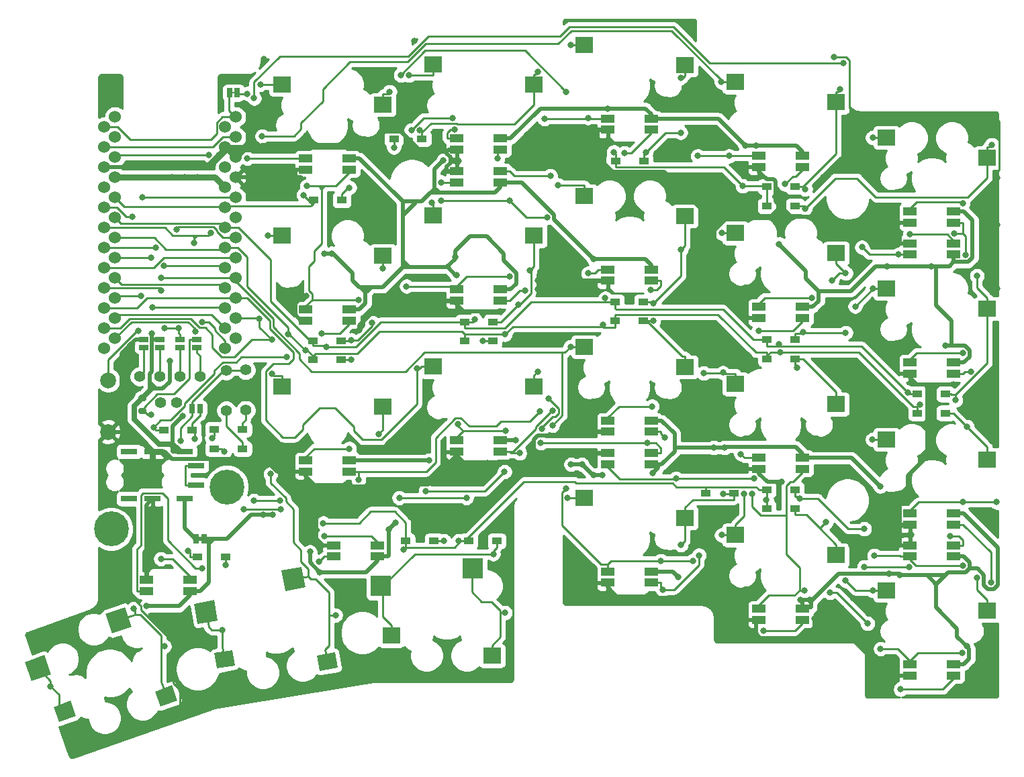
<source format=gtl>
G04 #@! TF.GenerationSoftware,KiCad,Pcbnew,(5.1.10)-1*
G04 #@! TF.CreationDate,2021-12-24T05:38:29+09:00*
G04 #@! TF.ProjectId,keyball39_Left,6b657962-616c-46c3-9339-5f4c6566742e,rev?*
G04 #@! TF.SameCoordinates,Original*
G04 #@! TF.FileFunction,Copper,L1,Top*
G04 #@! TF.FilePolarity,Positive*
%FSLAX46Y46*%
G04 Gerber Fmt 4.6, Leading zero omitted, Abs format (unit mm)*
G04 Created by KiCad (PCBNEW (5.1.10)-1) date 2021-12-24 05:38:29*
%MOMM*%
%LPD*%
G01*
G04 APERTURE LIST*
G04 #@! TA.AperFunction,ComponentPad*
%ADD10C,1.524000*%
G04 #@! TD*
G04 #@! TA.AperFunction,ComponentPad*
%ADD11C,1.397000*%
G04 #@! TD*
G04 #@! TA.AperFunction,ComponentPad*
%ADD12C,4.400000*%
G04 #@! TD*
G04 #@! TA.AperFunction,ComponentPad*
%ADD13R,2.100000X0.800000*%
G04 #@! TD*
G04 #@! TA.AperFunction,SMDPad,CuDef*
%ADD14R,0.635000X1.143000*%
G04 #@! TD*
G04 #@! TA.AperFunction,SMDPad,CuDef*
%ADD15R,1.143000X0.635000*%
G04 #@! TD*
G04 #@! TA.AperFunction,SMDPad,CuDef*
%ADD16R,0.381000X0.500000*%
G04 #@! TD*
G04 #@! TA.AperFunction,SMDPad,CuDef*
%ADD17R,0.381000X0.250000*%
G04 #@! TD*
G04 #@! TA.AperFunction,SMDPad,CuDef*
%ADD18R,1.700000X1.000000*%
G04 #@! TD*
G04 #@! TA.AperFunction,SMDPad,CuDef*
%ADD19R,2.300000X2.000000*%
G04 #@! TD*
G04 #@! TA.AperFunction,SMDPad,CuDef*
%ADD20R,2.600000X2.600000*%
G04 #@! TD*
G04 #@! TA.AperFunction,SMDPad,CuDef*
%ADD21C,0.100000*%
G04 #@! TD*
G04 #@! TA.AperFunction,ComponentPad*
%ADD22C,2.000000*%
G04 #@! TD*
G04 #@! TA.AperFunction,SMDPad,CuDef*
%ADD23R,1.300000X0.950000*%
G04 #@! TD*
G04 #@! TA.AperFunction,ViaPad*
%ADD24C,0.800000*%
G04 #@! TD*
G04 #@! TA.AperFunction,Conductor*
%ADD25C,0.250000*%
G04 #@! TD*
G04 #@! TA.AperFunction,Conductor*
%ADD26C,0.500000*%
G04 #@! TD*
G04 #@! TA.AperFunction,Conductor*
%ADD27C,0.800000*%
G04 #@! TD*
G04 #@! TA.AperFunction,Conductor*
%ADD28C,0.700000*%
G04 #@! TD*
G04 #@! TA.AperFunction,Conductor*
%ADD29C,0.254000*%
G04 #@! TD*
G04 #@! TA.AperFunction,Conductor*
%ADD30C,0.100000*%
G04 #@! TD*
G04 APERTURE END LIST*
D10*
X109379000Y-62475000D03*
X109379000Y-65015000D03*
X109379000Y-67555000D03*
X109379000Y-70095000D03*
X109379000Y-72635000D03*
X109379000Y-75175000D03*
X109379000Y-77715000D03*
X109379000Y-80255000D03*
X109379000Y-82795000D03*
X109379000Y-85335000D03*
X109379000Y-87875000D03*
X109379000Y-90415000D03*
X94139000Y-90415000D03*
X94139000Y-87875000D03*
X94139000Y-85335000D03*
X94139000Y-82795000D03*
X94139000Y-80255000D03*
X94139000Y-77715000D03*
X94139000Y-75175000D03*
X94139000Y-72635000D03*
X94139000Y-70095000D03*
X94139000Y-67555000D03*
X94139000Y-65015000D03*
X94139000Y-62475000D03*
X110685400Y-61205000D03*
X110685400Y-63745000D03*
X110685400Y-66285000D03*
X110685400Y-68825000D03*
X110685400Y-71365000D03*
X110685400Y-73905000D03*
X110685400Y-76445000D03*
X110685400Y-78985000D03*
X110685400Y-81525000D03*
X110685400Y-84065000D03*
X110685400Y-86605000D03*
X110685400Y-89145000D03*
X95465400Y-89145000D03*
X95465400Y-86605000D03*
X95465400Y-84065000D03*
X95465400Y-81525000D03*
X95465400Y-78985000D03*
X95465400Y-76445000D03*
X95465400Y-73905000D03*
X95465400Y-71365000D03*
X95465400Y-68825000D03*
X95465400Y-66285000D03*
X95465400Y-63745000D03*
X95465400Y-61205000D03*
D11*
X98585000Y-93955000D03*
X101125000Y-93955000D03*
X103665000Y-93955000D03*
X106205000Y-93955000D03*
D12*
X94988600Y-113193000D03*
X109589000Y-107880000D03*
D13*
X104225000Y-109385000D03*
X105725000Y-105185000D03*
X97225000Y-109385000D03*
X100225000Y-109385000D03*
X97225000Y-103435000D03*
X100225000Y-103435000D03*
X104225000Y-103435000D03*
X105725000Y-107635000D03*
D14*
X106230380Y-98030100D03*
X105229620Y-98030100D03*
D15*
X99059600Y-89269720D03*
X99059600Y-90270480D03*
X101160000Y-90280480D03*
X101160000Y-89279720D03*
X103660000Y-90280480D03*
X103660000Y-89279720D03*
X105760000Y-90280480D03*
X105760000Y-89279720D03*
D14*
X106710380Y-114460000D03*
X105709620Y-114460000D03*
D16*
X106210000Y-114460000D03*
D17*
X110400000Y-58160100D03*
D14*
X110900380Y-58160100D03*
X109899620Y-58160100D03*
D18*
X163110000Y-61430100D03*
X163110000Y-62830100D03*
X157610000Y-61430100D03*
X157610000Y-62830100D03*
X163110000Y-80480100D03*
X163110000Y-81880100D03*
X157610000Y-80480100D03*
X157610000Y-81880100D03*
X157610000Y-100930000D03*
X157610000Y-99530000D03*
X163110000Y-100930000D03*
X163110000Y-99530000D03*
X157610000Y-119980000D03*
X157610000Y-118580000D03*
X163110000Y-119980000D03*
X163110000Y-118580000D03*
X182160000Y-66130100D03*
X182160000Y-67530100D03*
X176660000Y-66130100D03*
X176660000Y-67530100D03*
X176660000Y-86580100D03*
X176660000Y-85180100D03*
X182160000Y-86580100D03*
X182160000Y-85180100D03*
X182160000Y-104230000D03*
X182160000Y-105630000D03*
X176660000Y-104230000D03*
X176660000Y-105630000D03*
X176660000Y-124680000D03*
X176660000Y-123280000D03*
X182160000Y-124680000D03*
X182160000Y-123280000D03*
X201210000Y-73130100D03*
X201210000Y-74530100D03*
X195710000Y-73130100D03*
X195710000Y-74530100D03*
X195710000Y-93580100D03*
X195710000Y-92180100D03*
X201210000Y-93580100D03*
X201210000Y-92180100D03*
X195710000Y-112630000D03*
X195710000Y-111230000D03*
X201210000Y-112630000D03*
X201210000Y-111230000D03*
X201210000Y-130280000D03*
X201210000Y-131680000D03*
X195710000Y-130280000D03*
X195710000Y-131680000D03*
D11*
X103240000Y-97220100D03*
X101190000Y-97220100D03*
X111950000Y-98210100D03*
X111950000Y-93130100D03*
X109510000Y-93170100D03*
X109510000Y-98250100D03*
G04 #@! TA.AperFunction,SMDPad,CuDef*
G36*
G01*
X98644600Y-97915100D02*
X99194600Y-97915100D01*
G75*
G02*
X99394600Y-98115100I0J-200000D01*
G01*
X99394600Y-98515100D01*
G75*
G02*
X99194600Y-98715100I-200000J0D01*
G01*
X98644600Y-98715100D01*
G75*
G02*
X98444600Y-98515100I0J200000D01*
G01*
X98444600Y-98115100D01*
G75*
G02*
X98644600Y-97915100I200000J0D01*
G01*
G37*
G04 #@! TD.AperFunction*
G04 #@! TA.AperFunction,SMDPad,CuDef*
G36*
G01*
X98644600Y-96265100D02*
X99194600Y-96265100D01*
G75*
G02*
X99394600Y-96465100I0J-200000D01*
G01*
X99394600Y-96865100D01*
G75*
G02*
X99194600Y-97065100I-200000J0D01*
G01*
X98644600Y-97065100D01*
G75*
G02*
X98444600Y-96865100I0J200000D01*
G01*
X98444600Y-96465100D01*
G75*
G02*
X98644600Y-96265100I200000J0D01*
G01*
G37*
G04 #@! TD.AperFunction*
D19*
X205460000Y-66350100D03*
X192760000Y-63810100D03*
X186410000Y-59350100D03*
X173710000Y-56810100D03*
X167360000Y-54650100D03*
X154660000Y-52110100D03*
X135610000Y-54610100D03*
X148310000Y-57150100D03*
X129260000Y-59650100D03*
X116560000Y-57110100D03*
X192760000Y-82860100D03*
X205460000Y-85400100D03*
X173710000Y-75860100D03*
X186410000Y-78400100D03*
X154660000Y-71160100D03*
X167360000Y-73700100D03*
X148310000Y-76200100D03*
X135610000Y-73660100D03*
X116560000Y-76160100D03*
X129260000Y-78700100D03*
X192760000Y-101910000D03*
X205460000Y-104450000D03*
X186410000Y-97450000D03*
X173710000Y-94910000D03*
X167360000Y-92750100D03*
X154660000Y-90210100D03*
X135610000Y-92710100D03*
X148310000Y-95250100D03*
X129260000Y-97750000D03*
X116560000Y-95210000D03*
X205460000Y-123500000D03*
X192760000Y-120960000D03*
X173710000Y-113960000D03*
X186410000Y-116500000D03*
X143010000Y-129200000D03*
X130310000Y-126660000D03*
D20*
X140610000Y-118180000D03*
X129010000Y-120380000D03*
G04 #@! TA.AperFunction,SMDPad,CuDef*
D21*
G36*
X107989104Y-122169498D02*
G01*
X108440590Y-124729998D01*
X105880090Y-125181484D01*
X105428604Y-122620984D01*
X107989104Y-122169498D01*
G37*
G04 #@! TD.AperFunction*
G04 #@! TA.AperFunction,SMDPad,CuDef*
G36*
X119030848Y-117988602D02*
G01*
X119482334Y-120549102D01*
X116921834Y-121000588D01*
X116470348Y-118440088D01*
X119030848Y-117988602D01*
G37*
G04 #@! TD.AperFunction*
G04 #@! TA.AperFunction,SMDPad,CuDef*
G36*
X108346477Y-130818844D02*
G01*
X107999181Y-128849229D01*
X110264239Y-128449838D01*
X110611535Y-130419453D01*
X108346477Y-130818844D01*
G37*
G04 #@! TD.AperFunction*
G04 #@! TA.AperFunction,SMDPad,CuDef*
G36*
X121294602Y-131114924D02*
G01*
X120947306Y-129145309D01*
X123212364Y-128745918D01*
X123559660Y-130715533D01*
X121294602Y-131114924D01*
G37*
G04 #@! TD.AperFunction*
G04 #@! TA.AperFunction,SMDPad,CuDef*
G36*
X101200565Y-135588727D02*
G01*
X100516524Y-133709342D01*
X102677817Y-132922695D01*
X103361858Y-134802080D01*
X101200565Y-135588727D01*
G37*
G04 #@! TD.AperFunction*
G04 #@! TA.AperFunction,SMDPad,CuDef*
G36*
X88397738Y-137545564D02*
G01*
X87713697Y-135666179D01*
X89874990Y-134879532D01*
X90559031Y-136758917D01*
X88397738Y-137545564D01*
G37*
G04 #@! TD.AperFunction*
G04 #@! TA.AperFunction,SMDPad,CuDef*
G36*
X96691841Y-123054920D02*
G01*
X97581094Y-125498121D01*
X95137893Y-126387374D01*
X94248640Y-123944173D01*
X96691841Y-123054920D01*
G37*
G04 #@! TD.AperFunction*
G04 #@! TA.AperFunction,SMDPad,CuDef*
G36*
X86543851Y-129089677D02*
G01*
X87433104Y-131532878D01*
X84989903Y-132422131D01*
X84100650Y-129978930D01*
X86543851Y-129089677D01*
G37*
G04 #@! TD.AperFunction*
D22*
X94625000Y-94435000D03*
X94625000Y-100935000D03*
D23*
X181225000Y-72470100D03*
X177675000Y-72470100D03*
X177685000Y-70000100D03*
X181235000Y-70000100D03*
X158585000Y-66740100D03*
X162135000Y-66740100D03*
X134185000Y-63960100D03*
X130635000Y-63960100D03*
X120515000Y-71680100D03*
X124065000Y-71680100D03*
X108015000Y-100610000D03*
X111565000Y-100610000D03*
X196665000Y-96190100D03*
X200215000Y-96190100D03*
X181245000Y-89330100D03*
X177695000Y-89330100D03*
X162085000Y-84560100D03*
X158535000Y-84560100D03*
X139595000Y-87080100D03*
X143145000Y-87080100D03*
X120415000Y-89420100D03*
X123965000Y-89420100D03*
X111565000Y-103060000D03*
X108015000Y-103060000D03*
X200195000Y-98570100D03*
X196645000Y-98570100D03*
X177705000Y-91720100D03*
X181255000Y-91720100D03*
X158505000Y-86940100D03*
X162055000Y-86940100D03*
X143095000Y-89450100D03*
X139545000Y-89450100D03*
X123985000Y-91830100D03*
X120435000Y-91830100D03*
X105165000Y-100680000D03*
X101615000Y-100680000D03*
X177675000Y-108260000D03*
X181225000Y-108260000D03*
X181235000Y-110600000D03*
X177685000Y-110600000D03*
X173485000Y-108700000D03*
X169935000Y-108700000D03*
X140065000Y-114710000D03*
X143615000Y-114710000D03*
X135695000Y-114700000D03*
X132145000Y-114700000D03*
X105885000Y-116690000D03*
X109435000Y-116690000D03*
D19*
X167360000Y-111800000D03*
X154660000Y-109260000D03*
D18*
X119510000Y-67830100D03*
X119510000Y-66430100D03*
X125010000Y-67830100D03*
X125010000Y-66430100D03*
X125010000Y-85480100D03*
X125010000Y-86880100D03*
X119510000Y-85480100D03*
X119510000Y-86880100D03*
X119510000Y-105930000D03*
X119510000Y-104530000D03*
X125010000Y-105930000D03*
X125010000Y-104530000D03*
X144060000Y-63930100D03*
X144060000Y-65330100D03*
X138560000Y-63930100D03*
X138560000Y-65330100D03*
X138560000Y-84380100D03*
X138560000Y-82980100D03*
X144060000Y-84380100D03*
X144060000Y-82980100D03*
X144060000Y-102030000D03*
X144060000Y-103430000D03*
X138560000Y-102030000D03*
X138560000Y-103430000D03*
X144060000Y-69450100D03*
X144060000Y-68050100D03*
X138560000Y-69450100D03*
X138560000Y-68050100D03*
X195720000Y-77170100D03*
X195720000Y-78570100D03*
X201220000Y-77170100D03*
X201220000Y-78570100D03*
X201200000Y-116670000D03*
X201200000Y-115270000D03*
X195700000Y-116670000D03*
X195700000Y-115270000D03*
X157610000Y-103620000D03*
X157610000Y-105020000D03*
X163110000Y-103620000D03*
X163110000Y-105020000D03*
X123030000Y-115260000D03*
X123030000Y-116660000D03*
X128530000Y-115260000D03*
X128530000Y-116660000D03*
X104940000Y-121000000D03*
X104940000Y-119600000D03*
X99440000Y-121000000D03*
X99440000Y-119600000D03*
D24*
X206011800Y-64728700D03*
X182481100Y-72750900D03*
X152349000Y-58022900D03*
X131507600Y-55913100D03*
X119254600Y-71058700D03*
X158373700Y-65631800D03*
X174612000Y-69903300D03*
X130635000Y-65040100D03*
X107693800Y-101722000D03*
X186868400Y-57717700D03*
X182513700Y-70303500D03*
X140861400Y-86789000D03*
X157284700Y-84072200D03*
X179195000Y-89854800D03*
X195405600Y-95942500D03*
X122115700Y-90224900D03*
X109284300Y-103437000D03*
X117150000Y-91502400D03*
X117315000Y-88587700D03*
X119477000Y-90668500D03*
X157010900Y-87458900D03*
X196937300Y-97477500D03*
X144630800Y-88649800D03*
X179393100Y-90885200D03*
X100335400Y-100375700D03*
X166788200Y-56261900D03*
X166788200Y-63173000D03*
X162410300Y-65664500D03*
X100024900Y-78985000D03*
X101648100Y-79994500D03*
X177620000Y-109500300D03*
X104664600Y-115921200D03*
X121728400Y-112457100D03*
X116290200Y-109612100D03*
X112992900Y-109612100D03*
X131841000Y-115804300D03*
X138811100Y-114704900D03*
X133872200Y-62861500D03*
X148778000Y-55532800D03*
X130104800Y-58025700D03*
X125040300Y-70115100D03*
X204160000Y-81248000D03*
X201464600Y-96946700D03*
X185867800Y-81831200D03*
X187596000Y-80911400D03*
X187596000Y-88423200D03*
X182258400Y-88316700D03*
X166819000Y-77974700D03*
X163352900Y-84726600D03*
X147772000Y-80566700D03*
X146346600Y-84853900D03*
X127881000Y-87170800D03*
X125239000Y-89347100D03*
X129259900Y-80316700D03*
X202881000Y-100280800D03*
X181501300Y-92822500D03*
X163340400Y-86911300D03*
X141812000Y-89450100D03*
X148778000Y-93344600D03*
X128703400Y-101202700D03*
X125273100Y-91830100D03*
X105518900Y-101790400D03*
X204160000Y-119343900D03*
X195598000Y-117974600D03*
X189954400Y-117974600D03*
X189954400Y-113176000D03*
X181787200Y-109349700D03*
X185110000Y-112355600D03*
X172202300Y-108762300D03*
X166835600Y-115193500D03*
X142431600Y-104890200D03*
X119583300Y-83801300D03*
X118922400Y-68936300D03*
X188305800Y-115270000D03*
X146760700Y-65858600D03*
X127533800Y-64735200D03*
X148784200Y-81880100D03*
X179538700Y-107267700D03*
X165855900Y-105630000D03*
X185454900Y-73775500D03*
X183660300Y-124480000D03*
X144060000Y-85731700D03*
X126310300Y-88104700D03*
X201210000Y-94936700D03*
X93879600Y-56200100D03*
X95969600Y-56220100D03*
X99664636Y-67555000D03*
X103854636Y-67555000D03*
X106034636Y-67555000D03*
X98254636Y-67555000D03*
X100704636Y-67555000D03*
X104934636Y-67555000D03*
X167999569Y-49380067D03*
X186089569Y-53650067D03*
X206669569Y-68890067D03*
X206669569Y-74790067D03*
X206669569Y-82850067D03*
X191089569Y-133660067D03*
X96739569Y-121710067D03*
X103584569Y-136565067D03*
X85179569Y-126880067D03*
X90379569Y-141080067D03*
X97469569Y-138590067D03*
X94129569Y-116560067D03*
X94299569Y-121810067D03*
X93819569Y-110040067D03*
X95969569Y-127880067D03*
X135149569Y-111930067D03*
X139599569Y-111890067D03*
X148599569Y-105100067D03*
X153019569Y-121720067D03*
X152869569Y-116270067D03*
X172189569Y-126620067D03*
X187649569Y-126150067D03*
X188619569Y-121930067D03*
X192829569Y-113180067D03*
X194784551Y-109025049D03*
X206059569Y-112010067D03*
X205769901Y-128420399D03*
X205899569Y-133580067D03*
X201259569Y-133710067D03*
X206569569Y-88340067D03*
X206469569Y-94430067D03*
X204169569Y-97870067D03*
X133219569Y-51610067D03*
X114239569Y-53940067D03*
X108949569Y-56280067D03*
X108829569Y-59980067D03*
X128869569Y-71030067D03*
X122719569Y-74090067D03*
X169319569Y-58070067D03*
X169429569Y-63660067D03*
X184809569Y-68780067D03*
X166897351Y-98267849D03*
X147319569Y-89190067D03*
X129227701Y-103088199D03*
X144789569Y-131700067D03*
X136979569Y-131810067D03*
X126479569Y-132030067D03*
X116979569Y-133580067D03*
X152799569Y-63390067D03*
X156089569Y-68260067D03*
X152729569Y-82700067D03*
X153699569Y-97600067D03*
X156929569Y-97520067D03*
X165509569Y-65820067D03*
X166509569Y-87230067D03*
X205909569Y-61570067D03*
X190279569Y-61480067D03*
X188659569Y-64960067D03*
X126144436Y-64735200D03*
X117459569Y-107500067D03*
X124619569Y-109490067D03*
X129239036Y-107820600D03*
X148769569Y-82960067D03*
X152409569Y-78940067D03*
X147449569Y-67100067D03*
X170589569Y-70410067D03*
X167239569Y-83450067D03*
X166269569Y-68720067D03*
X167679300Y-68940336D03*
X130659569Y-85140067D03*
X132239536Y-84380100D03*
X100249569Y-111290067D03*
X100379569Y-115150067D03*
X99440000Y-117059636D03*
X111399569Y-105050067D03*
X107929569Y-105030067D03*
X94529569Y-97910067D03*
X167509569Y-99700067D03*
X166449918Y-83919718D03*
X186726600Y-92853036D03*
X187459569Y-101620067D03*
X183709569Y-102300067D03*
X185779569Y-86140067D03*
X186419569Y-85100067D03*
X172699569Y-111090067D03*
X170739569Y-111870067D03*
X171469569Y-119500067D03*
X169199569Y-119780067D03*
X104001800Y-98969400D03*
X100138200Y-88505600D03*
X102684636Y-68825000D03*
X105874636Y-68825000D03*
X104264636Y-68825000D03*
X102395000Y-91994636D03*
X103533600Y-87817500D03*
X107560200Y-75822100D03*
X101691200Y-87817500D03*
X105419569Y-77120067D03*
X98946600Y-71365000D03*
X97615800Y-73754900D03*
X100017700Y-98752100D03*
X126185300Y-84296300D03*
X119655500Y-69942600D03*
X121541900Y-88533800D03*
X125010000Y-103059200D03*
X149055800Y-98385800D03*
X138258000Y-62819600D03*
X126185300Y-106962300D03*
X143702300Y-66441600D03*
X138020000Y-61309600D03*
X132848700Y-62857100D03*
X132236000Y-82562600D03*
X145235300Y-81301500D03*
X147180500Y-83146000D03*
X138736900Y-99936600D03*
X144721200Y-100837700D03*
X155111300Y-61309600D03*
X146482500Y-103604500D03*
X144590000Y-105969300D03*
X134645500Y-108423400D03*
X149624400Y-61430100D03*
X150647900Y-98285100D03*
X155125900Y-80939000D03*
X159696300Y-65741500D03*
X152360500Y-108052400D03*
X164786900Y-101620600D03*
X168366200Y-117211100D03*
X164285300Y-117211100D03*
X172916700Y-66130100D03*
X168955400Y-66130100D03*
X169106700Y-116522900D03*
X164527400Y-120836800D03*
X179959100Y-69684200D03*
X183335300Y-84000800D03*
X174391000Y-103739600D03*
X176660000Y-88206400D03*
X175819000Y-108775000D03*
X182389800Y-120956500D03*
X202385300Y-72061800D03*
X177210000Y-126022200D03*
X101688000Y-127995500D03*
X103775900Y-102080100D03*
X97849200Y-123233500D03*
X103214600Y-75378000D03*
X100635200Y-77715000D03*
X187606700Y-119721100D03*
X113009600Y-58851500D03*
X187313200Y-54397800D03*
X188797700Y-85099300D03*
X191004200Y-82888300D03*
X191004200Y-63810100D03*
X191006500Y-120960000D03*
X190982700Y-101910000D03*
X174752300Y-108743700D03*
X114035900Y-63633000D03*
X169705900Y-93530200D03*
X171935500Y-56810100D03*
X172125800Y-93475700D03*
X171953800Y-75860100D03*
X171951700Y-113960000D03*
X101312000Y-83085800D03*
X101312000Y-81525000D03*
X152526600Y-109260000D03*
X150633000Y-100110300D03*
X151365200Y-69803900D03*
X152908300Y-52110100D03*
X152908300Y-90210100D03*
X131316600Y-109255200D03*
X139786300Y-109255200D03*
X135404600Y-72044000D03*
X132531900Y-55935400D03*
X133519200Y-92954400D03*
X144638300Y-123769500D03*
X115260000Y-89304400D03*
X113694300Y-86695400D03*
X115260000Y-93609300D03*
X114788100Y-76160100D03*
X115087100Y-106264300D03*
X113784700Y-57110100D03*
X123282400Y-124074600D03*
X163185000Y-97724800D03*
X163012700Y-82996300D03*
X201328000Y-75884200D03*
X202722000Y-78581700D03*
X202385300Y-91004700D03*
X203379900Y-93315000D03*
X206644500Y-109819000D03*
X202385300Y-109819000D03*
X205926300Y-119955400D03*
X192009500Y-128312200D03*
X202296900Y-128841500D03*
X149289000Y-100558100D03*
X150106700Y-96709200D03*
X150000700Y-73866200D03*
X145235300Y-71769200D03*
X136619800Y-71769200D03*
X136619800Y-69450100D03*
X194534700Y-133415700D03*
X150364100Y-68617600D03*
X189657400Y-77642100D03*
X194250000Y-78570100D03*
X191224500Y-116547300D03*
X195710000Y-75994800D03*
X202375300Y-117845400D03*
X190363800Y-125121400D03*
X176068100Y-106841200D03*
X200759400Y-114056700D03*
X166202900Y-106805800D03*
X185609569Y-121200067D03*
X149162500Y-102332700D03*
X162595300Y-102332700D03*
X121197900Y-117316800D03*
X106473400Y-118142600D03*
X111713000Y-110672300D03*
X116325400Y-110672300D03*
X121854700Y-114084600D03*
X143164700Y-116353100D03*
X109026600Y-125933800D03*
X136945300Y-114699900D03*
X109435000Y-117769400D03*
X87359569Y-133080067D03*
X100196400Y-85197500D03*
X98775100Y-83776200D03*
X106489569Y-87060067D03*
X105579569Y-88270067D03*
X154346900Y-105040200D03*
X156957400Y-106402100D03*
X129966400Y-113270200D03*
X121907500Y-78428100D03*
X136896300Y-66648700D03*
X99440000Y-122936300D03*
X181861400Y-122151100D03*
X179197300Y-77231200D03*
X163251200Y-106151400D03*
X146001400Y-102030000D03*
X174913500Y-64785700D03*
X138390600Y-78917400D03*
X191949900Y-107807000D03*
X192790800Y-80026300D03*
X157610000Y-60126400D03*
X202857900Y-127965100D03*
X166513900Y-119272000D03*
X194421900Y-119041500D03*
X200195900Y-90057900D03*
X172310400Y-102929300D03*
X121259300Y-118643600D03*
X155851700Y-79151600D03*
X198444700Y-80026300D03*
X135036800Y-104530000D03*
X115380000Y-111400000D03*
X114179636Y-111400000D03*
X120054818Y-116074818D03*
X130803051Y-112433549D03*
X152979569Y-105040067D03*
X155797536Y-106402100D03*
X183050700Y-122151100D03*
X193102836Y-118866800D03*
X170980336Y-102929300D03*
X176323936Y-64785700D03*
X122761536Y-78428100D03*
X138560000Y-81149636D03*
X112170000Y-58270100D03*
X112170000Y-66430100D03*
X101266600Y-116962400D03*
X98386200Y-88221100D03*
X107299000Y-66000100D03*
D25*
X206011800Y-64728700D02*
X205715700Y-65024800D01*
X205715700Y-65024800D02*
X205460000Y-65024800D01*
X205460000Y-66350100D02*
X205460000Y-65024800D01*
X182481100Y-72750900D02*
X186286900Y-68945100D01*
X186286900Y-68945100D02*
X189050000Y-68945100D01*
X189050000Y-68945100D02*
X191421300Y-71316400D01*
X191421300Y-71316400D02*
X203015600Y-71316400D01*
X203015600Y-71316400D02*
X205460000Y-68872000D01*
X205460000Y-68872000D02*
X205460000Y-66350100D01*
X181225000Y-72470100D02*
X182092700Y-72470100D01*
X182092700Y-72470100D02*
X182200300Y-72470100D01*
X182200300Y-72470100D02*
X182481100Y-72750900D01*
X95465400Y-71365000D02*
X96658100Y-72557700D01*
X96658100Y-72557700D02*
X109379000Y-72557700D01*
X131507600Y-55913100D02*
X134602900Y-52817800D01*
X134602900Y-52817800D02*
X147143900Y-52817800D01*
X147143900Y-52817800D02*
X152349000Y-58022900D01*
X130635000Y-63960100D02*
X130635000Y-65040100D01*
X109456300Y-72480400D02*
X109379000Y-72557700D01*
X109379000Y-72557700D02*
X109379000Y-72635000D01*
X120515000Y-72080200D02*
X120276100Y-72080200D01*
X120276100Y-72080200D02*
X119254600Y-71058700D01*
X120515000Y-71680100D02*
X120515000Y-72080200D01*
X158585000Y-66740100D02*
X158585000Y-65843100D01*
X158585000Y-65843100D02*
X158373700Y-65631800D01*
X174612000Y-69903300D02*
X172249100Y-67540400D01*
X172249100Y-67540400D02*
X158585000Y-67540400D01*
X177675000Y-70000100D02*
X177685000Y-70000100D01*
X174612000Y-69903300D02*
X177578200Y-69903300D01*
X177578200Y-69903300D02*
X177675000Y-70000100D01*
X177675000Y-70000100D02*
X177675000Y-71669800D01*
X158585000Y-66740100D02*
X158585000Y-67540400D01*
X177675000Y-72470100D02*
X177675000Y-71669800D01*
X108015000Y-100610000D02*
X108015000Y-101410300D01*
X108015000Y-101410300D02*
X108005500Y-101410300D01*
X108005500Y-101410300D02*
X107693800Y-101722000D01*
X120249236Y-72345964D02*
X120515000Y-72080200D01*
X120249236Y-72351066D02*
X120119902Y-72480400D01*
X120249236Y-72345964D02*
X120249236Y-72351066D01*
X120119902Y-72480400D02*
X109456300Y-72480400D01*
X186410000Y-59350100D02*
X186410000Y-58024800D01*
X186410000Y-58024800D02*
X186561300Y-58024800D01*
X186561300Y-58024800D02*
X186868400Y-57717700D01*
X182513700Y-70303500D02*
X182210300Y-70000100D01*
X181235000Y-70000100D02*
X182210300Y-70000100D01*
X182210300Y-70000100D02*
X186410000Y-65800400D01*
X186410000Y-65800400D02*
X186410000Y-59350100D01*
X109379000Y-75175000D02*
X108850500Y-74646500D01*
X108850500Y-74646500D02*
X96206900Y-74646500D01*
X96206900Y-74646500D02*
X95465400Y-73905000D01*
X120415000Y-89784000D02*
X115084600Y-84453600D01*
X115084600Y-84453600D02*
X115084600Y-79240500D01*
X115084600Y-79240500D02*
X111019100Y-75175000D01*
X111019100Y-75175000D02*
X109379000Y-75175000D01*
X139595000Y-87080100D02*
X128997700Y-87080100D01*
X128997700Y-87080100D02*
X125852900Y-90224900D01*
X125852900Y-90224900D02*
X122115700Y-90224900D01*
X122115700Y-90224900D02*
X121924600Y-90033800D01*
X121924600Y-90033800D02*
X120415000Y-90033800D01*
X120415000Y-89820200D02*
X120415000Y-90033800D01*
X140861400Y-86789000D02*
X140570300Y-87080100D01*
X139595000Y-87080100D02*
X140570300Y-87080100D01*
X157284700Y-84560100D02*
X158535000Y-84560100D01*
X139595000Y-87880400D02*
X144627900Y-87880400D01*
X144627900Y-87880400D02*
X147948200Y-84560100D01*
X147948200Y-84560100D02*
X157284700Y-84560100D01*
X157284700Y-84560100D02*
X157284700Y-84072200D01*
X158535000Y-85360400D02*
X158671100Y-85496500D01*
X158671100Y-85496500D02*
X172118300Y-85496500D01*
X172118300Y-85496500D02*
X175951900Y-89330100D01*
X175951900Y-89330100D02*
X177695000Y-89330100D01*
X179195000Y-90130400D02*
X189593500Y-90130400D01*
X189593500Y-90130400D02*
X195405600Y-95942500D01*
X177695000Y-90130400D02*
X179195000Y-90130400D01*
X179195000Y-90130400D02*
X179195000Y-89854800D01*
X195689700Y-96190100D02*
X195442100Y-95942500D01*
X195442100Y-95942500D02*
X195405600Y-95942500D01*
X196665000Y-96190100D02*
X195689700Y-96190100D01*
X120415000Y-89420100D02*
X120415000Y-89784000D01*
X120415000Y-89820200D02*
X120415000Y-89784000D01*
X177695000Y-89330100D02*
X177695000Y-90130400D01*
X158535000Y-84560100D02*
X158535000Y-85360400D01*
X108015000Y-103060000D02*
X108990300Y-103060000D01*
X108990300Y-103060000D02*
X108990300Y-103143000D01*
X108990300Y-103143000D02*
X109284300Y-103437000D01*
X139595000Y-87080100D02*
X139595000Y-87880400D01*
X109379000Y-77715000D02*
X109161800Y-77932200D01*
X109161800Y-77932200D02*
X101896800Y-77932200D01*
X101896800Y-77932200D02*
X100409600Y-76445000D01*
X100409600Y-76445000D02*
X95465400Y-76445000D01*
X117315000Y-88587700D02*
X117315000Y-87729300D01*
X117315000Y-87729300D02*
X112163100Y-82577400D01*
X112163100Y-82577400D02*
X112163100Y-78906200D01*
X112163100Y-78906200D02*
X110971900Y-77715000D01*
X110971900Y-77715000D02*
X109379000Y-77715000D01*
X119477000Y-90668500D02*
X117396200Y-88587700D01*
X117396200Y-88587700D02*
X117315000Y-88587700D01*
X100335400Y-100375700D02*
X101233600Y-99477500D01*
X101233600Y-99477500D02*
X102447300Y-99477500D01*
X102447300Y-99477500D02*
X104276600Y-97648200D01*
X104276600Y-97648200D02*
X104276600Y-97351800D01*
X104276600Y-97351800D02*
X108016900Y-93611500D01*
X108016900Y-93611500D02*
X108016900Y-93215200D01*
X108016900Y-93215200D02*
X109102600Y-92129500D01*
X109102600Y-92129500D02*
X110744900Y-92129500D01*
X110744900Y-92129500D02*
X111372000Y-91502400D01*
X111372000Y-91502400D02*
X117150000Y-91502400D01*
X139545000Y-88649800D02*
X139189700Y-88294500D01*
X139189700Y-88294500D02*
X128793700Y-88294500D01*
X128793700Y-88294500D02*
X126058400Y-91029800D01*
X126058400Y-91029800D02*
X120775600Y-91029800D01*
X120775600Y-91029800D02*
X120435000Y-91370400D01*
X119477000Y-90668500D02*
X119733100Y-90668500D01*
X119733100Y-90668500D02*
X120435000Y-91370400D01*
X120435000Y-91830100D02*
X120435000Y-91370400D01*
X101127400Y-100680000D02*
X101615000Y-100680000D01*
X101127400Y-100680000D02*
X100639700Y-100680000D01*
X157010900Y-87644400D02*
X157010900Y-87458900D01*
X158505000Y-87740400D02*
X157106900Y-87740400D01*
X157106900Y-87740400D02*
X157010900Y-87644400D01*
X157010900Y-87644400D02*
X145636200Y-87644400D01*
X145636200Y-87644400D02*
X144630800Y-88649800D01*
X196937300Y-97477500D02*
X196645000Y-97769800D01*
X139545000Y-88649800D02*
X144630800Y-88649800D01*
X179393100Y-90885200D02*
X189273600Y-90885200D01*
X189273600Y-90885200D02*
X196158200Y-97769800D01*
X196158200Y-97769800D02*
X196645000Y-97769800D01*
X177705000Y-91319900D02*
X178139700Y-90885200D01*
X178139700Y-90885200D02*
X179393100Y-90885200D01*
X158505000Y-86139800D02*
X171487800Y-86139800D01*
X171487800Y-86139800D02*
X176267800Y-90919800D01*
X176267800Y-90919800D02*
X177705000Y-90919800D01*
X196645000Y-98570100D02*
X196645000Y-97769800D01*
X177705000Y-91319900D02*
X177705000Y-90919800D01*
X177705000Y-91720100D02*
X177705000Y-91319900D01*
X100335400Y-100375700D02*
X100639700Y-100680000D01*
X158505000Y-86940100D02*
X158505000Y-86139800D01*
X139545000Y-89450100D02*
X139545000Y-88649800D01*
X158505000Y-86940100D02*
X158505000Y-87740400D01*
X162410300Y-65664500D02*
X164901800Y-63173000D01*
X164901800Y-63173000D02*
X166788200Y-63173000D01*
X167360000Y-55975400D02*
X167073500Y-56261900D01*
X167073500Y-56261900D02*
X166788200Y-56261900D01*
X167360000Y-54650100D02*
X167360000Y-55975400D01*
X162135000Y-65939800D02*
X162410300Y-65664500D01*
X162135000Y-66740100D02*
X162135000Y-65939800D01*
X169935000Y-107899700D02*
X166271100Y-107899700D01*
X166271100Y-107899700D02*
X165795300Y-107423900D01*
X165795300Y-107423900D02*
X153649200Y-107423900D01*
X153649200Y-107423900D02*
X153477700Y-107252400D01*
X153477700Y-107252400D02*
X147035000Y-107252400D01*
X147035000Y-107252400D02*
X139577400Y-114710000D01*
X95465400Y-78985000D02*
X100024900Y-78985000D01*
X109379000Y-80255000D02*
X109118500Y-79994500D01*
X109118500Y-79994500D02*
X101648100Y-79994500D01*
X177675000Y-109500300D02*
X177620000Y-109500300D01*
X177685000Y-110600000D02*
X177685000Y-109510300D01*
X177685000Y-109510300D02*
X177675000Y-109500300D01*
X177675000Y-109060300D02*
X177675000Y-109500300D01*
X176699700Y-108260000D02*
X176339400Y-107899700D01*
X176339400Y-107899700D02*
X169935000Y-107899700D01*
X105885000Y-116690000D02*
X104909700Y-116690000D01*
X104664600Y-115921200D02*
X104909700Y-116166300D01*
X104909700Y-116166300D02*
X104909700Y-116690000D01*
X169935000Y-108700000D02*
X169935000Y-107899700D01*
X116290200Y-109612100D02*
X112992900Y-109612100D01*
X132145000Y-115500300D02*
X131841000Y-115804300D01*
X177675000Y-108260000D02*
X176699700Y-108260000D01*
X138811100Y-114704900D02*
X139084600Y-114704900D01*
X139084600Y-114704900D02*
X139089700Y-114710000D01*
X139577400Y-114710000D02*
X139089700Y-114710000D01*
X140065000Y-114710000D02*
X139577400Y-114710000D01*
X177675000Y-108260000D02*
X177675000Y-109060300D01*
X139089700Y-114710000D02*
X138299400Y-115500300D01*
X138299400Y-115500300D02*
X132145000Y-115500300D01*
X132145000Y-114700000D02*
X132145000Y-115500300D01*
X126256602Y-112457100D02*
X121728400Y-112457100D01*
X127713635Y-111000067D02*
X126256602Y-112457100D01*
X130719569Y-111000067D02*
X127713635Y-111000067D01*
X132145000Y-112425498D02*
X130719569Y-111000067D01*
X132145000Y-114700000D02*
X132145000Y-112425498D01*
X134185000Y-63174300D02*
X134185000Y-63159800D01*
X134185000Y-63960100D02*
X134185000Y-63174300D01*
X133872200Y-62861500D02*
X134185000Y-63174300D01*
X148310000Y-57150100D02*
X148310000Y-59621100D01*
X148310000Y-59621100D02*
X145801100Y-62130000D01*
X145801100Y-62130000D02*
X138673400Y-62130000D01*
X138673400Y-62130000D02*
X138585100Y-62041700D01*
X138585100Y-62041700D02*
X135303100Y-62041700D01*
X135303100Y-62041700D02*
X134185000Y-63159800D01*
X148310000Y-57150100D02*
X148310000Y-55824800D01*
X148310000Y-55824800D02*
X148486000Y-55824800D01*
X148486000Y-55824800D02*
X148778000Y-55532800D01*
X130104800Y-58025700D02*
X129805700Y-58324800D01*
X129805700Y-58324800D02*
X129260000Y-58324800D01*
X129260000Y-59650100D02*
X129260000Y-58324800D01*
X124065000Y-70879800D02*
X124829700Y-70115100D01*
X124829700Y-70115100D02*
X125040300Y-70115100D01*
X124065000Y-71680100D02*
X124065000Y-70879800D01*
X111565000Y-100610000D02*
X111565000Y-99809700D01*
X111565000Y-99809700D02*
X111950000Y-99424700D01*
X111950000Y-99424700D02*
X111950000Y-98210100D01*
X201464600Y-96248400D02*
X201472300Y-96248400D01*
X201472300Y-96248400D02*
X205460000Y-92260700D01*
X205460000Y-92260700D02*
X205460000Y-85400100D01*
X200865800Y-96190100D02*
X200924100Y-96248400D01*
X200924100Y-96248400D02*
X201464600Y-96248400D01*
X201464600Y-96248400D02*
X201464600Y-96946700D01*
X205460000Y-85400100D02*
X205460000Y-84074800D01*
X205460000Y-84074800D02*
X204160000Y-82774800D01*
X204160000Y-82774800D02*
X204160000Y-81248000D01*
X200215000Y-96190100D02*
X200865800Y-96190100D01*
X187596000Y-80911400D02*
X186787600Y-80911400D01*
X186787600Y-80911400D02*
X185867800Y-81831200D01*
X187596000Y-80911400D02*
X186410000Y-79725400D01*
X182258400Y-88423200D02*
X187596000Y-88423200D01*
X181245000Y-88529800D02*
X182151800Y-88529800D01*
X182151800Y-88529800D02*
X182258400Y-88423200D01*
X182258400Y-88423200D02*
X182258400Y-88316700D01*
X186410000Y-78400100D02*
X186410000Y-79725400D01*
X181245000Y-89330100D02*
X181245000Y-88529800D01*
X163352900Y-84726600D02*
X166819000Y-81260500D01*
X166819000Y-81260500D02*
X166819000Y-77974700D01*
X167360000Y-73700100D02*
X167360000Y-77433700D01*
X167360000Y-77433700D02*
X166819000Y-77974700D01*
X163060300Y-84560100D02*
X163226800Y-84726600D01*
X163226800Y-84726600D02*
X163352900Y-84726600D01*
X162085000Y-84560100D02*
X163060300Y-84560100D01*
X146346600Y-84853900D02*
X146498400Y-84853900D01*
X146498400Y-84853900D02*
X147905800Y-83446500D01*
X147905800Y-83446500D02*
X147905800Y-80700500D01*
X147905800Y-80700500D02*
X147772000Y-80566700D01*
X147772000Y-80566700D02*
X148310000Y-80028700D01*
X148310000Y-80028700D02*
X148310000Y-76200100D01*
X144120300Y-87080100D02*
X146346500Y-84853900D01*
X146346500Y-84853900D02*
X146346600Y-84853900D01*
X143145000Y-87080100D02*
X144120300Y-87080100D01*
X127881000Y-87170800D02*
X127881000Y-87559900D01*
X127881000Y-87559900D02*
X126093800Y-89347100D01*
X126093800Y-89347100D02*
X125239000Y-89347100D01*
X124940300Y-89420100D02*
X125166000Y-89420100D01*
X125166000Y-89420100D02*
X125239000Y-89347100D01*
X129260000Y-78700100D02*
X129260000Y-80316700D01*
X129260000Y-80316700D02*
X129259900Y-80316700D01*
X123965000Y-89420100D02*
X124940300Y-89420100D01*
X111565000Y-103060000D02*
X111565000Y-102259700D01*
X111565000Y-102259700D02*
X109510000Y-100204700D01*
X109510000Y-100204700D02*
X109510000Y-98250100D01*
X205460000Y-104450000D02*
X205460000Y-102859800D01*
X205460000Y-102859800D02*
X202881000Y-100280800D01*
X201170300Y-98570100D02*
X202881000Y-100280800D01*
X200195000Y-98570100D02*
X201170300Y-98570100D01*
X181501300Y-92822500D02*
X181255000Y-92576200D01*
X181255000Y-92576200D02*
X181255000Y-91720100D01*
X181255000Y-91720100D02*
X182230300Y-91720100D01*
X182230300Y-91720100D02*
X186410000Y-95899800D01*
X186410000Y-95899800D02*
X186410000Y-97450000D01*
X167360000Y-92750100D02*
X167360000Y-91424800D01*
X162542700Y-86940100D02*
X167027400Y-91424800D01*
X167027400Y-91424800D02*
X167360000Y-91424800D01*
X162542700Y-86940100D02*
X163030300Y-86940100D01*
X162055000Y-86940100D02*
X162542700Y-86940100D01*
X163340400Y-86911300D02*
X163059100Y-86911300D01*
X163059100Y-86911300D02*
X163030300Y-86940100D01*
X143095000Y-89450100D02*
X141812000Y-89450100D01*
X148310000Y-95250100D02*
X148310000Y-93812600D01*
X148310000Y-93812600D02*
X148778000Y-93344600D01*
X129260000Y-97750000D02*
X129260000Y-100646100D01*
X129260000Y-100646100D02*
X128703400Y-101202700D01*
X124960300Y-91830100D02*
X125273100Y-91830100D01*
X123985000Y-91830100D02*
X124960300Y-91830100D01*
X105165000Y-100279800D02*
X105518900Y-100633700D01*
X105518900Y-100633700D02*
X105518900Y-101790400D01*
X105165000Y-100279800D02*
X105165000Y-99879700D01*
X105165000Y-100680000D02*
X105165000Y-100279800D01*
X106230400Y-98030100D02*
X106230400Y-98926900D01*
X105165000Y-99879700D02*
X106117800Y-98926900D01*
X106117800Y-98926900D02*
X106230400Y-98926900D01*
X205460000Y-122174700D02*
X204160000Y-120874700D01*
X204160000Y-120874700D02*
X204160000Y-119343900D01*
X205460000Y-123500000D02*
X205460000Y-122174700D01*
X181787200Y-109349700D02*
X184067500Y-109349700D01*
X184067500Y-109349700D02*
X187893800Y-113176000D01*
X187893800Y-113176000D02*
X189954400Y-113176000D01*
X195598000Y-117974600D02*
X189954400Y-117974600D01*
X181225000Y-109060300D02*
X181497800Y-109060300D01*
X181497800Y-109060300D02*
X181787200Y-109349700D01*
X181225000Y-108260000D02*
X181225000Y-109060300D01*
X184350500Y-113115100D02*
X186410000Y-115174700D01*
X181235000Y-111400300D02*
X182635600Y-111400300D01*
X182635600Y-111400300D02*
X184350500Y-113115100D01*
X185110000Y-112355600D02*
X184350500Y-113115100D01*
X186410000Y-116500000D02*
X186410000Y-115174700D01*
X181235000Y-110600000D02*
X181235000Y-111400300D01*
X172202300Y-108762300D02*
X173485000Y-108762300D01*
X173485000Y-108762300D02*
X173485000Y-109500300D01*
X173485000Y-108700000D02*
X173485000Y-108762300D01*
X167360000Y-111800000D02*
X167360000Y-114669100D01*
X167360000Y-114669100D02*
X166835600Y-115193500D01*
X167360000Y-111648500D02*
X167360000Y-111800000D01*
X167360000Y-111648500D02*
X167360000Y-110474700D01*
X173485000Y-109500300D02*
X168334400Y-109500300D01*
X168334400Y-109500300D02*
X167360000Y-110474700D01*
X99059600Y-90270500D02*
X99059600Y-93480400D01*
X99059600Y-93480400D02*
X98585000Y-93955000D01*
X101160000Y-90280500D02*
X101160000Y-90923300D01*
X101160000Y-90923300D02*
X101125000Y-90958300D01*
X101125000Y-90958300D02*
X101125000Y-93955000D01*
X103660000Y-90280500D02*
X103660000Y-93950000D01*
X103660000Y-93950000D02*
X103665000Y-93955000D01*
X105760000Y-90280500D02*
X105760000Y-90923300D01*
X105760000Y-90923300D02*
X106205000Y-91368300D01*
X106205000Y-91368300D02*
X106205000Y-93955000D01*
D26*
X142431600Y-104774900D02*
X147120900Y-104774900D01*
X147120900Y-104774900D02*
X148275800Y-103620000D01*
X138560000Y-103973900D02*
X139361000Y-104774900D01*
X139361000Y-104774900D02*
X142431600Y-104774900D01*
X142431600Y-104774900D02*
X142431600Y-104890200D01*
X138560000Y-103973900D02*
X134960800Y-107573100D01*
X134960800Y-107573100D02*
X131994100Y-107573100D01*
X131994100Y-107573100D02*
X131746600Y-107820600D01*
X131746600Y-107820600D02*
X129239036Y-107820600D01*
X171577700Y-75018300D02*
X172646300Y-73949700D01*
X172646300Y-73949700D02*
X177996400Y-73949700D01*
X177996400Y-73949700D02*
X179461600Y-72484500D01*
X175359700Y-86580100D02*
X171069600Y-82290000D01*
X171069600Y-82290000D02*
X171069600Y-75526400D01*
X171069600Y-75526400D02*
X171577700Y-75018300D01*
X156309700Y-65858600D02*
X156309700Y-66238100D01*
X156309700Y-66238100D02*
X158187400Y-68115800D01*
X158187400Y-68115800D02*
X164675200Y-68115800D01*
X164675200Y-68115800D02*
X171577700Y-75018300D01*
X127533800Y-64735200D02*
X129234300Y-63034700D01*
X129234300Y-63034700D02*
X131497700Y-63034700D01*
X131497700Y-63034700D02*
X134087700Y-65624700D01*
X134087700Y-65624700D02*
X137259700Y-65624700D01*
X137259700Y-68050100D02*
X137259700Y-67487900D01*
X137259700Y-67487900D02*
X137746600Y-67001000D01*
X137746600Y-67001000D02*
X137746600Y-66296400D01*
X137746600Y-66296400D02*
X137259700Y-65809500D01*
X137259700Y-65809500D02*
X137259700Y-65624700D01*
X137909900Y-65330100D02*
X137554300Y-65330100D01*
X137554300Y-65330100D02*
X137259700Y-65624700D01*
X148275800Y-103620000D02*
X148275800Y-101930000D01*
X148275800Y-101930000D02*
X148796200Y-101409600D01*
X148796200Y-101409600D02*
X155830100Y-101409600D01*
X155830100Y-101409600D02*
X156309700Y-100930000D01*
X148275800Y-103620000D02*
X156309700Y-103620000D01*
X157610000Y-100930000D02*
X156309700Y-100930000D01*
X138560000Y-84380100D02*
X132239536Y-84380100D01*
X129469200Y-84380100D02*
X126310300Y-87539000D01*
X126310300Y-87539000D02*
X126310300Y-88104700D01*
X113300000Y-65415000D02*
X113979800Y-64735200D01*
X113979800Y-64735200D02*
X126144436Y-64735200D01*
X193657600Y-75282200D02*
X193520400Y-75145000D01*
X193520400Y-75145000D02*
X186824400Y-75145000D01*
X186824400Y-75145000D02*
X185454900Y-73775500D01*
X194409700Y-112630000D02*
X194409700Y-109399900D01*
X194409700Y-109399900D02*
X194784551Y-109025049D01*
X195423700Y-108385900D02*
X195423700Y-106502400D01*
X195423700Y-106502400D02*
X197902700Y-104023400D01*
X197902700Y-104023400D02*
X197902700Y-94936700D01*
X119510000Y-86880100D02*
X118923100Y-86880100D01*
X118923100Y-86880100D02*
X118209600Y-86166600D01*
X118209600Y-86166600D02*
X118209600Y-84750100D01*
X118209600Y-84750100D02*
X119158400Y-83801300D01*
X119158400Y-83801300D02*
X119583300Y-83801300D01*
X118209700Y-68825000D02*
X110685400Y-68825000D01*
X118922400Y-68936300D02*
X118811100Y-68825000D01*
X118811100Y-68825000D02*
X118209700Y-68825000D01*
X118209700Y-67830100D02*
X118209700Y-68825000D01*
X119510000Y-67830100D02*
X118209700Y-67830100D01*
X119510000Y-105930000D02*
X119510000Y-106546100D01*
X119510000Y-106546100D02*
X120784500Y-107820600D01*
X120784500Y-107820600D02*
X120878100Y-107820600D01*
X120878100Y-107820600D02*
X120878100Y-114408400D01*
X120878100Y-114408400D02*
X121729700Y-115260000D01*
X194419700Y-77170100D02*
X194419700Y-76044300D01*
X194419700Y-76044300D02*
X193657600Y-75282200D01*
X194399700Y-115270000D02*
X188305800Y-115270000D01*
X195700000Y-115270000D02*
X194399700Y-115270000D01*
X194748500Y-112630000D02*
X194399700Y-112978800D01*
X194399700Y-112978800D02*
X194399700Y-115270000D01*
X194748500Y-112630000D02*
X194409700Y-112630000D01*
X195710000Y-112630000D02*
X194748500Y-112630000D01*
X156309700Y-65858600D02*
X146760700Y-65858600D01*
X156309700Y-62830100D02*
X156309700Y-65858600D01*
X157610000Y-62830100D02*
X156309700Y-62830100D01*
X157610000Y-81880100D02*
X148784200Y-81880100D01*
X119510000Y-105930000D02*
X115955400Y-105930000D01*
X115955400Y-105930000D02*
X114360100Y-104334700D01*
X114360100Y-104334700D02*
X102625000Y-104334700D01*
X102625000Y-104334700D02*
X101725300Y-103435000D01*
X176660000Y-105630000D02*
X176660000Y-106207400D01*
X176660000Y-106207400D02*
X177720300Y-107267700D01*
X177720300Y-107267700D02*
X179538700Y-107267700D01*
X197902700Y-94936700D02*
X201210000Y-94936700D01*
X195710000Y-93580100D02*
X195710000Y-94117100D01*
X195710000Y-94117100D02*
X196529600Y-94936700D01*
X196529600Y-94936700D02*
X197902700Y-94936700D01*
X175359700Y-105630000D02*
X165855900Y-105630000D01*
X138560000Y-68050100D02*
X137259700Y-68050100D01*
X94139000Y-67555000D02*
X98254636Y-67555000D01*
X106946700Y-67555000D02*
X109379000Y-65122700D01*
X109379000Y-65122700D02*
X109379000Y-65015000D01*
X110685400Y-65415000D02*
X109779000Y-65415000D01*
X109779000Y-65415000D02*
X109379000Y-65015000D01*
X138560000Y-103430000D02*
X138560000Y-103973900D01*
X97419800Y-100935000D02*
X97725000Y-100935000D01*
X98037800Y-89269700D02*
X97419800Y-89887700D01*
X99059600Y-89269700D02*
X98037800Y-89269700D01*
X179461600Y-72484500D02*
X180752500Y-73775500D01*
X180752500Y-73775500D02*
X185454900Y-73775500D01*
X179461600Y-72484500D02*
X178785300Y-71808300D01*
X178785300Y-71808300D02*
X178785300Y-69338500D01*
X178785300Y-69338500D02*
X178499700Y-69052900D01*
X178499700Y-69052900D02*
X177623200Y-69052900D01*
X177623200Y-69052900D02*
X176660000Y-68089700D01*
X176660000Y-68089700D02*
X176660000Y-67530100D01*
X183660300Y-126925400D02*
X183660300Y-124480000D01*
X176660000Y-105630000D02*
X175359700Y-105630000D01*
X193657600Y-75282200D02*
X194409700Y-74530100D01*
X195710000Y-131680000D02*
X193092800Y-131680000D01*
X193092800Y-131680000D02*
X188338200Y-126925400D01*
X188338200Y-126925400D02*
X183660300Y-126925400D01*
X176323400Y-124680000D02*
X176323400Y-126401400D01*
X176323400Y-126401400D02*
X176847400Y-126925400D01*
X176847400Y-126925400D02*
X183660300Y-126925400D01*
X138560000Y-84380100D02*
X138560000Y-84919000D01*
X138560000Y-84919000D02*
X139372700Y-85731700D01*
X139372700Y-85731700D02*
X144060000Y-85731700D01*
X138560000Y-65330100D02*
X137909900Y-65330100D01*
X157610000Y-103620000D02*
X156309700Y-103620000D01*
X176323400Y-124680000D02*
X173154700Y-124680000D01*
X173154700Y-124680000D02*
X170335300Y-121860600D01*
X170335300Y-121860600D02*
X158902800Y-121860600D01*
X158902800Y-121860600D02*
X157610000Y-120567800D01*
X157610000Y-120567800D02*
X157610000Y-119980000D01*
X176660000Y-124680000D02*
X176323400Y-124680000D01*
X176660000Y-86580100D02*
X175359700Y-86580100D01*
X100225000Y-103435000D02*
X101725300Y-103435000D01*
X99440000Y-119600000D02*
X99440000Y-117059636D01*
X99440000Y-110170000D02*
X100225000Y-109385000D01*
X195710000Y-74530100D02*
X194409700Y-74530100D01*
X195720000Y-77170100D02*
X194419700Y-77170100D01*
X123030000Y-115260000D02*
X121729700Y-115260000D01*
D25*
X93879600Y-56200100D02*
X95949600Y-56200100D01*
X95949600Y-56200100D02*
X95969600Y-56220100D01*
D26*
X97419800Y-89887700D02*
X97419286Y-89887700D01*
X97419286Y-89887700D02*
X96259569Y-91047417D01*
X96259569Y-100430067D02*
X96764502Y-100935000D01*
X96259569Y-91047417D02*
X96259569Y-100430067D01*
X96764502Y-100935000D02*
X97419800Y-100935000D01*
X94625000Y-100935000D02*
X96764502Y-100935000D01*
X99664636Y-67555000D02*
X100704636Y-67555000D01*
X103854636Y-67555000D02*
X106034636Y-67555000D01*
X106034636Y-67555000D02*
X106946700Y-67555000D01*
X98254636Y-67555000D02*
X99664636Y-67555000D01*
X100704636Y-67555000D02*
X103854636Y-67555000D01*
D27*
X109379000Y-65400102D02*
X109379000Y-65015000D01*
X107224102Y-67555000D02*
X109379000Y-65400102D01*
X103854636Y-67555000D02*
X107224102Y-67555000D01*
X109415400Y-65015000D02*
X110685400Y-66285000D01*
X109379000Y-65015000D02*
X109415400Y-65015000D01*
X110685400Y-66285000D02*
X110685400Y-65514236D01*
D26*
X110685400Y-65415000D02*
X110685400Y-65514236D01*
D27*
X127388899Y-64880101D02*
X127533800Y-64735200D01*
X120226604Y-64880101D02*
X127388899Y-64880101D01*
X119999704Y-65107001D02*
X120226604Y-64880101D01*
X109379000Y-65015000D02*
X109471001Y-65107001D01*
D26*
X110685400Y-65415000D02*
X113300000Y-65415000D01*
D27*
X110685400Y-66285000D02*
X111863399Y-65107001D01*
X114562635Y-65107001D02*
X119999704Y-65107001D01*
X111863399Y-65107001D02*
X114562635Y-65107001D01*
X109471001Y-65107001D02*
X114562635Y-65107001D01*
D25*
X167999569Y-49380067D02*
X168659569Y-50040067D01*
X168659569Y-50040067D02*
X168659569Y-50750067D01*
X188084558Y-54096156D02*
X188084558Y-60025056D01*
X187638469Y-53650067D02*
X188084558Y-54096156D01*
X186089569Y-53650067D02*
X187638469Y-53650067D01*
X188084558Y-60025056D02*
X188709569Y-60650067D01*
X188709569Y-60650067D02*
X205769569Y-60650067D01*
X205769569Y-60650067D02*
X206935001Y-61815499D01*
X206935001Y-67704635D02*
X206935001Y-67894635D01*
X206935001Y-61815499D02*
X206935001Y-67704635D01*
X206935001Y-67894635D02*
X206669569Y-68160067D01*
X206669569Y-68160067D02*
X206669569Y-68890067D01*
X206669569Y-68890067D02*
X206669569Y-74790067D01*
X206669569Y-74790067D02*
X206669569Y-82850067D01*
X206669569Y-82850067D02*
X206669569Y-83630067D01*
X102819569Y-132604812D02*
X103686868Y-133472111D01*
X102819569Y-127477259D02*
X102819569Y-132604812D01*
X98714999Y-123372689D02*
X102819569Y-127477259D01*
X98714999Y-122935497D02*
X98714999Y-123372689D01*
X97489569Y-121710067D02*
X98714999Y-122935497D01*
X103686868Y-133472111D02*
X103686868Y-136462768D01*
X96739569Y-121710067D02*
X97489569Y-121710067D01*
X103686868Y-136462768D02*
X103584569Y-136565067D01*
X103584569Y-136565067D02*
X103529569Y-136620067D01*
D26*
X194784551Y-109025049D02*
X195423700Y-108385900D01*
X126144436Y-64735200D02*
X127533800Y-64735200D01*
X129239036Y-107820600D02*
X120878100Y-107820600D01*
X132239536Y-84380100D02*
X129469200Y-84380100D01*
X99440000Y-117059636D02*
X99440000Y-110170000D01*
D27*
X100225000Y-103435000D02*
X100225000Y-104494636D01*
X100225000Y-103435000D02*
X101364502Y-103435000D01*
X101364502Y-103435000D02*
X101859569Y-103930067D01*
X100225000Y-103435000D02*
X98964818Y-102174818D01*
D26*
X97725000Y-100935000D02*
X98964818Y-102174818D01*
D25*
X109884000Y-58175700D02*
X109884000Y-58160100D01*
X109884000Y-59282100D02*
X109884000Y-58175700D01*
X110309800Y-60829800D02*
X109884000Y-60404100D01*
X109884000Y-60404100D02*
X109884000Y-59282100D01*
X109884000Y-59282100D02*
X109884000Y-58175700D01*
X110685000Y-61205000D02*
X110309800Y-60829800D01*
X110685400Y-61205000D02*
X110685000Y-61205000D01*
X95804162Y-62475000D02*
X97389229Y-64060067D01*
X94139000Y-62475000D02*
X95804162Y-62475000D01*
X97389229Y-64060067D02*
X107549569Y-64060067D01*
X109040238Y-61205000D02*
X110685400Y-61205000D01*
X108291999Y-61953239D02*
X109040238Y-61205000D01*
X108291999Y-63317637D02*
X108291999Y-61953239D01*
X107549569Y-64060067D02*
X108291999Y-63317637D01*
D26*
X105558500Y-114449500D02*
X105569000Y-114460000D01*
X105548000Y-114439000D02*
X105558500Y-114449500D01*
X105558500Y-114449500D02*
X105569000Y-114460000D01*
X105527000Y-114418000D02*
X105548000Y-114439000D01*
X105485000Y-114376000D02*
X105527000Y-114418000D01*
X105401000Y-114292000D02*
X105485000Y-114376000D01*
X105233000Y-114124000D02*
X105401000Y-114292000D01*
X104897000Y-113788000D02*
X105233000Y-114124000D01*
X104225000Y-109385000D02*
X104225000Y-113116000D01*
X104225000Y-113116000D02*
X104897000Y-113788000D01*
X102724700Y-100246500D02*
X104001800Y-98969400D01*
X104225000Y-103435000D02*
X102724700Y-103435000D01*
X100138200Y-88505600D02*
X100138200Y-89279700D01*
X95465400Y-68825000D02*
X102684636Y-68825000D01*
X100138200Y-89279700D02*
X100138200Y-93317000D01*
X100138200Y-93317000D02*
X99880000Y-93575200D01*
X99880000Y-95704700D02*
X98919600Y-96665100D01*
X101160000Y-89279700D02*
X100138200Y-89279700D01*
X102684636Y-68825000D02*
X104264636Y-68825000D01*
X105874636Y-68825000D02*
X108109000Y-68825000D01*
X104264636Y-68825000D02*
X105874636Y-68825000D01*
D27*
X108109000Y-68825000D02*
X109379000Y-70095000D01*
X95465400Y-68825000D02*
X108109000Y-68825000D01*
D26*
X102395000Y-91994636D02*
X102395000Y-94584636D01*
X102395000Y-94584636D02*
X101479569Y-95500067D01*
X100084633Y-95500067D02*
X99880000Y-95704700D01*
X99880000Y-94790498D02*
X99930000Y-94790498D01*
X100639569Y-95500067D02*
X100084633Y-95500067D01*
X101479569Y-95500067D02*
X100639569Y-95500067D01*
X99880000Y-93575200D02*
X99880000Y-94790498D01*
X99930000Y-94790498D02*
X100639569Y-95500067D01*
X99880000Y-94790498D02*
X99880000Y-95704700D01*
D28*
X100084633Y-95500067D02*
X98919600Y-96665100D01*
X103724798Y-103435000D02*
X104225000Y-103435000D01*
X102774797Y-102484999D02*
X103724798Y-103435000D01*
X97894590Y-99340892D02*
X101038697Y-102484999D01*
X97894590Y-97690110D02*
X97894590Y-99340892D01*
X98919600Y-96665100D02*
X97894590Y-97690110D01*
X102464763Y-102484999D02*
X102724700Y-102744936D01*
X102284637Y-102484999D02*
X102464763Y-102484999D01*
D26*
X102724700Y-102744936D02*
X102724700Y-100246500D01*
D28*
X101038697Y-102484999D02*
X102284637Y-102484999D01*
D26*
X102724700Y-103435000D02*
X102724700Y-102744936D01*
D28*
X102284637Y-102484999D02*
X102774797Y-102484999D01*
D25*
X107560200Y-75822100D02*
X107241400Y-76140900D01*
X94139000Y-75175000D02*
X101798300Y-75175000D01*
X101798300Y-75175000D02*
X102764200Y-76140900D01*
X103660000Y-88636900D02*
X103533600Y-88510500D01*
X103533600Y-88510500D02*
X103533600Y-87817500D01*
X101691200Y-87817500D02*
X103533600Y-87817500D01*
X103660000Y-89279700D02*
X103660000Y-88636900D01*
X105419569Y-76530067D02*
X105808736Y-76140900D01*
X105419569Y-77120067D02*
X105419569Y-76530067D01*
X107241400Y-76140900D02*
X105808736Y-76140900D01*
X105419569Y-76341733D02*
X105218736Y-76140900D01*
X105419569Y-76530067D02*
X105419569Y-76341733D01*
X105218736Y-76140900D02*
X103533600Y-76140900D01*
X105808736Y-76140900D02*
X105218736Y-76140900D01*
X102764200Y-76140900D02*
X103533600Y-76140900D01*
X98946600Y-71365000D02*
X110685400Y-71365000D01*
X94139000Y-72635000D02*
X95733300Y-72635000D01*
X95733300Y-72635000D02*
X96853200Y-73754900D01*
X96853200Y-73754900D02*
X97615800Y-73754900D01*
X99138100Y-98315100D02*
X99138100Y-97824000D01*
X103529200Y-95566200D02*
X104863200Y-94232200D01*
X104863200Y-94232200D02*
X104863200Y-89279700D01*
X100017700Y-98752100D02*
X99575100Y-98752100D01*
X99575100Y-98752100D02*
X99138100Y-98315100D01*
X98919600Y-98315100D02*
X99138100Y-98315100D01*
X105760000Y-89279700D02*
X104863200Y-89279700D01*
X103529200Y-95566200D02*
X103513436Y-95566200D01*
X102908337Y-96171299D02*
X100790801Y-96171299D01*
X103513436Y-95566200D02*
X102908337Y-96171299D01*
X99138100Y-97824000D02*
X100790801Y-96171299D01*
X110685400Y-63745000D02*
X109111200Y-63745000D01*
X109111200Y-63745000D02*
X107841200Y-65015000D01*
X107841200Y-65015000D02*
X94139000Y-65015000D01*
X125010000Y-67830100D02*
X125010000Y-68218900D01*
X125010000Y-68218900D02*
X123286300Y-69942600D01*
X120311100Y-84296300D02*
X126185300Y-84296300D01*
X119510000Y-85480100D02*
X119510000Y-85097400D01*
X119510000Y-85097400D02*
X120311100Y-84296300D01*
X120311100Y-83503300D02*
X120311100Y-84296300D01*
X119880100Y-83072300D02*
X120311100Y-83503300D01*
X120609569Y-79366631D02*
X119880100Y-80096100D01*
X120609569Y-78120067D02*
X120609569Y-79366631D01*
X119880100Y-80096100D02*
X119880100Y-83072300D01*
X121548100Y-77181536D02*
X120609569Y-78120067D01*
X121307036Y-70047534D02*
X121548100Y-70288598D01*
X121307036Y-69942600D02*
X121307036Y-70047534D01*
X121548100Y-70288598D02*
X121548100Y-77181536D01*
X121548100Y-69942600D02*
X121548100Y-70288598D01*
X121548100Y-69942600D02*
X121307036Y-69942600D01*
X121307036Y-69942600D02*
X119655500Y-69942600D01*
X121548100Y-70288598D02*
X121548100Y-70261536D01*
X121772102Y-70037534D02*
X121772102Y-69942600D01*
X121548100Y-70261536D02*
X121772102Y-70037534D01*
X121772102Y-69942600D02*
X121548100Y-69942600D01*
X123286300Y-69942600D02*
X121772102Y-69942600D01*
X125010000Y-86880100D02*
X125010000Y-87330100D01*
X125010000Y-87330100D02*
X123806300Y-88533800D01*
X123806300Y-88533800D02*
X121541900Y-88533800D01*
X119510000Y-104530000D02*
X119510000Y-104147300D01*
X119510000Y-104147300D02*
X120598100Y-103059200D01*
X120598100Y-103059200D02*
X125010000Y-103059200D01*
X149055800Y-98385800D02*
X147801500Y-99640100D01*
X147801500Y-99640100D02*
X144157600Y-99640100D01*
X144157600Y-99640100D02*
X143547900Y-100249800D01*
X143547900Y-100249800D02*
X140130900Y-100249800D01*
X140130900Y-100249800D02*
X139054300Y-99173200D01*
X139054300Y-99173200D02*
X138414100Y-99173200D01*
X138414100Y-99173200D02*
X135882300Y-101705000D01*
X135882300Y-101705000D02*
X135882300Y-104770300D01*
X135882300Y-104770300D02*
X134722600Y-105930000D01*
X134722600Y-105930000D02*
X126185300Y-105930000D01*
X137384700Y-63930100D02*
X137384700Y-63216500D01*
X137384700Y-63216500D02*
X137781600Y-62819600D01*
X137781600Y-62819600D02*
X138258000Y-62819600D01*
X126185300Y-106962300D02*
X126185300Y-105930000D01*
X138560000Y-63930100D02*
X137384700Y-63930100D01*
X125010000Y-105930000D02*
X126185300Y-105930000D01*
X144060000Y-65330100D02*
X143702300Y-65687800D01*
X143702300Y-65687800D02*
X143702300Y-66441600D01*
X138560000Y-82562600D02*
X132236000Y-82562600D01*
X138560000Y-82562600D02*
X139821100Y-81301500D01*
X139821100Y-81301500D02*
X145235300Y-81301500D01*
X138560000Y-82980100D02*
X138560000Y-82562600D01*
X132848700Y-62857100D02*
X134396200Y-61309600D01*
X134396200Y-61309600D02*
X138020000Y-61309600D01*
X144060000Y-84380100D02*
X145235300Y-84380100D01*
X147180500Y-83146000D02*
X146469400Y-83146000D01*
X146469400Y-83146000D02*
X145235300Y-84380100D01*
X139359800Y-100837700D02*
X144721200Y-100837700D01*
X138560000Y-102030000D02*
X138560000Y-101637500D01*
X138560000Y-101637500D02*
X139359800Y-100837700D01*
X138736900Y-99936600D02*
X138736900Y-100214800D01*
X138736900Y-100214800D02*
X139359800Y-100837700D01*
X150647900Y-98285100D02*
X150536300Y-98285100D01*
X150536300Y-98285100D02*
X148563700Y-100257700D01*
X148563700Y-100257700D02*
X148563700Y-100540700D01*
X148563700Y-100540700D02*
X145674400Y-103430000D01*
X145674400Y-103430000D02*
X145235300Y-103430000D01*
X134645500Y-108423400D02*
X142135900Y-108423400D01*
X142135900Y-108423400D02*
X144590000Y-105969300D01*
X155111300Y-61430100D02*
X155111300Y-61309600D01*
X155111300Y-61430100D02*
X157610000Y-61430100D01*
X149624400Y-61430100D02*
X155111300Y-61430100D01*
X144060000Y-103430000D02*
X145235300Y-103430000D01*
X146482500Y-103604500D02*
X145409800Y-103604500D01*
X145409800Y-103604500D02*
X145235300Y-103430000D01*
X156434700Y-80480100D02*
X155975800Y-80939000D01*
X155975800Y-80939000D02*
X155125900Y-80939000D01*
X157610000Y-80480100D02*
X156434700Y-80480100D01*
X163110000Y-62830100D02*
X163110000Y-63233400D01*
X163110000Y-63233400D02*
X160601900Y-65741500D01*
X160601900Y-65741500D02*
X159696300Y-65741500D01*
X157610000Y-117639400D02*
X156725600Y-117639400D01*
X156725600Y-117639400D02*
X151801200Y-112715000D01*
X151801200Y-112715000D02*
X151801200Y-108611700D01*
X151801200Y-108611700D02*
X152360500Y-108052400D01*
X164285300Y-117211100D02*
X158038300Y-117211100D01*
X158038300Y-117211100D02*
X157610000Y-117639400D01*
X157610000Y-117639400D02*
X157610000Y-118580000D01*
X164285300Y-117211100D02*
X168366200Y-117211100D01*
X163110000Y-100930000D02*
X164285300Y-100930000D01*
X164786900Y-101620600D02*
X164285300Y-101119000D01*
X164285300Y-101119000D02*
X164285300Y-100930000D01*
X176660000Y-66130100D02*
X172916700Y-66130100D01*
X168955400Y-66130100D02*
X172916700Y-66130100D01*
X169106700Y-116522900D02*
X169106700Y-117707700D01*
X169106700Y-117707700D02*
X165977600Y-120836800D01*
X165977600Y-120836800D02*
X164527400Y-120836800D01*
X164285300Y-119980000D02*
X164285300Y-120594700D01*
X164285300Y-120594700D02*
X164527400Y-120836800D01*
X163110000Y-119980000D02*
X164285300Y-119980000D01*
X182160000Y-67530100D02*
X182160000Y-67890200D01*
X182160000Y-67890200D02*
X181344700Y-68705500D01*
X181344700Y-68705500D02*
X180937800Y-68705500D01*
X180937800Y-68705500D02*
X179959100Y-69684200D01*
X176660000Y-85180100D02*
X176660000Y-84761700D01*
X176660000Y-84761700D02*
X177420900Y-84000800D01*
X177420900Y-84000800D02*
X183335300Y-84000800D01*
X174391000Y-103739600D02*
X174881400Y-104230000D01*
X174881400Y-104230000D02*
X176660000Y-104230000D01*
X182160000Y-86580100D02*
X182160000Y-86977900D01*
X182160000Y-86977900D02*
X180931500Y-88206400D01*
X180931500Y-88206400D02*
X176660000Y-88206400D01*
X180114000Y-111434200D02*
X180114000Y-107751600D01*
X180114000Y-107751600D02*
X180665700Y-107199900D01*
X180665700Y-107199900D02*
X180991800Y-107199900D01*
X180991800Y-107199900D02*
X182160000Y-106031700D01*
X182160000Y-106031700D02*
X182160000Y-105630000D01*
X181785400Y-120956500D02*
X181785400Y-118096000D01*
X181785400Y-118096000D02*
X180114000Y-116424600D01*
X180114000Y-116424600D02*
X180114000Y-111434200D01*
X180114000Y-111434200D02*
X176879000Y-111434200D01*
X176879000Y-111434200D02*
X175819000Y-110374200D01*
X175819000Y-110374200D02*
X175819000Y-108775000D01*
X181785400Y-120956500D02*
X182389800Y-120956500D01*
X176660000Y-123280000D02*
X176660000Y-122817200D01*
X176660000Y-122817200D02*
X177901900Y-121575300D01*
X177901900Y-121575300D02*
X181166600Y-121575300D01*
X181166600Y-121575300D02*
X181785400Y-120956500D01*
X195710000Y-73130100D02*
X195710000Y-72747400D01*
X195710000Y-72747400D02*
X196502700Y-71954700D01*
X196502700Y-71954700D02*
X202278200Y-71954700D01*
X202278200Y-71954700D02*
X202385300Y-72061800D01*
X182160000Y-124680000D02*
X182160000Y-125062700D01*
X182160000Y-125062700D02*
X181200500Y-126022200D01*
X181200500Y-126022200D02*
X177210000Y-126022200D01*
X101302300Y-127995500D02*
X101302300Y-126596400D01*
X101302300Y-126596400D02*
X98668900Y-123963000D01*
X98668900Y-123963000D02*
X97998100Y-123963000D01*
X97998100Y-123963000D02*
X97998100Y-123962900D01*
X101302300Y-132505700D02*
X101302300Y-127995500D01*
X101688000Y-127995500D02*
X101302300Y-127995500D01*
X97998100Y-123962900D02*
X97998100Y-123382400D01*
X97998100Y-123382400D02*
X97849200Y-123233500D01*
X105229600Y-98030100D02*
X105229600Y-98971600D01*
X105229600Y-98971600D02*
X103775900Y-100425300D01*
X103775900Y-100425300D02*
X103775900Y-102080100D01*
X105229600Y-97581700D02*
X105229600Y-98030100D01*
X105229600Y-97581700D02*
X105229600Y-97133300D01*
X105229600Y-97133300D02*
X109192800Y-93170100D01*
X109192800Y-93170100D02*
X109510000Y-93170100D01*
X109510000Y-93170100D02*
X111910000Y-93170100D01*
X111910000Y-93170100D02*
X111950000Y-93130100D01*
X101939200Y-134255700D02*
X101302300Y-132505700D01*
X95914900Y-124721100D02*
X97998100Y-123962900D01*
X94139000Y-77715000D02*
X100635200Y-77715000D01*
X103214600Y-75378000D02*
X103495800Y-75096800D01*
X103495800Y-75096800D02*
X107891400Y-75096800D01*
X107891400Y-75096800D02*
X108285600Y-75491000D01*
X108285600Y-75491000D02*
X108285600Y-75665800D01*
X108285600Y-75665800D02*
X109064800Y-76445000D01*
X109064800Y-76445000D02*
X110685400Y-76445000D01*
X187606700Y-119721100D02*
X188845600Y-120960000D01*
X188845600Y-120960000D02*
X191006500Y-120960000D01*
X113009600Y-58851500D02*
X113009600Y-56794900D01*
X113009600Y-56794900D02*
X116264000Y-53540500D01*
X116264000Y-53540500D02*
X132477900Y-53540500D01*
X132477900Y-53540500D02*
X134977900Y-51040500D01*
X134977900Y-51040500D02*
X151546000Y-51040500D01*
X151546000Y-51040500D02*
X152733600Y-49852900D01*
X152733600Y-49852900D02*
X165930100Y-49852900D01*
X165930100Y-49852900D02*
X170475000Y-54397800D01*
X170475000Y-54397800D02*
X187313200Y-54397800D01*
X191004200Y-82888300D02*
X191004200Y-82892800D01*
X191004200Y-82892800D02*
X188797700Y-85099300D01*
X191004200Y-82888300D02*
X191256500Y-82888300D01*
X191256500Y-82888300D02*
X191284700Y-82860100D01*
X192760000Y-82860100D02*
X191284700Y-82860100D01*
X192760000Y-63810100D02*
X191004200Y-63810100D01*
X192760000Y-120960000D02*
X191006500Y-120960000D01*
X192760000Y-101910000D02*
X190982700Y-101910000D01*
X94139000Y-80255000D02*
X100361900Y-80255000D01*
X100361900Y-80255000D02*
X101631900Y-78985000D01*
X101631900Y-78985000D02*
X110685400Y-78985000D01*
X173710000Y-113960000D02*
X173710000Y-112634700D01*
X173710000Y-112634700D02*
X174752300Y-111592400D01*
X174752300Y-111592400D02*
X174752300Y-108743700D01*
X173710000Y-113960000D02*
X171951700Y-113960000D01*
X114035900Y-63633000D02*
X118054100Y-63633000D01*
X118054100Y-63633000D02*
X118942300Y-62744800D01*
X118942300Y-62744800D02*
X118942300Y-61983900D01*
X118942300Y-61983900D02*
X121670000Y-59256200D01*
X121670000Y-59256200D02*
X121670000Y-57691600D01*
X121670000Y-57691600D02*
X125088300Y-54273300D01*
X125088300Y-54273300D02*
X132382000Y-54273300D01*
X132382000Y-54273300D02*
X134695400Y-51959900D01*
X134695400Y-51959900D02*
X151340400Y-51959900D01*
X151340400Y-51959900D02*
X152997000Y-50303300D01*
X152997000Y-50303300D02*
X165680800Y-50303300D01*
X165680800Y-50303300D02*
X171935500Y-56558000D01*
X171935500Y-56558000D02*
X171935500Y-56810100D01*
X173710000Y-56810100D02*
X171935500Y-56810100D01*
X172125800Y-93530200D02*
X169705900Y-93530200D01*
X173710000Y-93584700D02*
X172180300Y-93584700D01*
X172180300Y-93584700D02*
X172125800Y-93530200D01*
X172125800Y-93530200D02*
X172125800Y-93475700D01*
X172234700Y-75860100D02*
X171953800Y-75860100D01*
X173710000Y-94910000D02*
X173710000Y-93584700D01*
X173710000Y-75860100D02*
X172234700Y-75860100D01*
X151866400Y-90922300D02*
X134490200Y-90922300D01*
X134490200Y-90922300D02*
X132093100Y-93319400D01*
X132093100Y-93319400D02*
X120294000Y-93319400D01*
X120294000Y-93319400D02*
X118751900Y-91777300D01*
X118751900Y-91777300D02*
X118751900Y-91050600D01*
X118751900Y-91050600D02*
X115421500Y-87720200D01*
X115421500Y-87720200D02*
X115421500Y-86631900D01*
X115421500Y-86631900D02*
X110685400Y-81895800D01*
X110685400Y-81895800D02*
X110685400Y-81525000D01*
X152908300Y-90210100D02*
X152196100Y-90922300D01*
X152196100Y-90922300D02*
X151866400Y-90922300D01*
X150633000Y-100110300D02*
X151866400Y-98876900D01*
X151866400Y-98876900D02*
X151866400Y-90922300D01*
X110685400Y-81525000D02*
X101312000Y-81525000D01*
X151365200Y-69803900D02*
X154629100Y-69803900D01*
X154629100Y-69803900D02*
X154660000Y-69834800D01*
X94139000Y-82795000D02*
X101021200Y-82795000D01*
X101021200Y-82795000D02*
X101312000Y-83085800D01*
X153184700Y-109260000D02*
X152526600Y-109260000D01*
X154660000Y-109260000D02*
X153184700Y-109260000D01*
X154660000Y-90210100D02*
X152908300Y-90210100D01*
X154660000Y-71160100D02*
X154660000Y-69834800D01*
X153184700Y-52110100D02*
X152908300Y-52110100D01*
X154660000Y-52110100D02*
X153184700Y-52110100D01*
X133519200Y-92954400D02*
X133519200Y-97456100D01*
X133519200Y-97456100D02*
X129040600Y-101934700D01*
X129040600Y-101934700D02*
X126684700Y-101934700D01*
X126684700Y-101934700D02*
X125584600Y-100834600D01*
X125584600Y-100834600D02*
X125584600Y-100295200D01*
X125584600Y-100295200D02*
X123242000Y-97952600D01*
X123242000Y-97952600D02*
X121254700Y-97952600D01*
X121254700Y-97952600D02*
X119161500Y-100045800D01*
X119161500Y-100045800D02*
X119161500Y-100630600D01*
X119161500Y-100630600D02*
X118174400Y-101617700D01*
X118174400Y-101617700D02*
X116653800Y-101617700D01*
X116653800Y-101617700D02*
X114524700Y-99488600D01*
X114524700Y-99488600D02*
X114524700Y-93288600D01*
X114524700Y-93288600D02*
X115457200Y-92356100D01*
X115457200Y-92356100D02*
X117348000Y-92356100D01*
X117348000Y-92356100D02*
X117943900Y-91760200D01*
X117943900Y-91760200D02*
X117943900Y-90879500D01*
X117943900Y-90879500D02*
X114971200Y-87906800D01*
X114971200Y-87906800D02*
X114971200Y-86897900D01*
X114971200Y-86897900D02*
X112138300Y-84065000D01*
X112138300Y-84065000D02*
X110685400Y-84065000D01*
X133519200Y-92954400D02*
X133890400Y-92954400D01*
X133890400Y-92954400D02*
X134134700Y-92710100D01*
X94139000Y-85335000D02*
X98242100Y-85335000D01*
X98242100Y-85335000D02*
X99512000Y-84065100D01*
X99512000Y-84065100D02*
X99512000Y-84065000D01*
X99512000Y-84065000D02*
X110685400Y-84065000D01*
X135610000Y-55935400D02*
X132531900Y-55935400D01*
X131316600Y-109255200D02*
X139786300Y-109255200D01*
X135610000Y-73660100D02*
X135610000Y-72249400D01*
X135610000Y-72249400D02*
X135404600Y-72044000D01*
X135610000Y-54610100D02*
X135610000Y-55935400D01*
X135610000Y-92710100D02*
X134134700Y-92710100D01*
X144089000Y-123769500D02*
X144089000Y-126795700D01*
X144089000Y-126795700D02*
X143010000Y-127874700D01*
X140610000Y-118180000D02*
X140454400Y-118335600D01*
X140454400Y-118335600D02*
X140454400Y-121141200D01*
X140454400Y-121141200D02*
X141688800Y-122375600D01*
X141688800Y-122375600D02*
X142932100Y-122375600D01*
X142932100Y-122375600D02*
X144089000Y-123532500D01*
X144089000Y-123532500D02*
X144089000Y-123769500D01*
X144638300Y-123769500D02*
X144089000Y-123769500D01*
X143010000Y-129200000D02*
X143010000Y-127874700D01*
X113694300Y-86695400D02*
X113603900Y-86605000D01*
X113603900Y-86605000D02*
X110685400Y-86605000D01*
X115260000Y-89304400D02*
X113694300Y-87738700D01*
X113694300Y-87738700D02*
X113694300Y-86695400D01*
X116560000Y-95210000D02*
X116560000Y-93884700D01*
X116560000Y-93884700D02*
X115535400Y-93884700D01*
X115535400Y-93884700D02*
X115260000Y-93609300D01*
X119859200Y-119162700D02*
X119859200Y-118248700D01*
X119859200Y-118248700D02*
X118934600Y-117324100D01*
X118934600Y-117324100D02*
X118934600Y-115858600D01*
X118934600Y-115858600D02*
X117969600Y-114893600D01*
X117969600Y-114893600D02*
X117969600Y-110674600D01*
X117969600Y-110674600D02*
X117015500Y-109720500D01*
X117015500Y-109720500D02*
X117015500Y-109311600D01*
X117015500Y-109311600D02*
X115087100Y-107383200D01*
X115087100Y-107383200D02*
X115087100Y-106264300D01*
X116560000Y-76160100D02*
X114788100Y-76160100D01*
X122462600Y-124074600D02*
X122462600Y-121180700D01*
X122462600Y-121180700D02*
X120776500Y-119494600D01*
X120776500Y-119494600D02*
X120191100Y-119494600D01*
X120191100Y-119494600D02*
X119859200Y-119162700D01*
X116560000Y-57110100D02*
X113784700Y-57110100D01*
X121978300Y-128369000D02*
X122462600Y-127884700D01*
X122462600Y-127884700D02*
X122462600Y-124074600D01*
X122462600Y-124074600D02*
X123282400Y-124074600D01*
X117976300Y-119494600D02*
X119859200Y-119162700D01*
X122253500Y-129930400D02*
X121978300Y-128369000D01*
X112708200Y-89304400D02*
X115260000Y-89304400D01*
X96098500Y-87875000D02*
X97345900Y-86627600D01*
X97345900Y-86627600D02*
X104656300Y-86627600D01*
X104656590Y-86627310D02*
X104983810Y-86627310D01*
X106141568Y-87785068D02*
X106837570Y-87785068D01*
X104983810Y-86627310D02*
X106141568Y-87785068D01*
X106841070Y-87781568D02*
X107726000Y-88666498D01*
X106837570Y-87785068D02*
X106841070Y-87781568D01*
X94139000Y-87875000D02*
X96098500Y-87875000D01*
X107726000Y-88666498D02*
X107726000Y-90310000D01*
X104656300Y-86627600D02*
X104656590Y-86627310D01*
X107726000Y-90310000D02*
X108934900Y-91518900D01*
X108934900Y-91518900D02*
X110493700Y-91518900D01*
X110493700Y-91518900D02*
X112708200Y-89304400D01*
X157610000Y-99530000D02*
X157610000Y-99147300D01*
X157610000Y-99147300D02*
X159032500Y-97724800D01*
X159032500Y-97724800D02*
X163185000Y-97724800D01*
X164285300Y-81880100D02*
X164285300Y-82529900D01*
X164285300Y-82529900D02*
X163818900Y-82996300D01*
X163818900Y-82996300D02*
X163012700Y-82996300D01*
X163110000Y-81880100D02*
X164285300Y-81880100D01*
X202385300Y-75884200D02*
X201328000Y-75884200D01*
X202722000Y-78581700D02*
X202722000Y-76220900D01*
X202722000Y-76220900D02*
X202385300Y-75884200D01*
X202385300Y-75884200D02*
X202385300Y-74530100D01*
X201210000Y-74530100D02*
X202385300Y-74530100D01*
X195710000Y-92180100D02*
X195710000Y-91797400D01*
X195710000Y-91797400D02*
X196502700Y-91004700D01*
X196502700Y-91004700D02*
X202385300Y-91004700D01*
X202385300Y-109819000D02*
X206644500Y-109819000D01*
X201210000Y-93580100D02*
X202385300Y-93580100D01*
X203379900Y-93315000D02*
X202650400Y-93315000D01*
X202650400Y-93315000D02*
X202385300Y-93580100D01*
X195710000Y-111230000D02*
X195710000Y-110868000D01*
X195710000Y-110868000D02*
X196759000Y-109819000D01*
X196759000Y-109819000D02*
X202385300Y-109819000D01*
X201210000Y-112630000D02*
X202385300Y-112630000D01*
X205926300Y-119955400D02*
X205926300Y-116171000D01*
X205926300Y-116171000D02*
X202385300Y-112630000D01*
X195710000Y-129853900D02*
X194168300Y-128312200D01*
X194168300Y-128312200D02*
X192009500Y-128312200D01*
X195710000Y-129853900D02*
X195710000Y-130280000D01*
X202296900Y-128841500D02*
X196722400Y-128841500D01*
X196722400Y-128841500D02*
X195710000Y-129853900D01*
X150106700Y-96709200D02*
X151416100Y-98018600D01*
X151416100Y-98018600D02*
X151416100Y-98581700D01*
X151416100Y-98581700D02*
X150968500Y-99029300D01*
X150968500Y-99029300D02*
X150632200Y-99029300D01*
X150632200Y-99029300D02*
X149289000Y-100372500D01*
X149289000Y-100372500D02*
X149289000Y-100558100D01*
X145235300Y-71769200D02*
X147332300Y-73866200D01*
X147332300Y-73866200D02*
X150000700Y-73866200D01*
X136619800Y-71769200D02*
X145235300Y-71769200D01*
X138560000Y-69450100D02*
X136619800Y-69450100D01*
X201210000Y-131680000D02*
X201210000Y-132062700D01*
X201210000Y-132062700D02*
X199857000Y-133415700D01*
X199857000Y-133415700D02*
X194534700Y-133415700D01*
X145235300Y-68050100D02*
X145802800Y-68617600D01*
X145802800Y-68617600D02*
X150364100Y-68617600D01*
X144060000Y-68050100D02*
X145235300Y-68050100D01*
X194250000Y-78570100D02*
X190585400Y-78570100D01*
X190585400Y-78570100D02*
X189657400Y-77642100D01*
X195132400Y-78570100D02*
X194250000Y-78570100D01*
X195720000Y-78570100D02*
X195132400Y-78570100D01*
X194524700Y-116670000D02*
X194402000Y-116547300D01*
X194402000Y-116547300D02*
X191224500Y-116547300D01*
X195700000Y-116670000D02*
X194524700Y-116670000D01*
X202375300Y-117845400D02*
X196498100Y-117845400D01*
X196498100Y-117845400D02*
X195700000Y-117047300D01*
X195700000Y-117047300D02*
X195700000Y-116670000D01*
X195710000Y-75994800D02*
X200404800Y-75994800D01*
X200404800Y-75994800D02*
X201220000Y-76810000D01*
X201220000Y-76810000D02*
X201220000Y-77170100D01*
X166202900Y-106841200D02*
X176068100Y-106841200D01*
X157610000Y-105020000D02*
X157610000Y-105405300D01*
X157610000Y-105405300D02*
X159081400Y-106876700D01*
X159081400Y-106876700D02*
X166167400Y-106876700D01*
X166167400Y-106876700D02*
X166202900Y-106841200D01*
X166202900Y-106841200D02*
X166202900Y-106805800D01*
X187930100Y-122687700D02*
X190363800Y-125121400D01*
X200759400Y-114056700D02*
X201861200Y-114056700D01*
X201861200Y-114056700D02*
X202375300Y-114570800D01*
X202375300Y-114570800D02*
X202375300Y-115270000D01*
X201200000Y-115270000D02*
X202375300Y-115270000D01*
X187930100Y-122687700D02*
X187930100Y-122670598D01*
X187930100Y-122670598D02*
X186459569Y-121200067D01*
X186459569Y-121200067D02*
X185609569Y-121200067D01*
X185609569Y-121200067D02*
X185609569Y-121200067D01*
X149162500Y-102332700D02*
X162595300Y-102332700D01*
X164285300Y-103620000D02*
X164285300Y-102963700D01*
X164285300Y-102963700D02*
X163654300Y-102332700D01*
X163654300Y-102332700D02*
X162595300Y-102332700D01*
X163110000Y-103620000D02*
X164285300Y-103620000D01*
X121197900Y-117316800D02*
X121854700Y-116660000D01*
X123030000Y-116660000D02*
X121854700Y-116660000D01*
X98264700Y-121000000D02*
X98264700Y-115718300D01*
X98264700Y-115718300D02*
X98719200Y-115263800D01*
X98719200Y-115263800D02*
X98719200Y-108907600D01*
X98719200Y-108907600D02*
X98975500Y-108651300D01*
X98975500Y-108651300D02*
X101422600Y-108651300D01*
X101422600Y-108651300D02*
X102149300Y-109378000D01*
X102149300Y-109378000D02*
X102149300Y-114640000D01*
X102149300Y-114640000D02*
X105651900Y-118142600D01*
X105651900Y-118142600D02*
X106473400Y-118142600D01*
X99440000Y-121000000D02*
X98264700Y-121000000D01*
X116325400Y-110672300D02*
X111713000Y-110672300D01*
X128530000Y-115260000D02*
X128530000Y-114846700D01*
X128530000Y-114846700D02*
X127767900Y-114084600D01*
X127767900Y-114084600D02*
X121854700Y-114084600D01*
X143164700Y-116353100D02*
X143164700Y-115960600D01*
X143164700Y-115960600D02*
X143615000Y-115510300D01*
X143164700Y-116353100D02*
X133296200Y-116353100D01*
X133296200Y-116353100D02*
X129269300Y-120380000D01*
X129269300Y-120380000D02*
X129269300Y-124294000D01*
X129269300Y-124294000D02*
X130310000Y-125334700D01*
X129010000Y-120380000D02*
X129269300Y-120380000D01*
X130310000Y-126660000D02*
X130310000Y-125334700D01*
X143615000Y-114710000D02*
X143615000Y-115510300D01*
X109030200Y-128072900D02*
X109030100Y-128072900D01*
X109030100Y-128072900D02*
X109026600Y-128069400D01*
X109026600Y-128069400D02*
X109026600Y-125933800D01*
X107266500Y-125558400D02*
X107641900Y-125933800D01*
X107641900Y-125933800D02*
X109026600Y-125933800D01*
X106934600Y-123675500D02*
X107266500Y-125558400D01*
X109305400Y-129634300D02*
X109030200Y-128072900D01*
X136945300Y-114699900D02*
X136670300Y-114699900D01*
X136670300Y-114699900D02*
X136670300Y-114700000D01*
X135695000Y-114700000D02*
X136670300Y-114700000D01*
X109435000Y-117490300D02*
X109435000Y-117769400D01*
X109435000Y-116690000D02*
X109435000Y-117490300D01*
X87359569Y-132348596D02*
X87359569Y-133080067D01*
X85766877Y-130755904D02*
X87359569Y-132348596D01*
X87359569Y-133080067D02*
X88389569Y-134110067D01*
X88389569Y-135465753D02*
X89136364Y-136212548D01*
X88389569Y-134110067D02*
X88389569Y-135465753D01*
X105725000Y-105185000D02*
X104349700Y-105185000D01*
X105725000Y-107635000D02*
X104349700Y-107635000D01*
X104349700Y-107635000D02*
X104349700Y-105185000D01*
X109379000Y-82795000D02*
X108928700Y-82344700D01*
X108928700Y-82344700D02*
X96285100Y-82344700D01*
X96285100Y-82344700D02*
X95465400Y-81525000D01*
X109379000Y-85335000D02*
X109241500Y-85197500D01*
X109241500Y-85197500D02*
X100196400Y-85197500D01*
X95465400Y-84065000D02*
X95754200Y-83776200D01*
X95754200Y-83776200D02*
X98775100Y-83776200D01*
X109379000Y-87875000D02*
X107681300Y-86177300D01*
X107681300Y-86177300D02*
X95893100Y-86177300D01*
X95893100Y-86177300D02*
X95465400Y-86605000D01*
X104080800Y-87077900D02*
X97532500Y-87077900D01*
X97532500Y-87077900D02*
X95465400Y-89145000D01*
X109379000Y-90415000D02*
X109379000Y-89439498D01*
X109379000Y-89439498D02*
X108079569Y-88140067D01*
X108079569Y-88140067D02*
X108079569Y-87830067D01*
X108079569Y-87830067D02*
X107309569Y-87060067D01*
X107309569Y-87060067D02*
X106489569Y-87060067D01*
X106489569Y-87060067D02*
X106489569Y-87060067D01*
X104080800Y-87077900D02*
X104707402Y-87077900D01*
X104707402Y-87077900D02*
X105579569Y-87950067D01*
X105579569Y-87950067D02*
X105579569Y-88270067D01*
D26*
X156957400Y-106402100D02*
X155797536Y-106402100D01*
X155708800Y-106402100D02*
X154346900Y-105040200D01*
X128530000Y-116660000D02*
X129830300Y-116660000D01*
X129966400Y-113270200D02*
X129966400Y-116523900D01*
X129966400Y-116523900D02*
X129830300Y-116660000D01*
X155851700Y-79151600D02*
X150851000Y-74150900D01*
X150851000Y-74150900D02*
X150851000Y-73513900D01*
X150851000Y-73513900D02*
X146787200Y-69450100D01*
X146787200Y-69450100D02*
X144060000Y-69450100D01*
X127063300Y-82680500D02*
X126302900Y-82680500D01*
X126302900Y-82680500D02*
X125459600Y-81837200D01*
X125459600Y-81837200D02*
X125459600Y-80943500D01*
X125459600Y-80943500D02*
X122944200Y-78428100D01*
X122944200Y-78428100D02*
X122761536Y-78428100D01*
X131735700Y-80183900D02*
X129239100Y-82680500D01*
X127063300Y-84727100D02*
X126310300Y-85480100D01*
X125010000Y-85480100D02*
X126310300Y-85480100D01*
X135741700Y-70754100D02*
X135209600Y-70754100D01*
X135209600Y-70754100D02*
X134108200Y-71855500D01*
X144060000Y-69450100D02*
X144060000Y-70037200D01*
X144060000Y-70037200D02*
X143343100Y-70754100D01*
X135741700Y-67803300D02*
X136896300Y-66648700D01*
X201210000Y-111230000D02*
X202510300Y-111230000D01*
X203247400Y-118180700D02*
X203247400Y-117417100D01*
X203247400Y-117417100D02*
X202500300Y-116670000D01*
X200527400Y-118695800D02*
X202732300Y-118695800D01*
X202732300Y-118695800D02*
X203247400Y-118180700D01*
X202510300Y-111230000D02*
X206783400Y-115503100D01*
X206783400Y-115503100D02*
X206783400Y-120301500D01*
X206783400Y-120301500D02*
X206279100Y-120805800D01*
X206279100Y-120805800D02*
X205507700Y-120805800D01*
X205507700Y-120805800D02*
X205010400Y-120308500D01*
X205010400Y-120308500D02*
X205010400Y-118981000D01*
X205010400Y-118981000D02*
X204210100Y-118180700D01*
X204210100Y-118180700D02*
X203247400Y-118180700D01*
X183235100Y-122335500D02*
X183050700Y-122151100D01*
X183050700Y-122151100D02*
X181861400Y-122151100D01*
X104940000Y-121000000D02*
X104940000Y-121552000D01*
X104940000Y-121552000D02*
X103555700Y-122936300D01*
X103555700Y-122936300D02*
X99440000Y-122936300D01*
X194421900Y-119041500D02*
X194247200Y-118866800D01*
X194247200Y-118866800D02*
X193102836Y-118866800D01*
X186703800Y-118866800D02*
X183235100Y-122335500D01*
X182160000Y-104230000D02*
X188372900Y-104230000D01*
X188372900Y-104230000D02*
X191949900Y-107807000D01*
X182160000Y-85180100D02*
X183460300Y-85180100D01*
X184202600Y-83154100D02*
X182609600Y-81561100D01*
X182609600Y-81561100D02*
X182609600Y-80643500D01*
X182609600Y-80643500D02*
X179197300Y-77231200D01*
X183460300Y-85180100D02*
X184202600Y-84437800D01*
X184202600Y-84437800D02*
X184202600Y-83154100D01*
X192790800Y-80026300D02*
X191382400Y-80026300D01*
X191382400Y-80026300D02*
X188254600Y-83154100D01*
X188254600Y-83154100D02*
X184202600Y-83154100D01*
X199017600Y-80026300D02*
X200690300Y-80026300D01*
X200690300Y-80026300D02*
X201220000Y-79496600D01*
X198444700Y-80026300D02*
X199017600Y-80026300D01*
X200961800Y-90057900D02*
X200961800Y-86945700D01*
X200961800Y-86945700D02*
X199017600Y-85001500D01*
X199017600Y-85001500D02*
X199017600Y-80026300D01*
X200961800Y-90057900D02*
X200195900Y-90057900D01*
X202510300Y-92180100D02*
X203235700Y-91454700D01*
X203235700Y-91454700D02*
X203235700Y-90611800D01*
X203235700Y-90611800D02*
X202681800Y-90057900D01*
X202681800Y-90057900D02*
X200961800Y-90057900D01*
X201220000Y-79496600D02*
X201220000Y-78570100D01*
X201220000Y-79496600D02*
X203066600Y-79496600D01*
X203066600Y-79496600D02*
X203596300Y-78966900D01*
X203596300Y-78966900D02*
X203596300Y-74216100D01*
X203596300Y-74216100D02*
X202510300Y-73130100D01*
X201210000Y-73130100D02*
X202510300Y-73130100D01*
X163934800Y-105020000D02*
X163934800Y-105467800D01*
X163934800Y-105467800D02*
X163251200Y-106151400D01*
X163934800Y-105020000D02*
X164410300Y-105020000D01*
X163110000Y-105020000D02*
X163934800Y-105020000D01*
X163110000Y-118580000D02*
X165821900Y-118580000D01*
X165821900Y-118580000D02*
X166513900Y-119272000D01*
X157610000Y-60126400D02*
X149164000Y-60126400D01*
X149164000Y-60126400D02*
X145360300Y-63930100D01*
X144060000Y-102030000D02*
X146001400Y-102030000D01*
X172310400Y-102929300D02*
X172410100Y-102829600D01*
X172410100Y-102829600D02*
X181301000Y-102829600D01*
X181301000Y-102829600D02*
X182160000Y-103688600D01*
X182160000Y-103688600D02*
X182160000Y-104230000D01*
X166036200Y-102929300D02*
X170980336Y-102929300D01*
X174913500Y-64785700D02*
X171557900Y-61430100D01*
X171557900Y-61430100D02*
X164410300Y-61430100D01*
X182160000Y-66130100D02*
X182160000Y-65567200D01*
X182160000Y-65567200D02*
X181378500Y-64785700D01*
X181378500Y-64785700D02*
X176323936Y-64785700D01*
X138390600Y-78917400D02*
X138390600Y-79096600D01*
X138390600Y-79096600D02*
X137303300Y-80183900D01*
X145360300Y-82980100D02*
X146089100Y-82251300D01*
X146089100Y-82251300D02*
X146089100Y-80900400D01*
X146089100Y-80900400D02*
X144509600Y-79320900D01*
X144509600Y-79320900D02*
X144509600Y-78443500D01*
X144509600Y-78443500D02*
X142321500Y-76255400D01*
X142321500Y-76255400D02*
X140270800Y-76255400D01*
X140270800Y-76255400D02*
X138390600Y-78135600D01*
X138390600Y-78135600D02*
X138390600Y-78917400D01*
X126310300Y-66430100D02*
X131735700Y-71855500D01*
X104940000Y-121000000D02*
X106240300Y-121000000D01*
X107332000Y-114460000D02*
X106851000Y-114460000D01*
X115380000Y-111400000D02*
X114179636Y-111400000D01*
X112640000Y-111400000D02*
X109580000Y-114460000D01*
X106240300Y-121000000D02*
X107332000Y-119908300D01*
X192790800Y-80026300D02*
X198444700Y-80026300D01*
X166036200Y-102929300D02*
X166036200Y-101155900D01*
X166036200Y-101155900D02*
X164410300Y-99530000D01*
X164410300Y-105020000D02*
X166036200Y-103394100D01*
X166036200Y-103394100D02*
X166036200Y-102929300D01*
X163110000Y-99530000D02*
X164410300Y-99530000D01*
X163110000Y-61430100D02*
X163110000Y-60868900D01*
X163110000Y-60868900D02*
X162367500Y-60126400D01*
X162367500Y-60126400D02*
X157610000Y-60126400D01*
X202857900Y-127965100D02*
X201659600Y-126766800D01*
X201659600Y-126766800D02*
X201659600Y-125743400D01*
X201659600Y-125743400D02*
X199023100Y-123106900D01*
X199023100Y-123106900D02*
X199023100Y-120200100D01*
X202510300Y-130280000D02*
X203176900Y-129613400D01*
X203176900Y-129613400D02*
X203176900Y-128284100D01*
X203176900Y-128284100D02*
X202857900Y-127965100D01*
X125010000Y-104530000D02*
X135036800Y-104530000D01*
X199023100Y-120200100D02*
X197864500Y-119041500D01*
X197864500Y-119041500D02*
X194421900Y-119041500D01*
X201210000Y-92180100D02*
X202510300Y-92180100D01*
X144060000Y-82980100D02*
X145360300Y-82980100D01*
X128530000Y-116660000D02*
X128530000Y-117261200D01*
X128530000Y-117261200D02*
X127147600Y-118643600D01*
X127147600Y-118643600D02*
X121259300Y-118643600D01*
X163110000Y-61430100D02*
X164410300Y-61430100D01*
X163110000Y-80480100D02*
X163110000Y-79895000D01*
X163110000Y-79895000D02*
X162366600Y-79151600D01*
X162366600Y-79151600D02*
X155851700Y-79151600D01*
X201210000Y-130280000D02*
X202510300Y-130280000D01*
X144060000Y-63930100D02*
X145360300Y-63930100D01*
X125010000Y-66430100D02*
X126310300Y-66430100D01*
X201200000Y-116670000D02*
X202500300Y-116670000D01*
X107332000Y-115057502D02*
X107929502Y-114460000D01*
X109580000Y-114460000D02*
X107929502Y-114460000D01*
X107332000Y-119908300D02*
X107332000Y-115247636D01*
X107332000Y-115247636D02*
X107332000Y-115057502D01*
X107929502Y-114460000D02*
X107332000Y-114460000D01*
X107332000Y-115247636D02*
X107332000Y-114460000D01*
X114179636Y-111400000D02*
X112640000Y-111400000D01*
X120054818Y-117439118D02*
X120054818Y-116074818D01*
X121259300Y-118643600D02*
X120054818Y-117439118D01*
X129966400Y-113270200D02*
X130852976Y-112383624D01*
X154346900Y-105040200D02*
X152919436Y-105040200D01*
X155797536Y-106402100D02*
X155708800Y-106402100D01*
X183050700Y-122151100D02*
X183050700Y-122151100D01*
X182385200Y-123054800D02*
X182160000Y-123280000D01*
X183235100Y-123054800D02*
X182385200Y-123054800D01*
X182160000Y-122449700D02*
X181861400Y-122151100D01*
X182160000Y-123280000D02*
X182160000Y-122449700D01*
X182871664Y-122151100D02*
X183235100Y-122514536D01*
X181861400Y-122151100D02*
X182871664Y-122151100D01*
X183235100Y-122514536D02*
X183235100Y-123054800D01*
X183235100Y-122335500D02*
X183235100Y-122514536D01*
X193102836Y-118866800D02*
X186703800Y-118866800D01*
X200181700Y-119041500D02*
X200191351Y-119031849D01*
X197864500Y-119041500D02*
X200181700Y-119041500D01*
X200191351Y-119031849D02*
X200527400Y-118695800D01*
X199023100Y-120200100D02*
X200191351Y-119031849D01*
X170980336Y-102929300D02*
X172378802Y-102929300D01*
X176323936Y-64785700D02*
X174913500Y-64785700D01*
X131735700Y-79353864D02*
X132565736Y-80183900D01*
X131735700Y-79063936D02*
X131735700Y-79353864D01*
X132565736Y-80183900D02*
X131735700Y-80183900D01*
X137303300Y-80183900D02*
X132565736Y-80183900D01*
X131735700Y-79063936D02*
X131735700Y-80183900D01*
X133344136Y-71855500D02*
X133344136Y-71977762D01*
X131735700Y-73586198D02*
X131735700Y-79063936D01*
X131735700Y-71855500D02*
X131735700Y-73586198D01*
X134108200Y-71855500D02*
X133344136Y-71855500D01*
X133344136Y-71977762D02*
X131735700Y-73586198D01*
X133344136Y-71855500D02*
X131735700Y-71855500D01*
X135339798Y-70754100D02*
X135741700Y-70352198D01*
X135209600Y-70754100D02*
X135339798Y-70754100D01*
X135741700Y-70352198D02*
X135741700Y-67803300D01*
X135741700Y-70754100D02*
X135741700Y-70352198D01*
X135931700Y-70352198D02*
X136333602Y-70754100D01*
X135741700Y-70352198D02*
X135931700Y-70352198D01*
X136333602Y-70754100D02*
X135741700Y-70754100D01*
X143343100Y-70754100D02*
X136333602Y-70754100D01*
X122761536Y-78428100D02*
X121907500Y-78428100D01*
X126467464Y-82680500D02*
X127063300Y-83276336D01*
X126302900Y-82680500D02*
X126467464Y-82680500D01*
X127063300Y-83276336D02*
X127063300Y-84727100D01*
X127063300Y-82680500D02*
X127063300Y-83276336D01*
X127063300Y-83276336D02*
X127193300Y-83276336D01*
X127789136Y-82680500D02*
X127063300Y-82680500D01*
X127193300Y-83276336D02*
X127789136Y-82680500D01*
X129239100Y-82680500D02*
X127789136Y-82680500D01*
X137303300Y-80183900D02*
X137463402Y-80183900D01*
X137463402Y-80183900D02*
X138499569Y-81220067D01*
D25*
X110943500Y-58187600D02*
X110916000Y-58160100D01*
X110971000Y-58215100D02*
X110943500Y-58187600D01*
X112170000Y-58270100D02*
X111026000Y-58270100D01*
X111026000Y-58270100D02*
X110971000Y-58215100D01*
X119510000Y-66430100D02*
X112170000Y-66430100D01*
X104940000Y-119600000D02*
X104940000Y-119170600D01*
X104940000Y-119170600D02*
X102731800Y-116962400D01*
X102731800Y-116962400D02*
X101266600Y-116962400D01*
X94625000Y-94435000D02*
X94625000Y-91868800D01*
X94625000Y-91868800D02*
X98272700Y-88221100D01*
X98272700Y-88221100D02*
X98386200Y-88221100D01*
X107299000Y-66000100D02*
X95750300Y-66000100D01*
X95750300Y-66000100D02*
X95465400Y-66285000D01*
D29*
X145990186Y-109384537D02*
X145957104Y-109434330D01*
X145923286Y-109483719D01*
X145918903Y-109491825D01*
X145827278Y-109664147D01*
X145804479Y-109719462D01*
X145780918Y-109774434D01*
X145778193Y-109783237D01*
X145721784Y-109970073D01*
X145710164Y-110028761D01*
X145697728Y-110087264D01*
X145696765Y-110096429D01*
X145677720Y-110290663D01*
X145674570Y-110322650D01*
X145674571Y-132072778D01*
X145664990Y-132170491D01*
X145645990Y-132233424D01*
X145615124Y-132291473D01*
X145573581Y-132342410D01*
X145522926Y-132384315D01*
X145465099Y-132415582D01*
X145402298Y-132435023D01*
X145306735Y-132445067D01*
X128413705Y-132445067D01*
X128387215Y-132447676D01*
X128077717Y-132472677D01*
X128051171Y-132474352D01*
X108464405Y-135659484D01*
X108436626Y-135666855D01*
X108105440Y-135750894D01*
X108077425Y-135757679D01*
X90181784Y-142003605D01*
X90086370Y-142026758D01*
X90020687Y-142029557D01*
X89955720Y-142019546D01*
X89893926Y-141997103D01*
X89837673Y-141963090D01*
X89789099Y-141918797D01*
X89749429Y-141865069D01*
X89709075Y-141780158D01*
X88399296Y-138181424D01*
X88494804Y-138176210D01*
X88615972Y-138145155D01*
X90777265Y-137358508D01*
X90890046Y-137304412D01*
X90990106Y-137229353D01*
X91073601Y-137136215D01*
X91137321Y-137028578D01*
X91149881Y-136992862D01*
X91497547Y-137136870D01*
X91910024Y-137218917D01*
X92047443Y-137218917D01*
X92047443Y-137246649D01*
X92129490Y-137659126D01*
X92290431Y-138047672D01*
X92524080Y-138397353D01*
X92821460Y-138694733D01*
X93171141Y-138928382D01*
X93559687Y-139089323D01*
X93972164Y-139171370D01*
X94392722Y-139171370D01*
X94805199Y-139089323D01*
X95193745Y-138928382D01*
X95543426Y-138694733D01*
X95840806Y-138397353D01*
X96074455Y-138047672D01*
X96235396Y-137659126D01*
X96317443Y-137246649D01*
X96317443Y-136826091D01*
X96235396Y-136413614D01*
X96074455Y-136025068D01*
X95840806Y-135675387D01*
X95543426Y-135378007D01*
X95193745Y-135144358D01*
X94805199Y-134983417D01*
X94392722Y-134901370D01*
X94255303Y-134901370D01*
X94255303Y-134873638D01*
X94173256Y-134461161D01*
X94172473Y-134459270D01*
X94523029Y-134529000D01*
X95140571Y-134529000D01*
X95746246Y-134408524D01*
X96316779Y-134172201D01*
X96830246Y-133829114D01*
X97266914Y-133392446D01*
X97317429Y-133316845D01*
X97388748Y-133489025D01*
X97532090Y-133703553D01*
X97297719Y-133937924D01*
X97064070Y-134287605D01*
X96903129Y-134676151D01*
X96821082Y-135088628D01*
X96821082Y-135509186D01*
X96903129Y-135921663D01*
X97064070Y-136310209D01*
X97297719Y-136659890D01*
X97595099Y-136957270D01*
X97944780Y-137190919D01*
X98333326Y-137351860D01*
X98745803Y-137433907D01*
X99166361Y-137433907D01*
X99578838Y-137351860D01*
X99967384Y-137190919D01*
X100317065Y-136957270D01*
X100614445Y-136659890D01*
X100848094Y-136310209D01*
X100912033Y-136155846D01*
X100930904Y-136167017D01*
X101048904Y-136208513D01*
X101172733Y-136226192D01*
X101297631Y-136219373D01*
X101418799Y-136188318D01*
X103580092Y-135401671D01*
X103692873Y-135347575D01*
X103792933Y-135272516D01*
X103876428Y-135179378D01*
X103940148Y-135071741D01*
X103981644Y-134953740D01*
X103999323Y-134829912D01*
X103992504Y-134705014D01*
X103961449Y-134583846D01*
X103277408Y-132704461D01*
X103223312Y-132591680D01*
X103148253Y-132491620D01*
X103055115Y-132408125D01*
X102947478Y-132344405D01*
X102829478Y-132302909D01*
X102705649Y-132285230D01*
X102580751Y-132292049D01*
X102459583Y-132323104D01*
X102093152Y-132456474D01*
X102062300Y-132371704D01*
X102062300Y-128960736D01*
X102178256Y-128912705D01*
X102347774Y-128799437D01*
X102491937Y-128655274D01*
X102605205Y-128485756D01*
X102683226Y-128297398D01*
X102723000Y-128097439D01*
X102723000Y-127893561D01*
X102683226Y-127693602D01*
X102605205Y-127505244D01*
X102491937Y-127335726D01*
X102347774Y-127191563D01*
X102178256Y-127078295D01*
X102062300Y-127030264D01*
X102062300Y-126633722D01*
X102065976Y-126596400D01*
X102062300Y-126559077D01*
X102062300Y-126559067D01*
X102051303Y-126447414D01*
X102007846Y-126304153D01*
X101989890Y-126270560D01*
X101937274Y-126172123D01*
X101866099Y-126085397D01*
X101842301Y-126056399D01*
X101813303Y-126032601D01*
X99717150Y-123936449D01*
X99741898Y-123931526D01*
X99930256Y-123853505D01*
X99978454Y-123821300D01*
X103512231Y-123821300D01*
X103555700Y-123825581D01*
X103599169Y-123821300D01*
X103599177Y-123821300D01*
X103729190Y-123808495D01*
X103896013Y-123757889D01*
X104049759Y-123675711D01*
X104184517Y-123565117D01*
X104212234Y-123531344D01*
X104831939Y-122911639D01*
X105251712Y-125292284D01*
X105285402Y-125412746D01*
X105341946Y-125524320D01*
X105419170Y-125622719D01*
X105514107Y-125704162D01*
X105623109Y-125765519D01*
X105741986Y-125804431D01*
X105866171Y-125819404D01*
X105990890Y-125809862D01*
X106520268Y-125716518D01*
X106536816Y-125771071D01*
X106554733Y-125835146D01*
X106558518Y-125842617D01*
X106560954Y-125850646D01*
X106592335Y-125909356D01*
X106622399Y-125968688D01*
X106627574Y-125975283D01*
X106631526Y-125982676D01*
X106673745Y-126034119D01*
X106714819Y-126086461D01*
X106749606Y-126116307D01*
X107078096Y-126444797D01*
X107101899Y-126473801D01*
X107217624Y-126568774D01*
X107349653Y-126639346D01*
X107492914Y-126682803D01*
X107604567Y-126693800D01*
X107604575Y-126693800D01*
X107641900Y-126697476D01*
X107679225Y-126693800D01*
X108266601Y-126693800D01*
X108266600Y-128032077D01*
X108262924Y-128069400D01*
X108266600Y-128106722D01*
X108266600Y-128106732D01*
X108271192Y-128153351D01*
X107888381Y-128220851D01*
X107767920Y-128254541D01*
X107656345Y-128311084D01*
X107557946Y-128388309D01*
X107476503Y-128483246D01*
X107437235Y-128553007D01*
X107208192Y-128399965D01*
X106701354Y-128190026D01*
X106163299Y-128083000D01*
X105614701Y-128083000D01*
X105076646Y-128190026D01*
X104569808Y-128399965D01*
X104113666Y-128704750D01*
X103725750Y-129092666D01*
X103420965Y-129548808D01*
X103211026Y-130055646D01*
X103104000Y-130593701D01*
X103104000Y-131142299D01*
X103211026Y-131680354D01*
X103420965Y-132187192D01*
X103725750Y-132643334D01*
X104113666Y-133031250D01*
X104569808Y-133336035D01*
X105076646Y-133545974D01*
X105614701Y-133653000D01*
X106163299Y-133653000D01*
X106701354Y-133545974D01*
X107208192Y-133336035D01*
X107664334Y-133031250D01*
X108052250Y-132643334D01*
X108357035Y-132187192D01*
X108566974Y-131680354D01*
X108619020Y-131418702D01*
X110722335Y-131047831D01*
X110842796Y-131014141D01*
X110954371Y-130957598D01*
X111052770Y-130880373D01*
X111134213Y-130785436D01*
X111154316Y-130749722D01*
X111428647Y-130933024D01*
X111817193Y-131093965D01*
X111996721Y-131129675D01*
X111996721Y-131532169D01*
X112078768Y-131944646D01*
X112239709Y-132333192D01*
X112473358Y-132682873D01*
X112770738Y-132980253D01*
X113120419Y-133213902D01*
X113508965Y-133374843D01*
X113921442Y-133456890D01*
X114342000Y-133456890D01*
X114754477Y-133374843D01*
X115143023Y-133213902D01*
X115492704Y-132980253D01*
X115790084Y-132682873D01*
X116023733Y-132333192D01*
X116184674Y-131944646D01*
X116266721Y-131532169D01*
X116266721Y-131111611D01*
X116184674Y-130699134D01*
X116023733Y-130310588D01*
X115790084Y-129960907D01*
X115492704Y-129663527D01*
X115143023Y-129429878D01*
X114754477Y-129268937D01*
X114574949Y-129233227D01*
X114574949Y-128830733D01*
X114564854Y-128779982D01*
X114836554Y-128892524D01*
X115442229Y-129013000D01*
X116059771Y-129013000D01*
X116665446Y-128892524D01*
X117235979Y-128656201D01*
X117749446Y-128313114D01*
X117863152Y-128199408D01*
X117891231Y-128340568D01*
X118008738Y-128624254D01*
X117773561Y-128781394D01*
X117476181Y-129078774D01*
X117242532Y-129428455D01*
X117081591Y-129817001D01*
X116999544Y-130229478D01*
X116999544Y-130650036D01*
X117081591Y-131062513D01*
X117242532Y-131451059D01*
X117476181Y-131800740D01*
X117773561Y-132098120D01*
X118123242Y-132331769D01*
X118511788Y-132492710D01*
X118924265Y-132574757D01*
X119344823Y-132574757D01*
X119757300Y-132492710D01*
X120145846Y-132331769D01*
X120495527Y-132098120D01*
X120792907Y-131800740D01*
X120911643Y-131623039D01*
X120928619Y-131637602D01*
X121037621Y-131698959D01*
X121156498Y-131737871D01*
X121280683Y-131752844D01*
X121405402Y-131743302D01*
X123670460Y-131343911D01*
X123790921Y-131310221D01*
X123902496Y-131253678D01*
X124000895Y-131176453D01*
X124082338Y-131081516D01*
X124143695Y-130972514D01*
X124182607Y-130853637D01*
X124197580Y-130729453D01*
X124188038Y-130604733D01*
X123840742Y-128635118D01*
X123807052Y-128514656D01*
X123750508Y-128403082D01*
X123673284Y-128304683D01*
X123578347Y-128223240D01*
X123469345Y-128161883D01*
X123350468Y-128122971D01*
X123226283Y-128107998D01*
X123188177Y-128110913D01*
X123211603Y-128033686D01*
X123222600Y-127922033D01*
X123222600Y-127922032D01*
X123226277Y-127884700D01*
X123222600Y-127847367D01*
X123222600Y-125109600D01*
X123384339Y-125109600D01*
X123584298Y-125069826D01*
X123772656Y-124991805D01*
X123942174Y-124878537D01*
X124086337Y-124734374D01*
X124199605Y-124564856D01*
X124277626Y-124376498D01*
X124317400Y-124176539D01*
X124317400Y-123972661D01*
X124277626Y-123772702D01*
X124199605Y-123584344D01*
X124086337Y-123414826D01*
X123942174Y-123270663D01*
X123772656Y-123157395D01*
X123584298Y-123079374D01*
X123384339Y-123039600D01*
X123222600Y-123039600D01*
X123222600Y-121218022D01*
X123226276Y-121180699D01*
X123222600Y-121143376D01*
X123222600Y-121143367D01*
X123211603Y-121031714D01*
X123168146Y-120888453D01*
X123097574Y-120756424D01*
X123075070Y-120729003D01*
X123026399Y-120669696D01*
X123026395Y-120669692D01*
X123002601Y-120640699D01*
X122973608Y-120616905D01*
X121885302Y-119528600D01*
X127071928Y-119528600D01*
X127071928Y-121680000D01*
X127084188Y-121804482D01*
X127120498Y-121924180D01*
X127179463Y-122034494D01*
X127258815Y-122131185D01*
X127355506Y-122210537D01*
X127465820Y-122269502D01*
X127585518Y-122305812D01*
X127710000Y-122318072D01*
X128509300Y-122318072D01*
X128509301Y-124215717D01*
X128419334Y-124125750D01*
X127963192Y-123820965D01*
X127456354Y-123611026D01*
X126918299Y-123504000D01*
X126369701Y-123504000D01*
X125831646Y-123611026D01*
X125324808Y-123820965D01*
X124868666Y-124125750D01*
X124480750Y-124513666D01*
X124175965Y-124969808D01*
X123966026Y-125476646D01*
X123859000Y-126014701D01*
X123859000Y-126563299D01*
X123966026Y-127101354D01*
X124175965Y-127608192D01*
X124480750Y-128064334D01*
X124868666Y-128452250D01*
X125324808Y-128757035D01*
X125831646Y-128966974D01*
X126369701Y-129074000D01*
X126918299Y-129074000D01*
X127456354Y-128966974D01*
X127963192Y-128757035D01*
X128419334Y-128452250D01*
X128737147Y-128134437D01*
X128805506Y-128190537D01*
X128915820Y-128249502D01*
X129035518Y-128285812D01*
X129160000Y-128298072D01*
X131460000Y-128298072D01*
X131584482Y-128285812D01*
X131704180Y-128249502D01*
X131814494Y-128190537D01*
X131911185Y-128111185D01*
X131938525Y-128077872D01*
X132139017Y-128278364D01*
X132488698Y-128512013D01*
X132704302Y-128601319D01*
X132635000Y-128949721D01*
X132635000Y-129370279D01*
X132717047Y-129782756D01*
X132877988Y-130171302D01*
X133111637Y-130520983D01*
X133409017Y-130818363D01*
X133758698Y-131052012D01*
X134147244Y-131212953D01*
X134559721Y-131295000D01*
X134980279Y-131295000D01*
X135392756Y-131212953D01*
X135781302Y-131052012D01*
X136130983Y-130818363D01*
X136428363Y-130520983D01*
X136662012Y-130171302D01*
X136822953Y-129782756D01*
X136905000Y-129370279D01*
X136905000Y-128949721D01*
X136822953Y-128537244D01*
X136662012Y-128148698D01*
X136428363Y-127799017D01*
X136130983Y-127501637D01*
X135781302Y-127267988D01*
X135565698Y-127178682D01*
X135635000Y-126830280D01*
X135635000Y-126731233D01*
X135825021Y-126858201D01*
X136395554Y-127094524D01*
X137001229Y-127215000D01*
X137618771Y-127215000D01*
X138224446Y-127094524D01*
X138794979Y-126858201D01*
X138985000Y-126731233D01*
X138985000Y-126830279D01*
X139054302Y-127178682D01*
X138838698Y-127267988D01*
X138489017Y-127501637D01*
X138191637Y-127799017D01*
X137957988Y-128148698D01*
X137797047Y-128537244D01*
X137715000Y-128949721D01*
X137715000Y-129370279D01*
X137797047Y-129782756D01*
X137957988Y-130171302D01*
X138191637Y-130520983D01*
X138489017Y-130818363D01*
X138838698Y-131052012D01*
X139227244Y-131212953D01*
X139639721Y-131295000D01*
X140060279Y-131295000D01*
X140472756Y-131212953D01*
X140861302Y-131052012D01*
X141210983Y-130818363D01*
X141394998Y-130634348D01*
X141408815Y-130651185D01*
X141505506Y-130730537D01*
X141615820Y-130789502D01*
X141735518Y-130825812D01*
X141860000Y-130838072D01*
X144160000Y-130838072D01*
X144284482Y-130825812D01*
X144404180Y-130789502D01*
X144514494Y-130730537D01*
X144611185Y-130651185D01*
X144690537Y-130554494D01*
X144749502Y-130444180D01*
X144785812Y-130324482D01*
X144798072Y-130200000D01*
X144798072Y-128200000D01*
X144785812Y-128075518D01*
X144749502Y-127955820D01*
X144690537Y-127845506D01*
X144611185Y-127748815D01*
X144514494Y-127669463D01*
X144404180Y-127610498D01*
X144361846Y-127597656D01*
X144600008Y-127359495D01*
X144629001Y-127335701D01*
X144652795Y-127306708D01*
X144652799Y-127306704D01*
X144711234Y-127235500D01*
X144723974Y-127219976D01*
X144794546Y-127087947D01*
X144838003Y-126944686D01*
X144849000Y-126833033D01*
X144849000Y-126833024D01*
X144852676Y-126795701D01*
X144849000Y-126758378D01*
X144849000Y-124782866D01*
X144940198Y-124764726D01*
X145128556Y-124686705D01*
X145298074Y-124573437D01*
X145442237Y-124429274D01*
X145555505Y-124259756D01*
X145633526Y-124071398D01*
X145673300Y-123871439D01*
X145673300Y-123667561D01*
X145633526Y-123467602D01*
X145555505Y-123279244D01*
X145442237Y-123109726D01*
X145298074Y-122965563D01*
X145128556Y-122852295D01*
X144940198Y-122774274D01*
X144740239Y-122734500D01*
X144536361Y-122734500D01*
X144394099Y-122762797D01*
X143670192Y-122038891D01*
X143670983Y-122038363D01*
X143968363Y-121740983D01*
X144202012Y-121391302D01*
X144362953Y-121002756D01*
X144445000Y-120590279D01*
X144445000Y-120169721D01*
X144362953Y-119757244D01*
X144202012Y-119368698D01*
X143968363Y-119019017D01*
X143670983Y-118721637D01*
X143321302Y-118487988D01*
X142932756Y-118327047D01*
X142548072Y-118250528D01*
X142548072Y-117185866D01*
X142674444Y-117270305D01*
X142862802Y-117348326D01*
X143062761Y-117388100D01*
X143266639Y-117388100D01*
X143466598Y-117348326D01*
X143654956Y-117270305D01*
X143824474Y-117157037D01*
X143968637Y-117012874D01*
X144081905Y-116843356D01*
X144159926Y-116654998D01*
X144199700Y-116455039D01*
X144199700Y-116251161D01*
X144159926Y-116051202D01*
X144158026Y-116046615D01*
X144249974Y-115934576D01*
X144312052Y-115818438D01*
X144389482Y-115810812D01*
X144509180Y-115774502D01*
X144619494Y-115715537D01*
X144716185Y-115636185D01*
X144795537Y-115539494D01*
X144854502Y-115429180D01*
X144890812Y-115309482D01*
X144903072Y-115185000D01*
X144903072Y-114235000D01*
X144890812Y-114110518D01*
X144854502Y-113990820D01*
X144795537Y-113880506D01*
X144716185Y-113783815D01*
X144619494Y-113704463D01*
X144509180Y-113645498D01*
X144389482Y-113609188D01*
X144265000Y-113596928D01*
X142965000Y-113596928D01*
X142840518Y-113609188D01*
X142720820Y-113645498D01*
X142610506Y-113704463D01*
X142513815Y-113783815D01*
X142434463Y-113880506D01*
X142375498Y-113990820D01*
X142339188Y-114110518D01*
X142326928Y-114235000D01*
X142326928Y-115185000D01*
X142339188Y-115309482D01*
X142375498Y-115429180D01*
X142434463Y-115539494D01*
X142470583Y-115583506D01*
X142460989Y-115593100D01*
X141201544Y-115593100D01*
X141245537Y-115539494D01*
X141304502Y-115429180D01*
X141340812Y-115309482D01*
X141353072Y-115185000D01*
X141353072Y-114235000D01*
X141340812Y-114110518D01*
X141320068Y-114042133D01*
X146045560Y-109316642D01*
X145990186Y-109384537D01*
G04 #@! TA.AperFunction,Conductor*
D30*
G36*
X145990186Y-109384537D02*
G01*
X145957104Y-109434330D01*
X145923286Y-109483719D01*
X145918903Y-109491825D01*
X145827278Y-109664147D01*
X145804479Y-109719462D01*
X145780918Y-109774434D01*
X145778193Y-109783237D01*
X145721784Y-109970073D01*
X145710164Y-110028761D01*
X145697728Y-110087264D01*
X145696765Y-110096429D01*
X145677720Y-110290663D01*
X145674570Y-110322650D01*
X145674571Y-132072778D01*
X145664990Y-132170491D01*
X145645990Y-132233424D01*
X145615124Y-132291473D01*
X145573581Y-132342410D01*
X145522926Y-132384315D01*
X145465099Y-132415582D01*
X145402298Y-132435023D01*
X145306735Y-132445067D01*
X128413705Y-132445067D01*
X128387215Y-132447676D01*
X128077717Y-132472677D01*
X128051171Y-132474352D01*
X108464405Y-135659484D01*
X108436626Y-135666855D01*
X108105440Y-135750894D01*
X108077425Y-135757679D01*
X90181784Y-142003605D01*
X90086370Y-142026758D01*
X90020687Y-142029557D01*
X89955720Y-142019546D01*
X89893926Y-141997103D01*
X89837673Y-141963090D01*
X89789099Y-141918797D01*
X89749429Y-141865069D01*
X89709075Y-141780158D01*
X88399296Y-138181424D01*
X88494804Y-138176210D01*
X88615972Y-138145155D01*
X90777265Y-137358508D01*
X90890046Y-137304412D01*
X90990106Y-137229353D01*
X91073601Y-137136215D01*
X91137321Y-137028578D01*
X91149881Y-136992862D01*
X91497547Y-137136870D01*
X91910024Y-137218917D01*
X92047443Y-137218917D01*
X92047443Y-137246649D01*
X92129490Y-137659126D01*
X92290431Y-138047672D01*
X92524080Y-138397353D01*
X92821460Y-138694733D01*
X93171141Y-138928382D01*
X93559687Y-139089323D01*
X93972164Y-139171370D01*
X94392722Y-139171370D01*
X94805199Y-139089323D01*
X95193745Y-138928382D01*
X95543426Y-138694733D01*
X95840806Y-138397353D01*
X96074455Y-138047672D01*
X96235396Y-137659126D01*
X96317443Y-137246649D01*
X96317443Y-136826091D01*
X96235396Y-136413614D01*
X96074455Y-136025068D01*
X95840806Y-135675387D01*
X95543426Y-135378007D01*
X95193745Y-135144358D01*
X94805199Y-134983417D01*
X94392722Y-134901370D01*
X94255303Y-134901370D01*
X94255303Y-134873638D01*
X94173256Y-134461161D01*
X94172473Y-134459270D01*
X94523029Y-134529000D01*
X95140571Y-134529000D01*
X95746246Y-134408524D01*
X96316779Y-134172201D01*
X96830246Y-133829114D01*
X97266914Y-133392446D01*
X97317429Y-133316845D01*
X97388748Y-133489025D01*
X97532090Y-133703553D01*
X97297719Y-133937924D01*
X97064070Y-134287605D01*
X96903129Y-134676151D01*
X96821082Y-135088628D01*
X96821082Y-135509186D01*
X96903129Y-135921663D01*
X97064070Y-136310209D01*
X97297719Y-136659890D01*
X97595099Y-136957270D01*
X97944780Y-137190919D01*
X98333326Y-137351860D01*
X98745803Y-137433907D01*
X99166361Y-137433907D01*
X99578838Y-137351860D01*
X99967384Y-137190919D01*
X100317065Y-136957270D01*
X100614445Y-136659890D01*
X100848094Y-136310209D01*
X100912033Y-136155846D01*
X100930904Y-136167017D01*
X101048904Y-136208513D01*
X101172733Y-136226192D01*
X101297631Y-136219373D01*
X101418799Y-136188318D01*
X103580092Y-135401671D01*
X103692873Y-135347575D01*
X103792933Y-135272516D01*
X103876428Y-135179378D01*
X103940148Y-135071741D01*
X103981644Y-134953740D01*
X103999323Y-134829912D01*
X103992504Y-134705014D01*
X103961449Y-134583846D01*
X103277408Y-132704461D01*
X103223312Y-132591680D01*
X103148253Y-132491620D01*
X103055115Y-132408125D01*
X102947478Y-132344405D01*
X102829478Y-132302909D01*
X102705649Y-132285230D01*
X102580751Y-132292049D01*
X102459583Y-132323104D01*
X102093152Y-132456474D01*
X102062300Y-132371704D01*
X102062300Y-128960736D01*
X102178256Y-128912705D01*
X102347774Y-128799437D01*
X102491937Y-128655274D01*
X102605205Y-128485756D01*
X102683226Y-128297398D01*
X102723000Y-128097439D01*
X102723000Y-127893561D01*
X102683226Y-127693602D01*
X102605205Y-127505244D01*
X102491937Y-127335726D01*
X102347774Y-127191563D01*
X102178256Y-127078295D01*
X102062300Y-127030264D01*
X102062300Y-126633722D01*
X102065976Y-126596400D01*
X102062300Y-126559077D01*
X102062300Y-126559067D01*
X102051303Y-126447414D01*
X102007846Y-126304153D01*
X101989890Y-126270560D01*
X101937274Y-126172123D01*
X101866099Y-126085397D01*
X101842301Y-126056399D01*
X101813303Y-126032601D01*
X99717150Y-123936449D01*
X99741898Y-123931526D01*
X99930256Y-123853505D01*
X99978454Y-123821300D01*
X103512231Y-123821300D01*
X103555700Y-123825581D01*
X103599169Y-123821300D01*
X103599177Y-123821300D01*
X103729190Y-123808495D01*
X103896013Y-123757889D01*
X104049759Y-123675711D01*
X104184517Y-123565117D01*
X104212234Y-123531344D01*
X104831939Y-122911639D01*
X105251712Y-125292284D01*
X105285402Y-125412746D01*
X105341946Y-125524320D01*
X105419170Y-125622719D01*
X105514107Y-125704162D01*
X105623109Y-125765519D01*
X105741986Y-125804431D01*
X105866171Y-125819404D01*
X105990890Y-125809862D01*
X106520268Y-125716518D01*
X106536816Y-125771071D01*
X106554733Y-125835146D01*
X106558518Y-125842617D01*
X106560954Y-125850646D01*
X106592335Y-125909356D01*
X106622399Y-125968688D01*
X106627574Y-125975283D01*
X106631526Y-125982676D01*
X106673745Y-126034119D01*
X106714819Y-126086461D01*
X106749606Y-126116307D01*
X107078096Y-126444797D01*
X107101899Y-126473801D01*
X107217624Y-126568774D01*
X107349653Y-126639346D01*
X107492914Y-126682803D01*
X107604567Y-126693800D01*
X107604575Y-126693800D01*
X107641900Y-126697476D01*
X107679225Y-126693800D01*
X108266601Y-126693800D01*
X108266600Y-128032077D01*
X108262924Y-128069400D01*
X108266600Y-128106722D01*
X108266600Y-128106732D01*
X108271192Y-128153351D01*
X107888381Y-128220851D01*
X107767920Y-128254541D01*
X107656345Y-128311084D01*
X107557946Y-128388309D01*
X107476503Y-128483246D01*
X107437235Y-128553007D01*
X107208192Y-128399965D01*
X106701354Y-128190026D01*
X106163299Y-128083000D01*
X105614701Y-128083000D01*
X105076646Y-128190026D01*
X104569808Y-128399965D01*
X104113666Y-128704750D01*
X103725750Y-129092666D01*
X103420965Y-129548808D01*
X103211026Y-130055646D01*
X103104000Y-130593701D01*
X103104000Y-131142299D01*
X103211026Y-131680354D01*
X103420965Y-132187192D01*
X103725750Y-132643334D01*
X104113666Y-133031250D01*
X104569808Y-133336035D01*
X105076646Y-133545974D01*
X105614701Y-133653000D01*
X106163299Y-133653000D01*
X106701354Y-133545974D01*
X107208192Y-133336035D01*
X107664334Y-133031250D01*
X108052250Y-132643334D01*
X108357035Y-132187192D01*
X108566974Y-131680354D01*
X108619020Y-131418702D01*
X110722335Y-131047831D01*
X110842796Y-131014141D01*
X110954371Y-130957598D01*
X111052770Y-130880373D01*
X111134213Y-130785436D01*
X111154316Y-130749722D01*
X111428647Y-130933024D01*
X111817193Y-131093965D01*
X111996721Y-131129675D01*
X111996721Y-131532169D01*
X112078768Y-131944646D01*
X112239709Y-132333192D01*
X112473358Y-132682873D01*
X112770738Y-132980253D01*
X113120419Y-133213902D01*
X113508965Y-133374843D01*
X113921442Y-133456890D01*
X114342000Y-133456890D01*
X114754477Y-133374843D01*
X115143023Y-133213902D01*
X115492704Y-132980253D01*
X115790084Y-132682873D01*
X116023733Y-132333192D01*
X116184674Y-131944646D01*
X116266721Y-131532169D01*
X116266721Y-131111611D01*
X116184674Y-130699134D01*
X116023733Y-130310588D01*
X115790084Y-129960907D01*
X115492704Y-129663527D01*
X115143023Y-129429878D01*
X114754477Y-129268937D01*
X114574949Y-129233227D01*
X114574949Y-128830733D01*
X114564854Y-128779982D01*
X114836554Y-128892524D01*
X115442229Y-129013000D01*
X116059771Y-129013000D01*
X116665446Y-128892524D01*
X117235979Y-128656201D01*
X117749446Y-128313114D01*
X117863152Y-128199408D01*
X117891231Y-128340568D01*
X118008738Y-128624254D01*
X117773561Y-128781394D01*
X117476181Y-129078774D01*
X117242532Y-129428455D01*
X117081591Y-129817001D01*
X116999544Y-130229478D01*
X116999544Y-130650036D01*
X117081591Y-131062513D01*
X117242532Y-131451059D01*
X117476181Y-131800740D01*
X117773561Y-132098120D01*
X118123242Y-132331769D01*
X118511788Y-132492710D01*
X118924265Y-132574757D01*
X119344823Y-132574757D01*
X119757300Y-132492710D01*
X120145846Y-132331769D01*
X120495527Y-132098120D01*
X120792907Y-131800740D01*
X120911643Y-131623039D01*
X120928619Y-131637602D01*
X121037621Y-131698959D01*
X121156498Y-131737871D01*
X121280683Y-131752844D01*
X121405402Y-131743302D01*
X123670460Y-131343911D01*
X123790921Y-131310221D01*
X123902496Y-131253678D01*
X124000895Y-131176453D01*
X124082338Y-131081516D01*
X124143695Y-130972514D01*
X124182607Y-130853637D01*
X124197580Y-130729453D01*
X124188038Y-130604733D01*
X123840742Y-128635118D01*
X123807052Y-128514656D01*
X123750508Y-128403082D01*
X123673284Y-128304683D01*
X123578347Y-128223240D01*
X123469345Y-128161883D01*
X123350468Y-128122971D01*
X123226283Y-128107998D01*
X123188177Y-128110913D01*
X123211603Y-128033686D01*
X123222600Y-127922033D01*
X123222600Y-127922032D01*
X123226277Y-127884700D01*
X123222600Y-127847367D01*
X123222600Y-125109600D01*
X123384339Y-125109600D01*
X123584298Y-125069826D01*
X123772656Y-124991805D01*
X123942174Y-124878537D01*
X124086337Y-124734374D01*
X124199605Y-124564856D01*
X124277626Y-124376498D01*
X124317400Y-124176539D01*
X124317400Y-123972661D01*
X124277626Y-123772702D01*
X124199605Y-123584344D01*
X124086337Y-123414826D01*
X123942174Y-123270663D01*
X123772656Y-123157395D01*
X123584298Y-123079374D01*
X123384339Y-123039600D01*
X123222600Y-123039600D01*
X123222600Y-121218022D01*
X123226276Y-121180699D01*
X123222600Y-121143376D01*
X123222600Y-121143367D01*
X123211603Y-121031714D01*
X123168146Y-120888453D01*
X123097574Y-120756424D01*
X123075070Y-120729003D01*
X123026399Y-120669696D01*
X123026395Y-120669692D01*
X123002601Y-120640699D01*
X122973608Y-120616905D01*
X121885302Y-119528600D01*
X127071928Y-119528600D01*
X127071928Y-121680000D01*
X127084188Y-121804482D01*
X127120498Y-121924180D01*
X127179463Y-122034494D01*
X127258815Y-122131185D01*
X127355506Y-122210537D01*
X127465820Y-122269502D01*
X127585518Y-122305812D01*
X127710000Y-122318072D01*
X128509300Y-122318072D01*
X128509301Y-124215717D01*
X128419334Y-124125750D01*
X127963192Y-123820965D01*
X127456354Y-123611026D01*
X126918299Y-123504000D01*
X126369701Y-123504000D01*
X125831646Y-123611026D01*
X125324808Y-123820965D01*
X124868666Y-124125750D01*
X124480750Y-124513666D01*
X124175965Y-124969808D01*
X123966026Y-125476646D01*
X123859000Y-126014701D01*
X123859000Y-126563299D01*
X123966026Y-127101354D01*
X124175965Y-127608192D01*
X124480750Y-128064334D01*
X124868666Y-128452250D01*
X125324808Y-128757035D01*
X125831646Y-128966974D01*
X126369701Y-129074000D01*
X126918299Y-129074000D01*
X127456354Y-128966974D01*
X127963192Y-128757035D01*
X128419334Y-128452250D01*
X128737147Y-128134437D01*
X128805506Y-128190537D01*
X128915820Y-128249502D01*
X129035518Y-128285812D01*
X129160000Y-128298072D01*
X131460000Y-128298072D01*
X131584482Y-128285812D01*
X131704180Y-128249502D01*
X131814494Y-128190537D01*
X131911185Y-128111185D01*
X131938525Y-128077872D01*
X132139017Y-128278364D01*
X132488698Y-128512013D01*
X132704302Y-128601319D01*
X132635000Y-128949721D01*
X132635000Y-129370279D01*
X132717047Y-129782756D01*
X132877988Y-130171302D01*
X133111637Y-130520983D01*
X133409017Y-130818363D01*
X133758698Y-131052012D01*
X134147244Y-131212953D01*
X134559721Y-131295000D01*
X134980279Y-131295000D01*
X135392756Y-131212953D01*
X135781302Y-131052012D01*
X136130983Y-130818363D01*
X136428363Y-130520983D01*
X136662012Y-130171302D01*
X136822953Y-129782756D01*
X136905000Y-129370279D01*
X136905000Y-128949721D01*
X136822953Y-128537244D01*
X136662012Y-128148698D01*
X136428363Y-127799017D01*
X136130983Y-127501637D01*
X135781302Y-127267988D01*
X135565698Y-127178682D01*
X135635000Y-126830280D01*
X135635000Y-126731233D01*
X135825021Y-126858201D01*
X136395554Y-127094524D01*
X137001229Y-127215000D01*
X137618771Y-127215000D01*
X138224446Y-127094524D01*
X138794979Y-126858201D01*
X138985000Y-126731233D01*
X138985000Y-126830279D01*
X139054302Y-127178682D01*
X138838698Y-127267988D01*
X138489017Y-127501637D01*
X138191637Y-127799017D01*
X137957988Y-128148698D01*
X137797047Y-128537244D01*
X137715000Y-128949721D01*
X137715000Y-129370279D01*
X137797047Y-129782756D01*
X137957988Y-130171302D01*
X138191637Y-130520983D01*
X138489017Y-130818363D01*
X138838698Y-131052012D01*
X139227244Y-131212953D01*
X139639721Y-131295000D01*
X140060279Y-131295000D01*
X140472756Y-131212953D01*
X140861302Y-131052012D01*
X141210983Y-130818363D01*
X141394998Y-130634348D01*
X141408815Y-130651185D01*
X141505506Y-130730537D01*
X141615820Y-130789502D01*
X141735518Y-130825812D01*
X141860000Y-130838072D01*
X144160000Y-130838072D01*
X144284482Y-130825812D01*
X144404180Y-130789502D01*
X144514494Y-130730537D01*
X144611185Y-130651185D01*
X144690537Y-130554494D01*
X144749502Y-130444180D01*
X144785812Y-130324482D01*
X144798072Y-130200000D01*
X144798072Y-128200000D01*
X144785812Y-128075518D01*
X144749502Y-127955820D01*
X144690537Y-127845506D01*
X144611185Y-127748815D01*
X144514494Y-127669463D01*
X144404180Y-127610498D01*
X144361846Y-127597656D01*
X144600008Y-127359495D01*
X144629001Y-127335701D01*
X144652795Y-127306708D01*
X144652799Y-127306704D01*
X144711234Y-127235500D01*
X144723974Y-127219976D01*
X144794546Y-127087947D01*
X144838003Y-126944686D01*
X144849000Y-126833033D01*
X144849000Y-126833024D01*
X144852676Y-126795701D01*
X144849000Y-126758378D01*
X144849000Y-124782866D01*
X144940198Y-124764726D01*
X145128556Y-124686705D01*
X145298074Y-124573437D01*
X145442237Y-124429274D01*
X145555505Y-124259756D01*
X145633526Y-124071398D01*
X145673300Y-123871439D01*
X145673300Y-123667561D01*
X145633526Y-123467602D01*
X145555505Y-123279244D01*
X145442237Y-123109726D01*
X145298074Y-122965563D01*
X145128556Y-122852295D01*
X144940198Y-122774274D01*
X144740239Y-122734500D01*
X144536361Y-122734500D01*
X144394099Y-122762797D01*
X143670192Y-122038891D01*
X143670983Y-122038363D01*
X143968363Y-121740983D01*
X144202012Y-121391302D01*
X144362953Y-121002756D01*
X144445000Y-120590279D01*
X144445000Y-120169721D01*
X144362953Y-119757244D01*
X144202012Y-119368698D01*
X143968363Y-119019017D01*
X143670983Y-118721637D01*
X143321302Y-118487988D01*
X142932756Y-118327047D01*
X142548072Y-118250528D01*
X142548072Y-117185866D01*
X142674444Y-117270305D01*
X142862802Y-117348326D01*
X143062761Y-117388100D01*
X143266639Y-117388100D01*
X143466598Y-117348326D01*
X143654956Y-117270305D01*
X143824474Y-117157037D01*
X143968637Y-117012874D01*
X144081905Y-116843356D01*
X144159926Y-116654998D01*
X144199700Y-116455039D01*
X144199700Y-116251161D01*
X144159926Y-116051202D01*
X144158026Y-116046615D01*
X144249974Y-115934576D01*
X144312052Y-115818438D01*
X144389482Y-115810812D01*
X144509180Y-115774502D01*
X144619494Y-115715537D01*
X144716185Y-115636185D01*
X144795537Y-115539494D01*
X144854502Y-115429180D01*
X144890812Y-115309482D01*
X144903072Y-115185000D01*
X144903072Y-114235000D01*
X144890812Y-114110518D01*
X144854502Y-113990820D01*
X144795537Y-113880506D01*
X144716185Y-113783815D01*
X144619494Y-113704463D01*
X144509180Y-113645498D01*
X144389482Y-113609188D01*
X144265000Y-113596928D01*
X142965000Y-113596928D01*
X142840518Y-113609188D01*
X142720820Y-113645498D01*
X142610506Y-113704463D01*
X142513815Y-113783815D01*
X142434463Y-113880506D01*
X142375498Y-113990820D01*
X142339188Y-114110518D01*
X142326928Y-114235000D01*
X142326928Y-115185000D01*
X142339188Y-115309482D01*
X142375498Y-115429180D01*
X142434463Y-115539494D01*
X142470583Y-115583506D01*
X142460989Y-115593100D01*
X141201544Y-115593100D01*
X141245537Y-115539494D01*
X141304502Y-115429180D01*
X141340812Y-115309482D01*
X141353072Y-115185000D01*
X141353072Y-114235000D01*
X141340812Y-114110518D01*
X141320068Y-114042133D01*
X146045560Y-109316642D01*
X145990186Y-109384537D01*
G37*
G04 #@! TD.AperFunction*
D29*
X206824568Y-134072778D02*
X206814987Y-134170491D01*
X206795987Y-134233424D01*
X206765121Y-134291473D01*
X206723578Y-134342410D01*
X206672923Y-134384315D01*
X206615096Y-134415582D01*
X206552295Y-134435023D01*
X206456732Y-134445067D01*
X194664958Y-134445067D01*
X194836598Y-134410926D01*
X195024956Y-134332905D01*
X195194474Y-134219637D01*
X195238411Y-134175700D01*
X199819678Y-134175700D01*
X199857000Y-134179376D01*
X199894322Y-134175700D01*
X199894333Y-134175700D01*
X200005986Y-134164703D01*
X200149247Y-134121246D01*
X200281276Y-134050674D01*
X200397001Y-133955701D01*
X200420804Y-133926697D01*
X201529430Y-132818072D01*
X202060000Y-132818072D01*
X202184482Y-132805812D01*
X202304180Y-132769502D01*
X202414494Y-132710537D01*
X202511185Y-132631185D01*
X202590537Y-132534494D01*
X202649502Y-132424180D01*
X202685812Y-132304482D01*
X202698072Y-132180000D01*
X202698072Y-131180000D01*
X202694999Y-131148795D01*
X202850613Y-131101589D01*
X203004359Y-131019411D01*
X203139117Y-130908817D01*
X203166834Y-130875044D01*
X203771950Y-130269929D01*
X203805717Y-130242217D01*
X203834510Y-130207134D01*
X203916311Y-130107459D01*
X203933128Y-130075996D01*
X203998489Y-129953713D01*
X204049095Y-129786890D01*
X204061900Y-129656877D01*
X204061900Y-129656869D01*
X204066181Y-129613400D01*
X204061900Y-129569931D01*
X204061900Y-128327565D01*
X204066181Y-128284099D01*
X204061900Y-128240633D01*
X204061900Y-128240623D01*
X204049095Y-128110610D01*
X203998489Y-127943787D01*
X203916311Y-127790041D01*
X203866213Y-127728997D01*
X203853126Y-127663202D01*
X203841862Y-127636008D01*
X204002327Y-127604089D01*
X204290779Y-127484609D01*
X204550379Y-127311150D01*
X204771150Y-127090379D01*
X204944609Y-126830779D01*
X205064089Y-126542327D01*
X205125000Y-126236109D01*
X205125000Y-125923891D01*
X205064089Y-125617673D01*
X204944609Y-125329221D01*
X204816887Y-125138072D01*
X206610000Y-125138072D01*
X206734482Y-125125812D01*
X206824568Y-125098485D01*
X206824568Y-134072778D01*
G04 #@! TA.AperFunction,Conductor*
D30*
G36*
X206824568Y-134072778D02*
G01*
X206814987Y-134170491D01*
X206795987Y-134233424D01*
X206765121Y-134291473D01*
X206723578Y-134342410D01*
X206672923Y-134384315D01*
X206615096Y-134415582D01*
X206552295Y-134435023D01*
X206456732Y-134445067D01*
X194664958Y-134445067D01*
X194836598Y-134410926D01*
X195024956Y-134332905D01*
X195194474Y-134219637D01*
X195238411Y-134175700D01*
X199819678Y-134175700D01*
X199857000Y-134179376D01*
X199894322Y-134175700D01*
X199894333Y-134175700D01*
X200005986Y-134164703D01*
X200149247Y-134121246D01*
X200281276Y-134050674D01*
X200397001Y-133955701D01*
X200420804Y-133926697D01*
X201529430Y-132818072D01*
X202060000Y-132818072D01*
X202184482Y-132805812D01*
X202304180Y-132769502D01*
X202414494Y-132710537D01*
X202511185Y-132631185D01*
X202590537Y-132534494D01*
X202649502Y-132424180D01*
X202685812Y-132304482D01*
X202698072Y-132180000D01*
X202698072Y-131180000D01*
X202694999Y-131148795D01*
X202850613Y-131101589D01*
X203004359Y-131019411D01*
X203139117Y-130908817D01*
X203166834Y-130875044D01*
X203771950Y-130269929D01*
X203805717Y-130242217D01*
X203834510Y-130207134D01*
X203916311Y-130107459D01*
X203933128Y-130075996D01*
X203998489Y-129953713D01*
X204049095Y-129786890D01*
X204061900Y-129656877D01*
X204061900Y-129656869D01*
X204066181Y-129613400D01*
X204061900Y-129569931D01*
X204061900Y-128327565D01*
X204066181Y-128284099D01*
X204061900Y-128240633D01*
X204061900Y-128240623D01*
X204049095Y-128110610D01*
X203998489Y-127943787D01*
X203916311Y-127790041D01*
X203866213Y-127728997D01*
X203853126Y-127663202D01*
X203841862Y-127636008D01*
X204002327Y-127604089D01*
X204290779Y-127484609D01*
X204550379Y-127311150D01*
X204771150Y-127090379D01*
X204944609Y-126830779D01*
X205064089Y-126542327D01*
X205125000Y-126236109D01*
X205125000Y-125923891D01*
X205064089Y-125617673D01*
X204944609Y-125329221D01*
X204816887Y-125138072D01*
X206610000Y-125138072D01*
X206734482Y-125125812D01*
X206824568Y-125098485D01*
X206824568Y-134072778D01*
G37*
G04 #@! TD.AperFunction*
D29*
X173992300Y-111277598D02*
X173198998Y-112070901D01*
X173170000Y-112094699D01*
X173146202Y-112123697D01*
X173146201Y-112123698D01*
X173075026Y-112210424D01*
X173015425Y-112321928D01*
X172560000Y-112321928D01*
X172435518Y-112334188D01*
X172315820Y-112370498D01*
X172205506Y-112429463D01*
X172108815Y-112508815D01*
X172029463Y-112605506D01*
X171970498Y-112715820D01*
X171934188Y-112835518D01*
X171925375Y-112925000D01*
X171849761Y-112925000D01*
X171649802Y-112964774D01*
X171461444Y-113042795D01*
X171291926Y-113156063D01*
X171147763Y-113300226D01*
X171034495Y-113469744D01*
X170956474Y-113658102D01*
X170916700Y-113858061D01*
X170916700Y-114061939D01*
X170956474Y-114261898D01*
X171034495Y-114450256D01*
X171147763Y-114619774D01*
X171291926Y-114763937D01*
X171461444Y-114877205D01*
X171649802Y-114955226D01*
X171849761Y-114995000D01*
X171925375Y-114995000D01*
X171934188Y-115084482D01*
X171970498Y-115204180D01*
X172029463Y-115314494D01*
X172108815Y-115411185D01*
X172205506Y-115490537D01*
X172315820Y-115549502D01*
X172435518Y-115585812D01*
X172560000Y-115598072D01*
X173679252Y-115598072D01*
X173547047Y-115917244D01*
X173465000Y-116329721D01*
X173465000Y-116750279D01*
X173547047Y-117162756D01*
X173707988Y-117551302D01*
X173745015Y-117606717D01*
X173579221Y-117675391D01*
X173319621Y-117848850D01*
X173098850Y-118069621D01*
X172925391Y-118329221D01*
X172805911Y-118617673D01*
X172745000Y-118923891D01*
X172745000Y-119236109D01*
X172805911Y-119542327D01*
X172925391Y-119830779D01*
X173098850Y-120090379D01*
X173319621Y-120311150D01*
X173579221Y-120484609D01*
X173867673Y-120604089D01*
X174173891Y-120665000D01*
X174486109Y-120665000D01*
X174792327Y-120604089D01*
X174886697Y-120565000D01*
X175056260Y-120565000D01*
X175343158Y-120507932D01*
X175613411Y-120395990D01*
X175856632Y-120233475D01*
X176063475Y-120026632D01*
X176225990Y-119783411D01*
X176337932Y-119513158D01*
X176395000Y-119226260D01*
X176395000Y-118933740D01*
X176337932Y-118646842D01*
X176302012Y-118560124D01*
X176611302Y-118432012D01*
X176833748Y-118283378D01*
X176828183Y-118296814D01*
X176725000Y-118815551D01*
X176725000Y-119344449D01*
X176828183Y-119863186D01*
X177030583Y-120351825D01*
X177324424Y-120791588D01*
X177475173Y-120942337D01*
X177361899Y-121035299D01*
X177338101Y-121064297D01*
X176260471Y-122141928D01*
X175810000Y-122141928D01*
X175685518Y-122154188D01*
X175565820Y-122190498D01*
X175455506Y-122249463D01*
X175358815Y-122328815D01*
X175279463Y-122425506D01*
X175220498Y-122535820D01*
X175184188Y-122655518D01*
X175171928Y-122780000D01*
X175171928Y-123780000D01*
X175184188Y-123904482D01*
X175207096Y-123980000D01*
X175184188Y-124055518D01*
X175171928Y-124180000D01*
X175175000Y-124394250D01*
X175333750Y-124553000D01*
X176533000Y-124553000D01*
X176533000Y-124533000D01*
X176787000Y-124533000D01*
X176787000Y-124553000D01*
X176807000Y-124553000D01*
X176807000Y-124807000D01*
X176787000Y-124807000D01*
X176787000Y-124827000D01*
X176533000Y-124827000D01*
X176533000Y-124807000D01*
X175333750Y-124807000D01*
X175175000Y-124965750D01*
X175171928Y-125180000D01*
X175184188Y-125304482D01*
X175220498Y-125424180D01*
X175279463Y-125534494D01*
X175358815Y-125631185D01*
X175455506Y-125710537D01*
X175565820Y-125769502D01*
X175685518Y-125805812D01*
X175810000Y-125818072D01*
X176195744Y-125815972D01*
X176175000Y-125920261D01*
X176175000Y-126124139D01*
X176214774Y-126324098D01*
X176292795Y-126512456D01*
X176406063Y-126681974D01*
X176550226Y-126826137D01*
X176719744Y-126939405D01*
X176908102Y-127017426D01*
X177108061Y-127057200D01*
X177311939Y-127057200D01*
X177511898Y-127017426D01*
X177700256Y-126939405D01*
X177869774Y-126826137D01*
X177913711Y-126782200D01*
X181163178Y-126782200D01*
X181200500Y-126785876D01*
X181237822Y-126782200D01*
X181237833Y-126782200D01*
X181349486Y-126771203D01*
X181492747Y-126727746D01*
X181624776Y-126657174D01*
X181740501Y-126562201D01*
X181764304Y-126533198D01*
X182479430Y-125818072D01*
X183010000Y-125818072D01*
X183134482Y-125805812D01*
X183254180Y-125769502D01*
X183364494Y-125710537D01*
X183461185Y-125631185D01*
X183540537Y-125534494D01*
X183599502Y-125424180D01*
X183635812Y-125304482D01*
X183648072Y-125180000D01*
X183648072Y-124180000D01*
X183635812Y-124055518D01*
X183612904Y-123980000D01*
X183635812Y-123904482D01*
X183642089Y-123840750D01*
X183729159Y-123794211D01*
X183863917Y-123683617D01*
X183974511Y-123548859D01*
X184056689Y-123395113D01*
X184107295Y-123228290D01*
X184120100Y-123098277D01*
X184124382Y-123054800D01*
X184120100Y-123011323D01*
X184120100Y-122702078D01*
X184883985Y-121938194D01*
X184949795Y-122004004D01*
X185119313Y-122117272D01*
X185307671Y-122195293D01*
X185507630Y-122235067D01*
X185711508Y-122235067D01*
X185911467Y-122195293D01*
X186099825Y-122117272D01*
X186221004Y-122036303D01*
X187293346Y-123108646D01*
X187295126Y-123111976D01*
X187332149Y-123157088D01*
X187390099Y-123227701D01*
X187419103Y-123251504D01*
X189328800Y-125161202D01*
X189328800Y-125223339D01*
X189368574Y-125423298D01*
X189446595Y-125611656D01*
X189559863Y-125781174D01*
X189704026Y-125925337D01*
X189873544Y-126038605D01*
X190061902Y-126116626D01*
X190261861Y-126156400D01*
X190465739Y-126156400D01*
X190665698Y-126116626D01*
X190854056Y-126038605D01*
X191023574Y-125925337D01*
X191167737Y-125781174D01*
X191281005Y-125611656D01*
X191359026Y-125423298D01*
X191398800Y-125223339D01*
X191398800Y-125019461D01*
X191359026Y-124819502D01*
X191281005Y-124631144D01*
X191167737Y-124461626D01*
X191023574Y-124317463D01*
X190854056Y-124204195D01*
X190665698Y-124126174D01*
X190465739Y-124086400D01*
X190403602Y-124086400D01*
X188566856Y-122249655D01*
X188565074Y-122246321D01*
X188493899Y-122159595D01*
X188493898Y-122159594D01*
X188470101Y-122130597D01*
X188441103Y-122106799D01*
X187023373Y-120689070D01*
X186999570Y-120660066D01*
X186883845Y-120565093D01*
X186751816Y-120494521D01*
X186608555Y-120451064D01*
X186496902Y-120440067D01*
X186496891Y-120440067D01*
X186459569Y-120436391D01*
X186422247Y-120440067D01*
X186382112Y-120440067D01*
X186666452Y-120155726D01*
X186689495Y-120211356D01*
X186802763Y-120380874D01*
X186946926Y-120525037D01*
X187116444Y-120638305D01*
X187304802Y-120716326D01*
X187504761Y-120756100D01*
X187566899Y-120756100D01*
X188281801Y-121471003D01*
X188305599Y-121500001D01*
X188421324Y-121594974D01*
X188553353Y-121665546D01*
X188696614Y-121709003D01*
X188808267Y-121720000D01*
X188808276Y-121720000D01*
X188845599Y-121723676D01*
X188882922Y-121720000D01*
X190302789Y-121720000D01*
X190346726Y-121763937D01*
X190516244Y-121877205D01*
X190704602Y-121955226D01*
X190904561Y-121995000D01*
X190975375Y-121995000D01*
X190984188Y-122084482D01*
X191020498Y-122204180D01*
X191079463Y-122314494D01*
X191158815Y-122411185D01*
X191255506Y-122490537D01*
X191365820Y-122549502D01*
X191485518Y-122585812D01*
X191610000Y-122598072D01*
X192729252Y-122598072D01*
X192597047Y-122917244D01*
X192515000Y-123329721D01*
X192515000Y-123750279D01*
X192597047Y-124162756D01*
X192757988Y-124551302D01*
X192795015Y-124606717D01*
X192629221Y-124675391D01*
X192369621Y-124848850D01*
X192148850Y-125069621D01*
X191975391Y-125329221D01*
X191855911Y-125617673D01*
X191795000Y-125923891D01*
X191795000Y-126236109D01*
X191855911Y-126542327D01*
X191975391Y-126830779D01*
X192148850Y-127090379D01*
X192369621Y-127311150D01*
X192487517Y-127389925D01*
X192311398Y-127316974D01*
X192111439Y-127277200D01*
X191907561Y-127277200D01*
X191707602Y-127316974D01*
X191519244Y-127394995D01*
X191349726Y-127508263D01*
X191205563Y-127652426D01*
X191092295Y-127821944D01*
X191014274Y-128010302D01*
X190974500Y-128210261D01*
X190974500Y-128414139D01*
X191014274Y-128614098D01*
X191092295Y-128802456D01*
X191205563Y-128971974D01*
X191349726Y-129116137D01*
X191519244Y-129229405D01*
X191707602Y-129307426D01*
X191907561Y-129347200D01*
X192111439Y-129347200D01*
X192311398Y-129307426D01*
X192499756Y-129229405D01*
X192669274Y-129116137D01*
X192713211Y-129072200D01*
X193853499Y-129072200D01*
X194286737Y-129505439D01*
X194270498Y-129535820D01*
X194234188Y-129655518D01*
X194221928Y-129780000D01*
X194221928Y-130780000D01*
X194234188Y-130904482D01*
X194257096Y-130980000D01*
X194234188Y-131055518D01*
X194221928Y-131180000D01*
X194225000Y-131394250D01*
X194383750Y-131553000D01*
X195583000Y-131553000D01*
X195583000Y-131533000D01*
X195837000Y-131533000D01*
X195837000Y-131553000D01*
X195857000Y-131553000D01*
X195857000Y-131807000D01*
X195837000Y-131807000D01*
X195837000Y-131827000D01*
X195583000Y-131827000D01*
X195583000Y-131807000D01*
X194383750Y-131807000D01*
X194225000Y-131965750D01*
X194221928Y-132180000D01*
X194234188Y-132304482D01*
X194267293Y-132413613D01*
X194232802Y-132420474D01*
X194044444Y-132498495D01*
X193874926Y-132611763D01*
X193730763Y-132755926D01*
X193617495Y-132925444D01*
X193539474Y-133113802D01*
X193499700Y-133313761D01*
X193499700Y-133517639D01*
X193539474Y-133717598D01*
X193617495Y-133905956D01*
X193730763Y-134075474D01*
X193874926Y-134219637D01*
X194044444Y-134332905D01*
X194232802Y-134410926D01*
X194404442Y-134445067D01*
X190466847Y-134445067D01*
X190369144Y-134435487D01*
X190306211Y-134416487D01*
X190248162Y-134385621D01*
X190197225Y-134344078D01*
X190155320Y-134293423D01*
X190124053Y-134235596D01*
X190104612Y-134172795D01*
X190094568Y-134077232D01*
X190094568Y-129072648D01*
X190091785Y-129044393D01*
X190091828Y-129038266D01*
X190090928Y-129029095D01*
X190070527Y-128834998D01*
X190058502Y-128776415D01*
X190047291Y-128717644D01*
X190044627Y-128708822D01*
X189986915Y-128522384D01*
X189963730Y-128467229D01*
X189941326Y-128411776D01*
X189937000Y-128403640D01*
X189844175Y-128231963D01*
X189810707Y-128182345D01*
X189777968Y-128132314D01*
X189772144Y-128125173D01*
X189647740Y-127974795D01*
X189605305Y-127932656D01*
X189563442Y-127889906D01*
X189556341Y-127884033D01*
X189405099Y-127760683D01*
X189355306Y-127727601D01*
X189305917Y-127693783D01*
X189297811Y-127689400D01*
X189125489Y-127597775D01*
X189070174Y-127574976D01*
X189015202Y-127551415D01*
X189006399Y-127548690D01*
X188819563Y-127492281D01*
X188760875Y-127480661D01*
X188702372Y-127468225D01*
X188693207Y-127467262D01*
X188498973Y-127448217D01*
X188498970Y-127448217D01*
X188466987Y-127445067D01*
X171416847Y-127445067D01*
X171319144Y-127435487D01*
X171256211Y-127416487D01*
X171198162Y-127385621D01*
X171147225Y-127344078D01*
X171105320Y-127293423D01*
X171074053Y-127235596D01*
X171054612Y-127172795D01*
X171044568Y-127077232D01*
X171044568Y-124372649D01*
X171041785Y-124344394D01*
X171041828Y-124338267D01*
X171040928Y-124329096D01*
X171020527Y-124134999D01*
X171008502Y-124076416D01*
X170997291Y-124017645D01*
X170994627Y-124008823D01*
X170936915Y-123822385D01*
X170913730Y-123767230D01*
X170891326Y-123711777D01*
X170887000Y-123703641D01*
X170794175Y-123531964D01*
X170760707Y-123482346D01*
X170727968Y-123432315D01*
X170722144Y-123425174D01*
X170597740Y-123274796D01*
X170555305Y-123232657D01*
X170513442Y-123189907D01*
X170506341Y-123184034D01*
X170355099Y-123060684D01*
X170305306Y-123027602D01*
X170255917Y-122993784D01*
X170247811Y-122989401D01*
X170075489Y-122897776D01*
X170020174Y-122874977D01*
X169965202Y-122851416D01*
X169956399Y-122848691D01*
X169769563Y-122792282D01*
X169710875Y-122780662D01*
X169652372Y-122768226D01*
X169643207Y-122767263D01*
X169448973Y-122748218D01*
X169448950Y-122748218D01*
X169416987Y-122745070D01*
X152366849Y-122745068D01*
X152269146Y-122735488D01*
X152206213Y-122716488D01*
X152148164Y-122685622D01*
X152097227Y-122644079D01*
X152055322Y-122593424D01*
X152024055Y-122535597D01*
X152004614Y-122472796D01*
X151994570Y-122377233D01*
X151994570Y-120480000D01*
X156121928Y-120480000D01*
X156134188Y-120604482D01*
X156170498Y-120724180D01*
X156229463Y-120834494D01*
X156308815Y-120931185D01*
X156405506Y-121010537D01*
X156515820Y-121069502D01*
X156635518Y-121105812D01*
X156760000Y-121118072D01*
X157324250Y-121115000D01*
X157483000Y-120956250D01*
X157483000Y-120107000D01*
X156283750Y-120107000D01*
X156125000Y-120265750D01*
X156121928Y-120480000D01*
X151994570Y-120480000D01*
X151994570Y-113983171D01*
X156121928Y-118110530D01*
X156121928Y-119080000D01*
X156134188Y-119204482D01*
X156157096Y-119280000D01*
X156134188Y-119355518D01*
X156121928Y-119480000D01*
X156125000Y-119694250D01*
X156283750Y-119853000D01*
X157483000Y-119853000D01*
X157483000Y-119833000D01*
X157737000Y-119833000D01*
X157737000Y-119853000D01*
X157757000Y-119853000D01*
X157757000Y-120107000D01*
X157737000Y-120107000D01*
X157737000Y-120956250D01*
X157895750Y-121115000D01*
X157924368Y-121115156D01*
X157979333Y-121217989D01*
X158066183Y-121323817D01*
X158172011Y-121410667D01*
X158292748Y-121475202D01*
X158423756Y-121514943D01*
X158525865Y-121525000D01*
X158525866Y-121525000D01*
X158560000Y-121528362D01*
X158594135Y-121525000D01*
X162125865Y-121525000D01*
X162160000Y-121528362D01*
X162194134Y-121525000D01*
X162194135Y-121525000D01*
X162296244Y-121514943D01*
X162427252Y-121475202D01*
X162547989Y-121410667D01*
X162653817Y-121323817D01*
X162740667Y-121217989D01*
X162794074Y-121118072D01*
X163528071Y-121118072D01*
X163532174Y-121138698D01*
X163610195Y-121327056D01*
X163723463Y-121496574D01*
X163867626Y-121640737D01*
X164037144Y-121754005D01*
X164225502Y-121832026D01*
X164425461Y-121871800D01*
X164629339Y-121871800D01*
X164829298Y-121832026D01*
X165017656Y-121754005D01*
X165187174Y-121640737D01*
X165231111Y-121596800D01*
X165940278Y-121596800D01*
X165977600Y-121600476D01*
X166014922Y-121596800D01*
X166014933Y-121596800D01*
X166126586Y-121585803D01*
X166269847Y-121542346D01*
X166401876Y-121471774D01*
X166517601Y-121376801D01*
X166541404Y-121347797D01*
X169617703Y-118271499D01*
X169646701Y-118247701D01*
X169741674Y-118131976D01*
X169812246Y-117999947D01*
X169855703Y-117856686D01*
X169866700Y-117745033D01*
X169866700Y-117745025D01*
X169870376Y-117707700D01*
X169866700Y-117670375D01*
X169866700Y-117226611D01*
X169910637Y-117182674D01*
X170023905Y-117013156D01*
X170101926Y-116824798D01*
X170141700Y-116624839D01*
X170141700Y-116420961D01*
X170101926Y-116221002D01*
X170023905Y-116032644D01*
X169910637Y-115863126D01*
X169766474Y-115718963D01*
X169596956Y-115605695D01*
X169408598Y-115527674D01*
X169208639Y-115487900D01*
X169004761Y-115487900D01*
X168804802Y-115527674D01*
X168616444Y-115605695D01*
X168446926Y-115718963D01*
X168302763Y-115863126D01*
X168189495Y-116032644D01*
X168118024Y-116205188D01*
X168064302Y-116215874D01*
X167875944Y-116293895D01*
X167706426Y-116407163D01*
X167662489Y-116451100D01*
X164989011Y-116451100D01*
X164945074Y-116407163D01*
X164775556Y-116293895D01*
X164587198Y-116215874D01*
X164387239Y-116176100D01*
X164183361Y-116176100D01*
X163983402Y-116215874D01*
X163795044Y-116293895D01*
X163625526Y-116407163D01*
X163581589Y-116451100D01*
X162086064Y-116451100D01*
X162445576Y-116091588D01*
X162739417Y-115651825D01*
X162941817Y-115163186D01*
X163045000Y-114644449D01*
X163045000Y-114115551D01*
X162941817Y-113596814D01*
X162936251Y-113583377D01*
X163158698Y-113732011D01*
X163467988Y-113860123D01*
X163432068Y-113946842D01*
X163375000Y-114233740D01*
X163375000Y-114526260D01*
X163432068Y-114813158D01*
X163544010Y-115083411D01*
X163706525Y-115326632D01*
X163913368Y-115533475D01*
X164156589Y-115695990D01*
X164426842Y-115807932D01*
X164713740Y-115865000D01*
X164883303Y-115865000D01*
X164977673Y-115904089D01*
X165283891Y-115965000D01*
X165596109Y-115965000D01*
X165902327Y-115904089D01*
X166030220Y-115851114D01*
X166031663Y-115853274D01*
X166175826Y-115997437D01*
X166345344Y-116110705D01*
X166533702Y-116188726D01*
X166733661Y-116228500D01*
X166937539Y-116228500D01*
X167137498Y-116188726D01*
X167325856Y-116110705D01*
X167495374Y-115997437D01*
X167639537Y-115853274D01*
X167752805Y-115683756D01*
X167830826Y-115495398D01*
X167870600Y-115295439D01*
X167870600Y-115233302D01*
X167871002Y-115232900D01*
X167900001Y-115209101D01*
X167994974Y-115093376D01*
X168065546Y-114961347D01*
X168109003Y-114818086D01*
X168120000Y-114706433D01*
X168123677Y-114669100D01*
X168120000Y-114631767D01*
X168120000Y-113438072D01*
X168510000Y-113438072D01*
X168634482Y-113425812D01*
X168754180Y-113389502D01*
X168864494Y-113330537D01*
X168961185Y-113251185D01*
X169040537Y-113154494D01*
X169099502Y-113044180D01*
X169135812Y-112924482D01*
X169148072Y-112800000D01*
X169148072Y-110800000D01*
X169135812Y-110675518D01*
X169099502Y-110555820D01*
X169040537Y-110445506D01*
X168961185Y-110348815D01*
X168864494Y-110269463D01*
X168847352Y-110260300D01*
X173447667Y-110260300D01*
X173485000Y-110263977D01*
X173573850Y-110255226D01*
X173633986Y-110249303D01*
X173777247Y-110205846D01*
X173909276Y-110135274D01*
X173992301Y-110067138D01*
X173992300Y-111277598D01*
G04 #@! TA.AperFunction,Conductor*
D30*
G36*
X173992300Y-111277598D02*
G01*
X173198998Y-112070901D01*
X173170000Y-112094699D01*
X173146202Y-112123697D01*
X173146201Y-112123698D01*
X173075026Y-112210424D01*
X173015425Y-112321928D01*
X172560000Y-112321928D01*
X172435518Y-112334188D01*
X172315820Y-112370498D01*
X172205506Y-112429463D01*
X172108815Y-112508815D01*
X172029463Y-112605506D01*
X171970498Y-112715820D01*
X171934188Y-112835518D01*
X171925375Y-112925000D01*
X171849761Y-112925000D01*
X171649802Y-112964774D01*
X171461444Y-113042795D01*
X171291926Y-113156063D01*
X171147763Y-113300226D01*
X171034495Y-113469744D01*
X170956474Y-113658102D01*
X170916700Y-113858061D01*
X170916700Y-114061939D01*
X170956474Y-114261898D01*
X171034495Y-114450256D01*
X171147763Y-114619774D01*
X171291926Y-114763937D01*
X171461444Y-114877205D01*
X171649802Y-114955226D01*
X171849761Y-114995000D01*
X171925375Y-114995000D01*
X171934188Y-115084482D01*
X171970498Y-115204180D01*
X172029463Y-115314494D01*
X172108815Y-115411185D01*
X172205506Y-115490537D01*
X172315820Y-115549502D01*
X172435518Y-115585812D01*
X172560000Y-115598072D01*
X173679252Y-115598072D01*
X173547047Y-115917244D01*
X173465000Y-116329721D01*
X173465000Y-116750279D01*
X173547047Y-117162756D01*
X173707988Y-117551302D01*
X173745015Y-117606717D01*
X173579221Y-117675391D01*
X173319621Y-117848850D01*
X173098850Y-118069621D01*
X172925391Y-118329221D01*
X172805911Y-118617673D01*
X172745000Y-118923891D01*
X172745000Y-119236109D01*
X172805911Y-119542327D01*
X172925391Y-119830779D01*
X173098850Y-120090379D01*
X173319621Y-120311150D01*
X173579221Y-120484609D01*
X173867673Y-120604089D01*
X174173891Y-120665000D01*
X174486109Y-120665000D01*
X174792327Y-120604089D01*
X174886697Y-120565000D01*
X175056260Y-120565000D01*
X175343158Y-120507932D01*
X175613411Y-120395990D01*
X175856632Y-120233475D01*
X176063475Y-120026632D01*
X176225990Y-119783411D01*
X176337932Y-119513158D01*
X176395000Y-119226260D01*
X176395000Y-118933740D01*
X176337932Y-118646842D01*
X176302012Y-118560124D01*
X176611302Y-118432012D01*
X176833748Y-118283378D01*
X176828183Y-118296814D01*
X176725000Y-118815551D01*
X176725000Y-119344449D01*
X176828183Y-119863186D01*
X177030583Y-120351825D01*
X177324424Y-120791588D01*
X177475173Y-120942337D01*
X177361899Y-121035299D01*
X177338101Y-121064297D01*
X176260471Y-122141928D01*
X175810000Y-122141928D01*
X175685518Y-122154188D01*
X175565820Y-122190498D01*
X175455506Y-122249463D01*
X175358815Y-122328815D01*
X175279463Y-122425506D01*
X175220498Y-122535820D01*
X175184188Y-122655518D01*
X175171928Y-122780000D01*
X175171928Y-123780000D01*
X175184188Y-123904482D01*
X175207096Y-123980000D01*
X175184188Y-124055518D01*
X175171928Y-124180000D01*
X175175000Y-124394250D01*
X175333750Y-124553000D01*
X176533000Y-124553000D01*
X176533000Y-124533000D01*
X176787000Y-124533000D01*
X176787000Y-124553000D01*
X176807000Y-124553000D01*
X176807000Y-124807000D01*
X176787000Y-124807000D01*
X176787000Y-124827000D01*
X176533000Y-124827000D01*
X176533000Y-124807000D01*
X175333750Y-124807000D01*
X175175000Y-124965750D01*
X175171928Y-125180000D01*
X175184188Y-125304482D01*
X175220498Y-125424180D01*
X175279463Y-125534494D01*
X175358815Y-125631185D01*
X175455506Y-125710537D01*
X175565820Y-125769502D01*
X175685518Y-125805812D01*
X175810000Y-125818072D01*
X176195744Y-125815972D01*
X176175000Y-125920261D01*
X176175000Y-126124139D01*
X176214774Y-126324098D01*
X176292795Y-126512456D01*
X176406063Y-126681974D01*
X176550226Y-126826137D01*
X176719744Y-126939405D01*
X176908102Y-127017426D01*
X177108061Y-127057200D01*
X177311939Y-127057200D01*
X177511898Y-127017426D01*
X177700256Y-126939405D01*
X177869774Y-126826137D01*
X177913711Y-126782200D01*
X181163178Y-126782200D01*
X181200500Y-126785876D01*
X181237822Y-126782200D01*
X181237833Y-126782200D01*
X181349486Y-126771203D01*
X181492747Y-126727746D01*
X181624776Y-126657174D01*
X181740501Y-126562201D01*
X181764304Y-126533198D01*
X182479430Y-125818072D01*
X183010000Y-125818072D01*
X183134482Y-125805812D01*
X183254180Y-125769502D01*
X183364494Y-125710537D01*
X183461185Y-125631185D01*
X183540537Y-125534494D01*
X183599502Y-125424180D01*
X183635812Y-125304482D01*
X183648072Y-125180000D01*
X183648072Y-124180000D01*
X183635812Y-124055518D01*
X183612904Y-123980000D01*
X183635812Y-123904482D01*
X183642089Y-123840750D01*
X183729159Y-123794211D01*
X183863917Y-123683617D01*
X183974511Y-123548859D01*
X184056689Y-123395113D01*
X184107295Y-123228290D01*
X184120100Y-123098277D01*
X184124382Y-123054800D01*
X184120100Y-123011323D01*
X184120100Y-122702078D01*
X184883985Y-121938194D01*
X184949795Y-122004004D01*
X185119313Y-122117272D01*
X185307671Y-122195293D01*
X185507630Y-122235067D01*
X185711508Y-122235067D01*
X185911467Y-122195293D01*
X186099825Y-122117272D01*
X186221004Y-122036303D01*
X187293346Y-123108646D01*
X187295126Y-123111976D01*
X187332149Y-123157088D01*
X187390099Y-123227701D01*
X187419103Y-123251504D01*
X189328800Y-125161202D01*
X189328800Y-125223339D01*
X189368574Y-125423298D01*
X189446595Y-125611656D01*
X189559863Y-125781174D01*
X189704026Y-125925337D01*
X189873544Y-126038605D01*
X190061902Y-126116626D01*
X190261861Y-126156400D01*
X190465739Y-126156400D01*
X190665698Y-126116626D01*
X190854056Y-126038605D01*
X191023574Y-125925337D01*
X191167737Y-125781174D01*
X191281005Y-125611656D01*
X191359026Y-125423298D01*
X191398800Y-125223339D01*
X191398800Y-125019461D01*
X191359026Y-124819502D01*
X191281005Y-124631144D01*
X191167737Y-124461626D01*
X191023574Y-124317463D01*
X190854056Y-124204195D01*
X190665698Y-124126174D01*
X190465739Y-124086400D01*
X190403602Y-124086400D01*
X188566856Y-122249655D01*
X188565074Y-122246321D01*
X188493899Y-122159595D01*
X188493898Y-122159594D01*
X188470101Y-122130597D01*
X188441103Y-122106799D01*
X187023373Y-120689070D01*
X186999570Y-120660066D01*
X186883845Y-120565093D01*
X186751816Y-120494521D01*
X186608555Y-120451064D01*
X186496902Y-120440067D01*
X186496891Y-120440067D01*
X186459569Y-120436391D01*
X186422247Y-120440067D01*
X186382112Y-120440067D01*
X186666452Y-120155726D01*
X186689495Y-120211356D01*
X186802763Y-120380874D01*
X186946926Y-120525037D01*
X187116444Y-120638305D01*
X187304802Y-120716326D01*
X187504761Y-120756100D01*
X187566899Y-120756100D01*
X188281801Y-121471003D01*
X188305599Y-121500001D01*
X188421324Y-121594974D01*
X188553353Y-121665546D01*
X188696614Y-121709003D01*
X188808267Y-121720000D01*
X188808276Y-121720000D01*
X188845599Y-121723676D01*
X188882922Y-121720000D01*
X190302789Y-121720000D01*
X190346726Y-121763937D01*
X190516244Y-121877205D01*
X190704602Y-121955226D01*
X190904561Y-121995000D01*
X190975375Y-121995000D01*
X190984188Y-122084482D01*
X191020498Y-122204180D01*
X191079463Y-122314494D01*
X191158815Y-122411185D01*
X191255506Y-122490537D01*
X191365820Y-122549502D01*
X191485518Y-122585812D01*
X191610000Y-122598072D01*
X192729252Y-122598072D01*
X192597047Y-122917244D01*
X192515000Y-123329721D01*
X192515000Y-123750279D01*
X192597047Y-124162756D01*
X192757988Y-124551302D01*
X192795015Y-124606717D01*
X192629221Y-124675391D01*
X192369621Y-124848850D01*
X192148850Y-125069621D01*
X191975391Y-125329221D01*
X191855911Y-125617673D01*
X191795000Y-125923891D01*
X191795000Y-126236109D01*
X191855911Y-126542327D01*
X191975391Y-126830779D01*
X192148850Y-127090379D01*
X192369621Y-127311150D01*
X192487517Y-127389925D01*
X192311398Y-127316974D01*
X192111439Y-127277200D01*
X191907561Y-127277200D01*
X191707602Y-127316974D01*
X191519244Y-127394995D01*
X191349726Y-127508263D01*
X191205563Y-127652426D01*
X191092295Y-127821944D01*
X191014274Y-128010302D01*
X190974500Y-128210261D01*
X190974500Y-128414139D01*
X191014274Y-128614098D01*
X191092295Y-128802456D01*
X191205563Y-128971974D01*
X191349726Y-129116137D01*
X191519244Y-129229405D01*
X191707602Y-129307426D01*
X191907561Y-129347200D01*
X192111439Y-129347200D01*
X192311398Y-129307426D01*
X192499756Y-129229405D01*
X192669274Y-129116137D01*
X192713211Y-129072200D01*
X193853499Y-129072200D01*
X194286737Y-129505439D01*
X194270498Y-129535820D01*
X194234188Y-129655518D01*
X194221928Y-129780000D01*
X194221928Y-130780000D01*
X194234188Y-130904482D01*
X194257096Y-130980000D01*
X194234188Y-131055518D01*
X194221928Y-131180000D01*
X194225000Y-131394250D01*
X194383750Y-131553000D01*
X195583000Y-131553000D01*
X195583000Y-131533000D01*
X195837000Y-131533000D01*
X195837000Y-131553000D01*
X195857000Y-131553000D01*
X195857000Y-131807000D01*
X195837000Y-131807000D01*
X195837000Y-131827000D01*
X195583000Y-131827000D01*
X195583000Y-131807000D01*
X194383750Y-131807000D01*
X194225000Y-131965750D01*
X194221928Y-132180000D01*
X194234188Y-132304482D01*
X194267293Y-132413613D01*
X194232802Y-132420474D01*
X194044444Y-132498495D01*
X193874926Y-132611763D01*
X193730763Y-132755926D01*
X193617495Y-132925444D01*
X193539474Y-133113802D01*
X193499700Y-133313761D01*
X193499700Y-133517639D01*
X193539474Y-133717598D01*
X193617495Y-133905956D01*
X193730763Y-134075474D01*
X193874926Y-134219637D01*
X194044444Y-134332905D01*
X194232802Y-134410926D01*
X194404442Y-134445067D01*
X190466847Y-134445067D01*
X190369144Y-134435487D01*
X190306211Y-134416487D01*
X190248162Y-134385621D01*
X190197225Y-134344078D01*
X190155320Y-134293423D01*
X190124053Y-134235596D01*
X190104612Y-134172795D01*
X190094568Y-134077232D01*
X190094568Y-129072648D01*
X190091785Y-129044393D01*
X190091828Y-129038266D01*
X190090928Y-129029095D01*
X190070527Y-128834998D01*
X190058502Y-128776415D01*
X190047291Y-128717644D01*
X190044627Y-128708822D01*
X189986915Y-128522384D01*
X189963730Y-128467229D01*
X189941326Y-128411776D01*
X189937000Y-128403640D01*
X189844175Y-128231963D01*
X189810707Y-128182345D01*
X189777968Y-128132314D01*
X189772144Y-128125173D01*
X189647740Y-127974795D01*
X189605305Y-127932656D01*
X189563442Y-127889906D01*
X189556341Y-127884033D01*
X189405099Y-127760683D01*
X189355306Y-127727601D01*
X189305917Y-127693783D01*
X189297811Y-127689400D01*
X189125489Y-127597775D01*
X189070174Y-127574976D01*
X189015202Y-127551415D01*
X189006399Y-127548690D01*
X188819563Y-127492281D01*
X188760875Y-127480661D01*
X188702372Y-127468225D01*
X188693207Y-127467262D01*
X188498973Y-127448217D01*
X188498970Y-127448217D01*
X188466987Y-127445067D01*
X171416847Y-127445067D01*
X171319144Y-127435487D01*
X171256211Y-127416487D01*
X171198162Y-127385621D01*
X171147225Y-127344078D01*
X171105320Y-127293423D01*
X171074053Y-127235596D01*
X171054612Y-127172795D01*
X171044568Y-127077232D01*
X171044568Y-124372649D01*
X171041785Y-124344394D01*
X171041828Y-124338267D01*
X171040928Y-124329096D01*
X171020527Y-124134999D01*
X171008502Y-124076416D01*
X170997291Y-124017645D01*
X170994627Y-124008823D01*
X170936915Y-123822385D01*
X170913730Y-123767230D01*
X170891326Y-123711777D01*
X170887000Y-123703641D01*
X170794175Y-123531964D01*
X170760707Y-123482346D01*
X170727968Y-123432315D01*
X170722144Y-123425174D01*
X170597740Y-123274796D01*
X170555305Y-123232657D01*
X170513442Y-123189907D01*
X170506341Y-123184034D01*
X170355099Y-123060684D01*
X170305306Y-123027602D01*
X170255917Y-122993784D01*
X170247811Y-122989401D01*
X170075489Y-122897776D01*
X170020174Y-122874977D01*
X169965202Y-122851416D01*
X169956399Y-122848691D01*
X169769563Y-122792282D01*
X169710875Y-122780662D01*
X169652372Y-122768226D01*
X169643207Y-122767263D01*
X169448973Y-122748218D01*
X169448950Y-122748218D01*
X169416987Y-122745070D01*
X152366849Y-122745068D01*
X152269146Y-122735488D01*
X152206213Y-122716488D01*
X152148164Y-122685622D01*
X152097227Y-122644079D01*
X152055322Y-122593424D01*
X152024055Y-122535597D01*
X152004614Y-122472796D01*
X151994570Y-122377233D01*
X151994570Y-120480000D01*
X156121928Y-120480000D01*
X156134188Y-120604482D01*
X156170498Y-120724180D01*
X156229463Y-120834494D01*
X156308815Y-120931185D01*
X156405506Y-121010537D01*
X156515820Y-121069502D01*
X156635518Y-121105812D01*
X156760000Y-121118072D01*
X157324250Y-121115000D01*
X157483000Y-120956250D01*
X157483000Y-120107000D01*
X156283750Y-120107000D01*
X156125000Y-120265750D01*
X156121928Y-120480000D01*
X151994570Y-120480000D01*
X151994570Y-113983171D01*
X156121928Y-118110530D01*
X156121928Y-119080000D01*
X156134188Y-119204482D01*
X156157096Y-119280000D01*
X156134188Y-119355518D01*
X156121928Y-119480000D01*
X156125000Y-119694250D01*
X156283750Y-119853000D01*
X157483000Y-119853000D01*
X157483000Y-119833000D01*
X157737000Y-119833000D01*
X157737000Y-119853000D01*
X157757000Y-119853000D01*
X157757000Y-120107000D01*
X157737000Y-120107000D01*
X157737000Y-120956250D01*
X157895750Y-121115000D01*
X157924368Y-121115156D01*
X157979333Y-121217989D01*
X158066183Y-121323817D01*
X158172011Y-121410667D01*
X158292748Y-121475202D01*
X158423756Y-121514943D01*
X158525865Y-121525000D01*
X158525866Y-121525000D01*
X158560000Y-121528362D01*
X158594135Y-121525000D01*
X162125865Y-121525000D01*
X162160000Y-121528362D01*
X162194134Y-121525000D01*
X162194135Y-121525000D01*
X162296244Y-121514943D01*
X162427252Y-121475202D01*
X162547989Y-121410667D01*
X162653817Y-121323817D01*
X162740667Y-121217989D01*
X162794074Y-121118072D01*
X163528071Y-121118072D01*
X163532174Y-121138698D01*
X163610195Y-121327056D01*
X163723463Y-121496574D01*
X163867626Y-121640737D01*
X164037144Y-121754005D01*
X164225502Y-121832026D01*
X164425461Y-121871800D01*
X164629339Y-121871800D01*
X164829298Y-121832026D01*
X165017656Y-121754005D01*
X165187174Y-121640737D01*
X165231111Y-121596800D01*
X165940278Y-121596800D01*
X165977600Y-121600476D01*
X166014922Y-121596800D01*
X166014933Y-121596800D01*
X166126586Y-121585803D01*
X166269847Y-121542346D01*
X166401876Y-121471774D01*
X166517601Y-121376801D01*
X166541404Y-121347797D01*
X169617703Y-118271499D01*
X169646701Y-118247701D01*
X169741674Y-118131976D01*
X169812246Y-117999947D01*
X169855703Y-117856686D01*
X169866700Y-117745033D01*
X169866700Y-117745025D01*
X169870376Y-117707700D01*
X169866700Y-117670375D01*
X169866700Y-117226611D01*
X169910637Y-117182674D01*
X170023905Y-117013156D01*
X170101926Y-116824798D01*
X170141700Y-116624839D01*
X170141700Y-116420961D01*
X170101926Y-116221002D01*
X170023905Y-116032644D01*
X169910637Y-115863126D01*
X169766474Y-115718963D01*
X169596956Y-115605695D01*
X169408598Y-115527674D01*
X169208639Y-115487900D01*
X169004761Y-115487900D01*
X168804802Y-115527674D01*
X168616444Y-115605695D01*
X168446926Y-115718963D01*
X168302763Y-115863126D01*
X168189495Y-116032644D01*
X168118024Y-116205188D01*
X168064302Y-116215874D01*
X167875944Y-116293895D01*
X167706426Y-116407163D01*
X167662489Y-116451100D01*
X164989011Y-116451100D01*
X164945074Y-116407163D01*
X164775556Y-116293895D01*
X164587198Y-116215874D01*
X164387239Y-116176100D01*
X164183361Y-116176100D01*
X163983402Y-116215874D01*
X163795044Y-116293895D01*
X163625526Y-116407163D01*
X163581589Y-116451100D01*
X162086064Y-116451100D01*
X162445576Y-116091588D01*
X162739417Y-115651825D01*
X162941817Y-115163186D01*
X163045000Y-114644449D01*
X163045000Y-114115551D01*
X162941817Y-113596814D01*
X162936251Y-113583377D01*
X163158698Y-113732011D01*
X163467988Y-113860123D01*
X163432068Y-113946842D01*
X163375000Y-114233740D01*
X163375000Y-114526260D01*
X163432068Y-114813158D01*
X163544010Y-115083411D01*
X163706525Y-115326632D01*
X163913368Y-115533475D01*
X164156589Y-115695990D01*
X164426842Y-115807932D01*
X164713740Y-115865000D01*
X164883303Y-115865000D01*
X164977673Y-115904089D01*
X165283891Y-115965000D01*
X165596109Y-115965000D01*
X165902327Y-115904089D01*
X166030220Y-115851114D01*
X166031663Y-115853274D01*
X166175826Y-115997437D01*
X166345344Y-116110705D01*
X166533702Y-116188726D01*
X166733661Y-116228500D01*
X166937539Y-116228500D01*
X167137498Y-116188726D01*
X167325856Y-116110705D01*
X167495374Y-115997437D01*
X167639537Y-115853274D01*
X167752805Y-115683756D01*
X167830826Y-115495398D01*
X167870600Y-115295439D01*
X167870600Y-115233302D01*
X167871002Y-115232900D01*
X167900001Y-115209101D01*
X167994974Y-115093376D01*
X168065546Y-114961347D01*
X168109003Y-114818086D01*
X168120000Y-114706433D01*
X168123677Y-114669100D01*
X168120000Y-114631767D01*
X168120000Y-113438072D01*
X168510000Y-113438072D01*
X168634482Y-113425812D01*
X168754180Y-113389502D01*
X168864494Y-113330537D01*
X168961185Y-113251185D01*
X169040537Y-113154494D01*
X169099502Y-113044180D01*
X169135812Y-112924482D01*
X169148072Y-112800000D01*
X169148072Y-110800000D01*
X169135812Y-110675518D01*
X169099502Y-110555820D01*
X169040537Y-110445506D01*
X168961185Y-110348815D01*
X168864494Y-110269463D01*
X168847352Y-110260300D01*
X173447667Y-110260300D01*
X173485000Y-110263977D01*
X173573850Y-110255226D01*
X173633986Y-110249303D01*
X173777247Y-110205846D01*
X173909276Y-110135274D01*
X173992301Y-110067138D01*
X173992300Y-111277598D01*
G37*
G04 #@! TD.AperFunction*
D29*
X97862288Y-89711702D02*
X97880003Y-89770100D01*
X97862288Y-89828498D01*
X97850028Y-89952980D01*
X97850028Y-90587980D01*
X97862288Y-90712462D01*
X97898598Y-90832160D01*
X97957563Y-90942474D01*
X98036915Y-91039165D01*
X98133606Y-91118517D01*
X98243920Y-91177482D01*
X98299600Y-91194372D01*
X98299601Y-92652145D01*
X98196032Y-92672746D01*
X97953351Y-92773268D01*
X97734943Y-92919203D01*
X97549203Y-93104943D01*
X97403268Y-93323351D01*
X97302746Y-93566032D01*
X97251500Y-93823662D01*
X97251500Y-94086338D01*
X97302746Y-94343968D01*
X97403268Y-94586649D01*
X97549203Y-94805057D01*
X97734943Y-94990797D01*
X97953351Y-95136732D01*
X98196032Y-95237254D01*
X98453662Y-95288500D01*
X98716338Y-95288500D01*
X98949599Y-95242101D01*
X98555940Y-95635760D01*
X98481100Y-95643131D01*
X98323884Y-95690822D01*
X98178992Y-95768269D01*
X98051994Y-95872494D01*
X97947769Y-95999492D01*
X97870322Y-96144384D01*
X97822631Y-96301600D01*
X97815260Y-96376440D01*
X97232306Y-96959394D01*
X97194720Y-96990240D01*
X97071630Y-97140226D01*
X96991642Y-97289874D01*
X96980166Y-97311344D01*
X96923843Y-97497017D01*
X96904825Y-97690110D01*
X96909590Y-97738490D01*
X96909591Y-99292503D01*
X96904825Y-99340892D01*
X96923843Y-99533985D01*
X96980166Y-99719658D01*
X97017391Y-99789300D01*
X97071631Y-99890776D01*
X97194721Y-100040762D01*
X97232301Y-100071603D01*
X99559169Y-102398472D01*
X99175000Y-102396928D01*
X99050518Y-102409188D01*
X98930820Y-102445498D01*
X98820506Y-102504463D01*
X98725000Y-102582842D01*
X98629494Y-102504463D01*
X98519180Y-102445498D01*
X98399482Y-102409188D01*
X98275000Y-102396928D01*
X96175000Y-102396928D01*
X96050518Y-102409188D01*
X95930820Y-102445498D01*
X95820506Y-102504463D01*
X95723815Y-102583815D01*
X95644463Y-102680506D01*
X95585498Y-102790820D01*
X95549188Y-102910518D01*
X95536928Y-103035000D01*
X95536928Y-103835000D01*
X95549188Y-103959482D01*
X95585498Y-104079180D01*
X95644463Y-104189494D01*
X95723815Y-104286185D01*
X95811975Y-104358536D01*
X95785236Y-104347460D01*
X95546637Y-104300000D01*
X95303363Y-104300000D01*
X95064764Y-104347460D01*
X94840008Y-104440557D01*
X94637733Y-104575713D01*
X94465713Y-104747733D01*
X94330557Y-104950008D01*
X94237460Y-105174764D01*
X94190000Y-105413363D01*
X94190000Y-105656637D01*
X94237460Y-105895236D01*
X94330557Y-106119992D01*
X94465713Y-106322267D01*
X94553446Y-106410000D01*
X94465713Y-106497733D01*
X94330557Y-106700008D01*
X94237460Y-106924764D01*
X94190000Y-107163363D01*
X94190000Y-107406637D01*
X94237460Y-107645236D01*
X94330557Y-107869992D01*
X94465713Y-108072267D01*
X94637733Y-108244287D01*
X94840008Y-108379443D01*
X95064764Y-108472540D01*
X95303363Y-108520000D01*
X95546637Y-108520000D01*
X95785236Y-108472540D01*
X95811975Y-108461464D01*
X95723815Y-108533815D01*
X95644463Y-108630506D01*
X95585498Y-108740820D01*
X95549188Y-108860518D01*
X95536928Y-108985000D01*
X95536928Y-109785000D01*
X95549188Y-109909482D01*
X95585498Y-110029180D01*
X95644463Y-110139494D01*
X95723815Y-110236185D01*
X95820506Y-110315537D01*
X95930820Y-110374502D01*
X96050518Y-110410812D01*
X96175000Y-110423072D01*
X97959201Y-110423072D01*
X97959200Y-114948999D01*
X97753698Y-115154501D01*
X97724700Y-115178299D01*
X97700902Y-115207297D01*
X97700901Y-115207298D01*
X97629726Y-115294024D01*
X97559154Y-115426054D01*
X97540394Y-115487900D01*
X97515698Y-115569314D01*
X97507821Y-115649286D01*
X97501024Y-115718300D01*
X97504701Y-115755632D01*
X97504700Y-120962667D01*
X97501023Y-121000000D01*
X97515697Y-121148986D01*
X97559154Y-121292247D01*
X97629726Y-121424276D01*
X97724699Y-121540001D01*
X97840424Y-121634974D01*
X97972453Y-121705546D01*
X97990433Y-121711000D01*
X98000498Y-121744180D01*
X98059463Y-121854494D01*
X98138815Y-121951185D01*
X98235506Y-122030537D01*
X98345820Y-122089502D01*
X98465518Y-122125812D01*
X98590000Y-122138072D01*
X98774517Y-122138072D01*
X98636063Y-122276526D01*
X98523860Y-122444449D01*
X98508974Y-122429563D01*
X98339456Y-122316295D01*
X98151098Y-122238274D01*
X97951139Y-122198500D01*
X97747261Y-122198500D01*
X97547302Y-122238274D01*
X97358944Y-122316295D01*
X97189426Y-122429563D01*
X97074148Y-122544841D01*
X97069139Y-122540350D01*
X96961502Y-122476630D01*
X96843502Y-122435134D01*
X96719673Y-122417455D01*
X96594775Y-122424274D01*
X96473607Y-122455328D01*
X94030406Y-123344581D01*
X93917625Y-123398678D01*
X93817565Y-123473737D01*
X93734070Y-123566875D01*
X93670350Y-123674512D01*
X93628854Y-123792512D01*
X93617535Y-123871792D01*
X93436637Y-123796861D01*
X93024160Y-123714814D01*
X92603602Y-123714814D01*
X92191125Y-123796861D01*
X91802579Y-123957802D01*
X91452898Y-124191451D01*
X91155518Y-124488831D01*
X90921869Y-124838512D01*
X90760928Y-125227058D01*
X90678881Y-125639535D01*
X90678881Y-126060093D01*
X90760928Y-126472570D01*
X90921869Y-126861116D01*
X91155518Y-127210797D01*
X91452898Y-127508177D01*
X91802579Y-127741826D01*
X92191125Y-127902767D01*
X92603602Y-127984814D01*
X93024160Y-127984814D01*
X93436637Y-127902767D01*
X93825183Y-127741826D01*
X94174864Y-127508177D01*
X94472244Y-127210797D01*
X94705893Y-126861116D01*
X94708373Y-126855129D01*
X94760595Y-126901944D01*
X94868232Y-126965664D01*
X94986232Y-127007160D01*
X95110061Y-127024839D01*
X95234959Y-127018020D01*
X95356127Y-126986966D01*
X96183220Y-126685929D01*
X96211836Y-126829793D01*
X96372777Y-127218339D01*
X96606426Y-127568020D01*
X96903806Y-127865400D01*
X97253487Y-128099049D01*
X97642033Y-128259990D01*
X98054510Y-128342037D01*
X98475068Y-128342037D01*
X98823543Y-128272721D01*
X98595060Y-128425388D01*
X98569579Y-128450869D01*
X98357006Y-128538919D01*
X98113785Y-128701434D01*
X97906942Y-128908277D01*
X97744427Y-129151498D01*
X97632485Y-129421751D01*
X97575417Y-129708649D01*
X97575417Y-129857262D01*
X97266914Y-129395554D01*
X96830246Y-128958886D01*
X96316779Y-128615799D01*
X95746246Y-128379476D01*
X95140571Y-128259000D01*
X94523029Y-128259000D01*
X93917354Y-128379476D01*
X93346821Y-128615799D01*
X92833354Y-128958886D01*
X92396686Y-129395554D01*
X92053599Y-129909021D01*
X91817276Y-130479554D01*
X91696800Y-131085229D01*
X91696800Y-131702771D01*
X91752377Y-131982178D01*
X91549815Y-131779616D01*
X91306594Y-131617101D01*
X91036341Y-131505159D01*
X90749443Y-131448091D01*
X90456923Y-131448091D01*
X90170025Y-131505159D01*
X90070310Y-131546462D01*
X89902052Y-131546462D01*
X89731627Y-131580362D01*
X89879164Y-131519250D01*
X90228845Y-131285601D01*
X90526225Y-130988221D01*
X90759874Y-130638540D01*
X90920815Y-130249994D01*
X91002862Y-129837517D01*
X91002862Y-129416959D01*
X90920815Y-129004482D01*
X90759874Y-128615936D01*
X90526225Y-128266255D01*
X90228845Y-127968875D01*
X89879164Y-127735226D01*
X89490618Y-127574285D01*
X89078141Y-127492238D01*
X88657583Y-127492238D01*
X88245106Y-127574285D01*
X87856560Y-127735226D01*
X87506879Y-127968875D01*
X87209499Y-128266255D01*
X86975850Y-128615936D01*
X86973371Y-128621922D01*
X86921149Y-128575107D01*
X86813512Y-128511387D01*
X86695512Y-128469891D01*
X86571683Y-128452212D01*
X86446785Y-128459031D01*
X86325617Y-128490085D01*
X85042104Y-128957246D01*
X84236652Y-126744196D01*
X84212237Y-126649104D01*
X84208569Y-126583469D01*
X84217719Y-126518366D01*
X84239339Y-126456285D01*
X84272605Y-126399587D01*
X84316252Y-126350427D01*
X84368614Y-126310684D01*
X84454995Y-126268555D01*
X92386599Y-123381804D01*
X92393880Y-123378312D01*
X92416733Y-123369356D01*
X92448568Y-123353135D01*
X92481694Y-123339752D01*
X92489830Y-123335426D01*
X92661507Y-123242601D01*
X92711102Y-123209148D01*
X92761156Y-123176394D01*
X92768297Y-123170570D01*
X92918675Y-123046166D01*
X92960814Y-123003731D01*
X93003564Y-122961868D01*
X93009437Y-122954767D01*
X93132787Y-122803525D01*
X93165880Y-122753717D01*
X93199687Y-122704343D01*
X93204070Y-122696237D01*
X93295695Y-122523914D01*
X93318493Y-122468602D01*
X93342055Y-122413628D01*
X93344780Y-122404825D01*
X93401189Y-122217988D01*
X93412808Y-122159308D01*
X93425245Y-122100798D01*
X93426208Y-122091633D01*
X93445253Y-121897400D01*
X93445253Y-121897396D01*
X93448403Y-121865413D01*
X93448403Y-115573498D01*
X93645724Y-115705344D01*
X94161661Y-115919052D01*
X94709377Y-116028000D01*
X95267823Y-116028000D01*
X95815539Y-115919052D01*
X96331476Y-115705344D01*
X96795807Y-115395088D01*
X97190688Y-115000207D01*
X97500944Y-114535876D01*
X97714652Y-114019939D01*
X97823600Y-113472223D01*
X97823600Y-112913777D01*
X97714652Y-112366061D01*
X97500944Y-111850124D01*
X97190688Y-111385793D01*
X96795807Y-110990912D01*
X96331476Y-110680656D01*
X95815539Y-110466948D01*
X95267823Y-110358000D01*
X94709377Y-110358000D01*
X94161661Y-110466948D01*
X93645724Y-110680656D01*
X93448403Y-110812502D01*
X93448403Y-102070413D01*
X93669192Y-102070413D01*
X93764956Y-102334814D01*
X94054571Y-102475704D01*
X94366108Y-102557384D01*
X94687595Y-102576718D01*
X95006675Y-102532961D01*
X95311088Y-102427795D01*
X95485044Y-102334814D01*
X95580808Y-102070413D01*
X94625000Y-101114605D01*
X93669192Y-102070413D01*
X93448403Y-102070413D01*
X93448403Y-101875891D01*
X93489587Y-101890808D01*
X94445395Y-100935000D01*
X94804605Y-100935000D01*
X95760413Y-101890808D01*
X96024814Y-101795044D01*
X96165704Y-101505429D01*
X96247384Y-101193892D01*
X96266718Y-100872405D01*
X96222961Y-100553325D01*
X96117795Y-100248912D01*
X96024814Y-100074956D01*
X95760413Y-99979192D01*
X94804605Y-100935000D01*
X94445395Y-100935000D01*
X93489587Y-99979192D01*
X93448403Y-99994109D01*
X93448403Y-99799587D01*
X93669192Y-99799587D01*
X94625000Y-100755395D01*
X95580808Y-99799587D01*
X95485044Y-99535186D01*
X95195429Y-99394296D01*
X94883892Y-99312616D01*
X94562405Y-99293282D01*
X94243325Y-99337039D01*
X93938912Y-99442205D01*
X93764956Y-99535186D01*
X93669192Y-99799587D01*
X93448403Y-99799587D01*
X93448403Y-95570642D01*
X93582748Y-95704987D01*
X93850537Y-95883918D01*
X94148088Y-96007168D01*
X94463967Y-96070000D01*
X94786033Y-96070000D01*
X95101912Y-96007168D01*
X95399463Y-95883918D01*
X95667252Y-95704987D01*
X95894987Y-95477252D01*
X96073918Y-95209463D01*
X96197168Y-94911912D01*
X96260000Y-94596033D01*
X96260000Y-94273967D01*
X96197168Y-93958088D01*
X96073918Y-93660537D01*
X95894987Y-93392748D01*
X95667252Y-93165013D01*
X95399463Y-92986082D01*
X95385000Y-92980091D01*
X95385000Y-92183601D01*
X97861805Y-89706797D01*
X97862288Y-89711702D01*
G04 #@! TA.AperFunction,Conductor*
D30*
G36*
X97862288Y-89711702D02*
G01*
X97880003Y-89770100D01*
X97862288Y-89828498D01*
X97850028Y-89952980D01*
X97850028Y-90587980D01*
X97862288Y-90712462D01*
X97898598Y-90832160D01*
X97957563Y-90942474D01*
X98036915Y-91039165D01*
X98133606Y-91118517D01*
X98243920Y-91177482D01*
X98299600Y-91194372D01*
X98299601Y-92652145D01*
X98196032Y-92672746D01*
X97953351Y-92773268D01*
X97734943Y-92919203D01*
X97549203Y-93104943D01*
X97403268Y-93323351D01*
X97302746Y-93566032D01*
X97251500Y-93823662D01*
X97251500Y-94086338D01*
X97302746Y-94343968D01*
X97403268Y-94586649D01*
X97549203Y-94805057D01*
X97734943Y-94990797D01*
X97953351Y-95136732D01*
X98196032Y-95237254D01*
X98453662Y-95288500D01*
X98716338Y-95288500D01*
X98949599Y-95242101D01*
X98555940Y-95635760D01*
X98481100Y-95643131D01*
X98323884Y-95690822D01*
X98178992Y-95768269D01*
X98051994Y-95872494D01*
X97947769Y-95999492D01*
X97870322Y-96144384D01*
X97822631Y-96301600D01*
X97815260Y-96376440D01*
X97232306Y-96959394D01*
X97194720Y-96990240D01*
X97071630Y-97140226D01*
X96991642Y-97289874D01*
X96980166Y-97311344D01*
X96923843Y-97497017D01*
X96904825Y-97690110D01*
X96909590Y-97738490D01*
X96909591Y-99292503D01*
X96904825Y-99340892D01*
X96923843Y-99533985D01*
X96980166Y-99719658D01*
X97017391Y-99789300D01*
X97071631Y-99890776D01*
X97194721Y-100040762D01*
X97232301Y-100071603D01*
X99559169Y-102398472D01*
X99175000Y-102396928D01*
X99050518Y-102409188D01*
X98930820Y-102445498D01*
X98820506Y-102504463D01*
X98725000Y-102582842D01*
X98629494Y-102504463D01*
X98519180Y-102445498D01*
X98399482Y-102409188D01*
X98275000Y-102396928D01*
X96175000Y-102396928D01*
X96050518Y-102409188D01*
X95930820Y-102445498D01*
X95820506Y-102504463D01*
X95723815Y-102583815D01*
X95644463Y-102680506D01*
X95585498Y-102790820D01*
X95549188Y-102910518D01*
X95536928Y-103035000D01*
X95536928Y-103835000D01*
X95549188Y-103959482D01*
X95585498Y-104079180D01*
X95644463Y-104189494D01*
X95723815Y-104286185D01*
X95811975Y-104358536D01*
X95785236Y-104347460D01*
X95546637Y-104300000D01*
X95303363Y-104300000D01*
X95064764Y-104347460D01*
X94840008Y-104440557D01*
X94637733Y-104575713D01*
X94465713Y-104747733D01*
X94330557Y-104950008D01*
X94237460Y-105174764D01*
X94190000Y-105413363D01*
X94190000Y-105656637D01*
X94237460Y-105895236D01*
X94330557Y-106119992D01*
X94465713Y-106322267D01*
X94553446Y-106410000D01*
X94465713Y-106497733D01*
X94330557Y-106700008D01*
X94237460Y-106924764D01*
X94190000Y-107163363D01*
X94190000Y-107406637D01*
X94237460Y-107645236D01*
X94330557Y-107869992D01*
X94465713Y-108072267D01*
X94637733Y-108244287D01*
X94840008Y-108379443D01*
X95064764Y-108472540D01*
X95303363Y-108520000D01*
X95546637Y-108520000D01*
X95785236Y-108472540D01*
X95811975Y-108461464D01*
X95723815Y-108533815D01*
X95644463Y-108630506D01*
X95585498Y-108740820D01*
X95549188Y-108860518D01*
X95536928Y-108985000D01*
X95536928Y-109785000D01*
X95549188Y-109909482D01*
X95585498Y-110029180D01*
X95644463Y-110139494D01*
X95723815Y-110236185D01*
X95820506Y-110315537D01*
X95930820Y-110374502D01*
X96050518Y-110410812D01*
X96175000Y-110423072D01*
X97959201Y-110423072D01*
X97959200Y-114948999D01*
X97753698Y-115154501D01*
X97724700Y-115178299D01*
X97700902Y-115207297D01*
X97700901Y-115207298D01*
X97629726Y-115294024D01*
X97559154Y-115426054D01*
X97540394Y-115487900D01*
X97515698Y-115569314D01*
X97507821Y-115649286D01*
X97501024Y-115718300D01*
X97504701Y-115755632D01*
X97504700Y-120962667D01*
X97501023Y-121000000D01*
X97515697Y-121148986D01*
X97559154Y-121292247D01*
X97629726Y-121424276D01*
X97724699Y-121540001D01*
X97840424Y-121634974D01*
X97972453Y-121705546D01*
X97990433Y-121711000D01*
X98000498Y-121744180D01*
X98059463Y-121854494D01*
X98138815Y-121951185D01*
X98235506Y-122030537D01*
X98345820Y-122089502D01*
X98465518Y-122125812D01*
X98590000Y-122138072D01*
X98774517Y-122138072D01*
X98636063Y-122276526D01*
X98523860Y-122444449D01*
X98508974Y-122429563D01*
X98339456Y-122316295D01*
X98151098Y-122238274D01*
X97951139Y-122198500D01*
X97747261Y-122198500D01*
X97547302Y-122238274D01*
X97358944Y-122316295D01*
X97189426Y-122429563D01*
X97074148Y-122544841D01*
X97069139Y-122540350D01*
X96961502Y-122476630D01*
X96843502Y-122435134D01*
X96719673Y-122417455D01*
X96594775Y-122424274D01*
X96473607Y-122455328D01*
X94030406Y-123344581D01*
X93917625Y-123398678D01*
X93817565Y-123473737D01*
X93734070Y-123566875D01*
X93670350Y-123674512D01*
X93628854Y-123792512D01*
X93617535Y-123871792D01*
X93436637Y-123796861D01*
X93024160Y-123714814D01*
X92603602Y-123714814D01*
X92191125Y-123796861D01*
X91802579Y-123957802D01*
X91452898Y-124191451D01*
X91155518Y-124488831D01*
X90921869Y-124838512D01*
X90760928Y-125227058D01*
X90678881Y-125639535D01*
X90678881Y-126060093D01*
X90760928Y-126472570D01*
X90921869Y-126861116D01*
X91155518Y-127210797D01*
X91452898Y-127508177D01*
X91802579Y-127741826D01*
X92191125Y-127902767D01*
X92603602Y-127984814D01*
X93024160Y-127984814D01*
X93436637Y-127902767D01*
X93825183Y-127741826D01*
X94174864Y-127508177D01*
X94472244Y-127210797D01*
X94705893Y-126861116D01*
X94708373Y-126855129D01*
X94760595Y-126901944D01*
X94868232Y-126965664D01*
X94986232Y-127007160D01*
X95110061Y-127024839D01*
X95234959Y-127018020D01*
X95356127Y-126986966D01*
X96183220Y-126685929D01*
X96211836Y-126829793D01*
X96372777Y-127218339D01*
X96606426Y-127568020D01*
X96903806Y-127865400D01*
X97253487Y-128099049D01*
X97642033Y-128259990D01*
X98054510Y-128342037D01*
X98475068Y-128342037D01*
X98823543Y-128272721D01*
X98595060Y-128425388D01*
X98569579Y-128450869D01*
X98357006Y-128538919D01*
X98113785Y-128701434D01*
X97906942Y-128908277D01*
X97744427Y-129151498D01*
X97632485Y-129421751D01*
X97575417Y-129708649D01*
X97575417Y-129857262D01*
X97266914Y-129395554D01*
X96830246Y-128958886D01*
X96316779Y-128615799D01*
X95746246Y-128379476D01*
X95140571Y-128259000D01*
X94523029Y-128259000D01*
X93917354Y-128379476D01*
X93346821Y-128615799D01*
X92833354Y-128958886D01*
X92396686Y-129395554D01*
X92053599Y-129909021D01*
X91817276Y-130479554D01*
X91696800Y-131085229D01*
X91696800Y-131702771D01*
X91752377Y-131982178D01*
X91549815Y-131779616D01*
X91306594Y-131617101D01*
X91036341Y-131505159D01*
X90749443Y-131448091D01*
X90456923Y-131448091D01*
X90170025Y-131505159D01*
X90070310Y-131546462D01*
X89902052Y-131546462D01*
X89731627Y-131580362D01*
X89879164Y-131519250D01*
X90228845Y-131285601D01*
X90526225Y-130988221D01*
X90759874Y-130638540D01*
X90920815Y-130249994D01*
X91002862Y-129837517D01*
X91002862Y-129416959D01*
X90920815Y-129004482D01*
X90759874Y-128615936D01*
X90526225Y-128266255D01*
X90228845Y-127968875D01*
X89879164Y-127735226D01*
X89490618Y-127574285D01*
X89078141Y-127492238D01*
X88657583Y-127492238D01*
X88245106Y-127574285D01*
X87856560Y-127735226D01*
X87506879Y-127968875D01*
X87209499Y-128266255D01*
X86975850Y-128615936D01*
X86973371Y-128621922D01*
X86921149Y-128575107D01*
X86813512Y-128511387D01*
X86695512Y-128469891D01*
X86571683Y-128452212D01*
X86446785Y-128459031D01*
X86325617Y-128490085D01*
X85042104Y-128957246D01*
X84236652Y-126744196D01*
X84212237Y-126649104D01*
X84208569Y-126583469D01*
X84217719Y-126518366D01*
X84239339Y-126456285D01*
X84272605Y-126399587D01*
X84316252Y-126350427D01*
X84368614Y-126310684D01*
X84454995Y-126268555D01*
X92386599Y-123381804D01*
X92393880Y-123378312D01*
X92416733Y-123369356D01*
X92448568Y-123353135D01*
X92481694Y-123339752D01*
X92489830Y-123335426D01*
X92661507Y-123242601D01*
X92711102Y-123209148D01*
X92761156Y-123176394D01*
X92768297Y-123170570D01*
X92918675Y-123046166D01*
X92960814Y-123003731D01*
X93003564Y-122961868D01*
X93009437Y-122954767D01*
X93132787Y-122803525D01*
X93165880Y-122753717D01*
X93199687Y-122704343D01*
X93204070Y-122696237D01*
X93295695Y-122523914D01*
X93318493Y-122468602D01*
X93342055Y-122413628D01*
X93344780Y-122404825D01*
X93401189Y-122217988D01*
X93412808Y-122159308D01*
X93425245Y-122100798D01*
X93426208Y-122091633D01*
X93445253Y-121897400D01*
X93445253Y-121897396D01*
X93448403Y-121865413D01*
X93448403Y-115573498D01*
X93645724Y-115705344D01*
X94161661Y-115919052D01*
X94709377Y-116028000D01*
X95267823Y-116028000D01*
X95815539Y-115919052D01*
X96331476Y-115705344D01*
X96795807Y-115395088D01*
X97190688Y-115000207D01*
X97500944Y-114535876D01*
X97714652Y-114019939D01*
X97823600Y-113472223D01*
X97823600Y-112913777D01*
X97714652Y-112366061D01*
X97500944Y-111850124D01*
X97190688Y-111385793D01*
X96795807Y-110990912D01*
X96331476Y-110680656D01*
X95815539Y-110466948D01*
X95267823Y-110358000D01*
X94709377Y-110358000D01*
X94161661Y-110466948D01*
X93645724Y-110680656D01*
X93448403Y-110812502D01*
X93448403Y-102070413D01*
X93669192Y-102070413D01*
X93764956Y-102334814D01*
X94054571Y-102475704D01*
X94366108Y-102557384D01*
X94687595Y-102576718D01*
X95006675Y-102532961D01*
X95311088Y-102427795D01*
X95485044Y-102334814D01*
X95580808Y-102070413D01*
X94625000Y-101114605D01*
X93669192Y-102070413D01*
X93448403Y-102070413D01*
X93448403Y-101875891D01*
X93489587Y-101890808D01*
X94445395Y-100935000D01*
X94804605Y-100935000D01*
X95760413Y-101890808D01*
X96024814Y-101795044D01*
X96165704Y-101505429D01*
X96247384Y-101193892D01*
X96266718Y-100872405D01*
X96222961Y-100553325D01*
X96117795Y-100248912D01*
X96024814Y-100074956D01*
X95760413Y-99979192D01*
X94804605Y-100935000D01*
X94445395Y-100935000D01*
X93489587Y-99979192D01*
X93448403Y-99994109D01*
X93448403Y-99799587D01*
X93669192Y-99799587D01*
X94625000Y-100755395D01*
X95580808Y-99799587D01*
X95485044Y-99535186D01*
X95195429Y-99394296D01*
X94883892Y-99312616D01*
X94562405Y-99293282D01*
X94243325Y-99337039D01*
X93938912Y-99442205D01*
X93764956Y-99535186D01*
X93669192Y-99799587D01*
X93448403Y-99799587D01*
X93448403Y-95570642D01*
X93582748Y-95704987D01*
X93850537Y-95883918D01*
X94148088Y-96007168D01*
X94463967Y-96070000D01*
X94786033Y-96070000D01*
X95101912Y-96007168D01*
X95399463Y-95883918D01*
X95667252Y-95704987D01*
X95894987Y-95477252D01*
X96073918Y-95209463D01*
X96197168Y-94911912D01*
X96260000Y-94596033D01*
X96260000Y-94273967D01*
X96197168Y-93958088D01*
X96073918Y-93660537D01*
X95894987Y-93392748D01*
X95667252Y-93165013D01*
X95399463Y-92986082D01*
X95385000Y-92980091D01*
X95385000Y-92183601D01*
X97861805Y-89706797D01*
X97862288Y-89711702D01*
G37*
G04 #@! TD.AperFunction*
D29*
X100372000Y-109512000D02*
X100352000Y-109512000D01*
X100352000Y-110261250D01*
X100510750Y-110420000D01*
X101275000Y-110423072D01*
X101389300Y-110411815D01*
X101389301Y-114602668D01*
X101385624Y-114640000D01*
X101389301Y-114677333D01*
X101400298Y-114788986D01*
X101408705Y-114816700D01*
X101443754Y-114932246D01*
X101514326Y-115064276D01*
X101585501Y-115151002D01*
X101609300Y-115180001D01*
X101638298Y-115203799D01*
X102636898Y-116202400D01*
X101970311Y-116202400D01*
X101926374Y-116158463D01*
X101756856Y-116045195D01*
X101568498Y-115967174D01*
X101368539Y-115927400D01*
X101164661Y-115927400D01*
X100964702Y-115967174D01*
X100776344Y-116045195D01*
X100606826Y-116158463D01*
X100462663Y-116302626D01*
X100349395Y-116472144D01*
X100271374Y-116660502D01*
X100231600Y-116860461D01*
X100231600Y-117064339D01*
X100271374Y-117264298D01*
X100349395Y-117452656D01*
X100462663Y-117622174D01*
X100606826Y-117766337D01*
X100776344Y-117879605D01*
X100964702Y-117957626D01*
X101164661Y-117997400D01*
X101368539Y-117997400D01*
X101568498Y-117957626D01*
X101756856Y-117879605D01*
X101926374Y-117766337D01*
X101970311Y-117722400D01*
X102416999Y-117722400D01*
X102749598Y-118055000D01*
X100424134Y-118055000D01*
X100390000Y-118051638D01*
X100355865Y-118055000D01*
X100253756Y-118065057D01*
X100122748Y-118104798D01*
X100002011Y-118169333D01*
X99896183Y-118256183D01*
X99809333Y-118362011D01*
X99754368Y-118464844D01*
X99725750Y-118465000D01*
X99567000Y-118623750D01*
X99567000Y-119473000D01*
X99587000Y-119473000D01*
X99587000Y-119727000D01*
X99567000Y-119727000D01*
X99567000Y-119747000D01*
X99313000Y-119747000D01*
X99313000Y-119727000D01*
X99293000Y-119727000D01*
X99293000Y-119473000D01*
X99313000Y-119473000D01*
X99313000Y-118623750D01*
X99154250Y-118465000D01*
X99024700Y-118464295D01*
X99024700Y-116033101D01*
X99230198Y-115827603D01*
X99259201Y-115803801D01*
X99329513Y-115718126D01*
X99354174Y-115688077D01*
X99424746Y-115556047D01*
X99427298Y-115547633D01*
X99468203Y-115412786D01*
X99479200Y-115301133D01*
X99479200Y-115301124D01*
X99482876Y-115263801D01*
X99479200Y-115226478D01*
X99479200Y-110421849D01*
X99939250Y-110420000D01*
X100098000Y-110261250D01*
X100098000Y-109512000D01*
X100078000Y-109512000D01*
X100078000Y-109411300D01*
X100372000Y-109411300D01*
X100372000Y-109512000D01*
G04 #@! TA.AperFunction,Conductor*
D30*
G36*
X100372000Y-109512000D02*
G01*
X100352000Y-109512000D01*
X100352000Y-110261250D01*
X100510750Y-110420000D01*
X101275000Y-110423072D01*
X101389300Y-110411815D01*
X101389301Y-114602668D01*
X101385624Y-114640000D01*
X101389301Y-114677333D01*
X101400298Y-114788986D01*
X101408705Y-114816700D01*
X101443754Y-114932246D01*
X101514326Y-115064276D01*
X101585501Y-115151002D01*
X101609300Y-115180001D01*
X101638298Y-115203799D01*
X102636898Y-116202400D01*
X101970311Y-116202400D01*
X101926374Y-116158463D01*
X101756856Y-116045195D01*
X101568498Y-115967174D01*
X101368539Y-115927400D01*
X101164661Y-115927400D01*
X100964702Y-115967174D01*
X100776344Y-116045195D01*
X100606826Y-116158463D01*
X100462663Y-116302626D01*
X100349395Y-116472144D01*
X100271374Y-116660502D01*
X100231600Y-116860461D01*
X100231600Y-117064339D01*
X100271374Y-117264298D01*
X100349395Y-117452656D01*
X100462663Y-117622174D01*
X100606826Y-117766337D01*
X100776344Y-117879605D01*
X100964702Y-117957626D01*
X101164661Y-117997400D01*
X101368539Y-117997400D01*
X101568498Y-117957626D01*
X101756856Y-117879605D01*
X101926374Y-117766337D01*
X101970311Y-117722400D01*
X102416999Y-117722400D01*
X102749598Y-118055000D01*
X100424134Y-118055000D01*
X100390000Y-118051638D01*
X100355865Y-118055000D01*
X100253756Y-118065057D01*
X100122748Y-118104798D01*
X100002011Y-118169333D01*
X99896183Y-118256183D01*
X99809333Y-118362011D01*
X99754368Y-118464844D01*
X99725750Y-118465000D01*
X99567000Y-118623750D01*
X99567000Y-119473000D01*
X99587000Y-119473000D01*
X99587000Y-119727000D01*
X99567000Y-119727000D01*
X99567000Y-119747000D01*
X99313000Y-119747000D01*
X99313000Y-119727000D01*
X99293000Y-119727000D01*
X99293000Y-119473000D01*
X99313000Y-119473000D01*
X99313000Y-118623750D01*
X99154250Y-118465000D01*
X99024700Y-118464295D01*
X99024700Y-116033101D01*
X99230198Y-115827603D01*
X99259201Y-115803801D01*
X99329513Y-115718126D01*
X99354174Y-115688077D01*
X99424746Y-115556047D01*
X99427298Y-115547633D01*
X99468203Y-115412786D01*
X99479200Y-115301133D01*
X99479200Y-115301124D01*
X99482876Y-115263801D01*
X99479200Y-115226478D01*
X99479200Y-110421849D01*
X99939250Y-110420000D01*
X100098000Y-110261250D01*
X100098000Y-109512000D01*
X100078000Y-109512000D01*
X100078000Y-109411300D01*
X100372000Y-109411300D01*
X100372000Y-109512000D01*
G37*
G04 #@! TD.AperFunction*
D29*
X190943365Y-108052044D02*
X190954674Y-108108898D01*
X191032695Y-108297256D01*
X191145963Y-108466774D01*
X191290126Y-108610937D01*
X191459644Y-108724205D01*
X191648002Y-108802226D01*
X191847961Y-108842000D01*
X192051839Y-108842000D01*
X192251798Y-108802226D01*
X192440156Y-108724205D01*
X192609674Y-108610937D01*
X192740082Y-108480529D01*
X192917673Y-108554089D01*
X193223891Y-108615000D01*
X193536109Y-108615000D01*
X193842327Y-108554089D01*
X193936697Y-108515000D01*
X194106260Y-108515000D01*
X194393158Y-108457932D01*
X194663411Y-108345990D01*
X194906632Y-108183475D01*
X195113475Y-107976632D01*
X195275990Y-107733411D01*
X195387932Y-107463158D01*
X195445000Y-107176260D01*
X195445000Y-106883740D01*
X195387932Y-106596842D01*
X195352012Y-106510124D01*
X195661302Y-106382012D01*
X195883748Y-106233378D01*
X195878183Y-106246814D01*
X195775000Y-106765551D01*
X195775000Y-107294449D01*
X195878183Y-107813186D01*
X196080583Y-108301825D01*
X196374424Y-108741588D01*
X196694511Y-109061675D01*
X196610014Y-109069997D01*
X196482791Y-109108589D01*
X196466753Y-109113454D01*
X196334723Y-109184026D01*
X196274688Y-109233296D01*
X196218999Y-109278999D01*
X196195201Y-109307997D01*
X195411271Y-110091928D01*
X194860000Y-110091928D01*
X194735518Y-110104188D01*
X194615820Y-110140498D01*
X194505506Y-110199463D01*
X194408815Y-110278815D01*
X194329463Y-110375506D01*
X194270498Y-110485820D01*
X194234188Y-110605518D01*
X194221928Y-110730000D01*
X194221928Y-111730000D01*
X194234188Y-111854482D01*
X194257096Y-111930000D01*
X194234188Y-112005518D01*
X194221928Y-112130000D01*
X194225000Y-112344250D01*
X194383750Y-112503000D01*
X195583000Y-112503000D01*
X195583000Y-112483000D01*
X195837000Y-112483000D01*
X195837000Y-112503000D01*
X195857000Y-112503000D01*
X195857000Y-112757000D01*
X195837000Y-112757000D01*
X195837000Y-113606250D01*
X195995750Y-113765000D01*
X196024368Y-113765156D01*
X196079333Y-113867989D01*
X196141637Y-113943907D01*
X196069333Y-114032011D01*
X196014368Y-114134844D01*
X195985750Y-114135000D01*
X195827000Y-114293750D01*
X195827000Y-115143000D01*
X195847000Y-115143000D01*
X195847000Y-115397000D01*
X195827000Y-115397000D01*
X195827000Y-115417000D01*
X195573000Y-115417000D01*
X195573000Y-115397000D01*
X194373750Y-115397000D01*
X194215000Y-115555750D01*
X194211928Y-115770000D01*
X194213632Y-115787300D01*
X191928211Y-115787300D01*
X191884274Y-115743363D01*
X191714756Y-115630095D01*
X191526398Y-115552074D01*
X191326439Y-115512300D01*
X191122561Y-115512300D01*
X190922602Y-115552074D01*
X190734244Y-115630095D01*
X190564726Y-115743363D01*
X190420563Y-115887526D01*
X190307295Y-116057044D01*
X190229274Y-116245402D01*
X190189500Y-116445361D01*
X190189500Y-116649239D01*
X190229274Y-116849198D01*
X190288766Y-116992823D01*
X190256298Y-116979374D01*
X190056339Y-116939600D01*
X189852461Y-116939600D01*
X189652502Y-116979374D01*
X189464144Y-117057395D01*
X189294626Y-117170663D01*
X189150463Y-117314826D01*
X189037195Y-117484344D01*
X188959174Y-117672702D01*
X188919400Y-117872661D01*
X188919400Y-117981800D01*
X187973880Y-117981800D01*
X188011185Y-117951185D01*
X188090537Y-117854494D01*
X188149502Y-117744180D01*
X188185812Y-117624482D01*
X188198072Y-117500000D01*
X188198072Y-115500000D01*
X188185812Y-115375518D01*
X188149502Y-115255820D01*
X188090537Y-115145506D01*
X188011185Y-115048815D01*
X187914494Y-114969463D01*
X187804180Y-114910498D01*
X187684482Y-114874188D01*
X187560000Y-114861928D01*
X187104575Y-114861928D01*
X187074015Y-114804755D01*
X187055440Y-114770000D01*
X194211928Y-114770000D01*
X194215000Y-114984250D01*
X194373750Y-115143000D01*
X195573000Y-115143000D01*
X195573000Y-114293750D01*
X195414250Y-114135000D01*
X194850000Y-114131928D01*
X194725518Y-114144188D01*
X194605820Y-114180498D01*
X194495506Y-114239463D01*
X194398815Y-114318815D01*
X194319463Y-114415506D01*
X194260498Y-114525820D01*
X194224188Y-114645518D01*
X194211928Y-114770000D01*
X187055440Y-114770000D01*
X187044984Y-114750439D01*
X187044978Y-114750432D01*
X187044974Y-114750424D01*
X186996759Y-114691674D01*
X186973812Y-114663711D01*
X186973804Y-114663703D01*
X186950001Y-114634699D01*
X186921011Y-114610908D01*
X185588035Y-113277867D01*
X185600256Y-113272805D01*
X185769774Y-113159537D01*
X185913937Y-113015374D01*
X186027205Y-112845856D01*
X186105226Y-112657498D01*
X186137623Y-112494625D01*
X187330001Y-113687003D01*
X187353799Y-113716001D01*
X187469524Y-113810974D01*
X187601553Y-113881546D01*
X187744814Y-113925003D01*
X187856467Y-113936000D01*
X187856476Y-113936000D01*
X187893799Y-113939676D01*
X187931122Y-113936000D01*
X189250689Y-113936000D01*
X189294626Y-113979937D01*
X189464144Y-114093205D01*
X189652502Y-114171226D01*
X189852461Y-114211000D01*
X190056339Y-114211000D01*
X190256298Y-114171226D01*
X190444656Y-114093205D01*
X190614174Y-113979937D01*
X190758337Y-113835774D01*
X190871605Y-113666256D01*
X190949626Y-113477898D01*
X190989400Y-113277939D01*
X190989400Y-113130000D01*
X194221928Y-113130000D01*
X194234188Y-113254482D01*
X194270498Y-113374180D01*
X194329463Y-113484494D01*
X194408815Y-113581185D01*
X194505506Y-113660537D01*
X194615820Y-113719502D01*
X194735518Y-113755812D01*
X194860000Y-113768072D01*
X195424250Y-113765000D01*
X195583000Y-113606250D01*
X195583000Y-112757000D01*
X194383750Y-112757000D01*
X194225000Y-112915750D01*
X194221928Y-113130000D01*
X190989400Y-113130000D01*
X190989400Y-113074061D01*
X190949626Y-112874102D01*
X190871605Y-112685744D01*
X190758337Y-112516226D01*
X190614174Y-112372063D01*
X190444656Y-112258795D01*
X190256298Y-112180774D01*
X190056339Y-112141000D01*
X189852461Y-112141000D01*
X189652502Y-112180774D01*
X189464144Y-112258795D01*
X189294626Y-112372063D01*
X189250689Y-112416000D01*
X188208602Y-112416000D01*
X188128736Y-112336134D01*
X188647354Y-112232974D01*
X189154192Y-112023035D01*
X189610334Y-111718250D01*
X189998250Y-111330334D01*
X190303035Y-110874192D01*
X190512974Y-110367354D01*
X190620000Y-109829299D01*
X190620000Y-109280701D01*
X190512974Y-108742646D01*
X190303035Y-108235808D01*
X189998250Y-107779666D01*
X189610334Y-107391750D01*
X189154192Y-107086965D01*
X188647354Y-106877026D01*
X188109299Y-106770000D01*
X187560701Y-106770000D01*
X187022646Y-106877026D01*
X186515808Y-107086965D01*
X186059666Y-107391750D01*
X185671750Y-107779666D01*
X185366965Y-108235808D01*
X185157026Y-108742646D01*
X185053866Y-109261265D01*
X184631304Y-108838703D01*
X184607501Y-108809699D01*
X184491776Y-108714726D01*
X184359747Y-108644154D01*
X184216486Y-108600697D01*
X184104833Y-108589700D01*
X184104822Y-108589700D01*
X184067500Y-108586024D01*
X184030178Y-108589700D01*
X182513072Y-108589700D01*
X182513072Y-107785000D01*
X182500812Y-107660518D01*
X182464502Y-107540820D01*
X182405537Y-107430506D01*
X182326185Y-107333815D01*
X182229494Y-107254463D01*
X182119180Y-107195498D01*
X182082216Y-107184285D01*
X182498430Y-106768072D01*
X183010000Y-106768072D01*
X183134482Y-106755812D01*
X183254180Y-106719502D01*
X183364494Y-106660537D01*
X183461185Y-106581185D01*
X183540537Y-106484494D01*
X183599502Y-106374180D01*
X183635812Y-106254482D01*
X183648072Y-106130000D01*
X183648072Y-105130000D01*
X183646595Y-105115000D01*
X188006322Y-105115000D01*
X190943365Y-108052044D01*
G04 #@! TA.AperFunction,Conductor*
D30*
G36*
X190943365Y-108052044D02*
G01*
X190954674Y-108108898D01*
X191032695Y-108297256D01*
X191145963Y-108466774D01*
X191290126Y-108610937D01*
X191459644Y-108724205D01*
X191648002Y-108802226D01*
X191847961Y-108842000D01*
X192051839Y-108842000D01*
X192251798Y-108802226D01*
X192440156Y-108724205D01*
X192609674Y-108610937D01*
X192740082Y-108480529D01*
X192917673Y-108554089D01*
X193223891Y-108615000D01*
X193536109Y-108615000D01*
X193842327Y-108554089D01*
X193936697Y-108515000D01*
X194106260Y-108515000D01*
X194393158Y-108457932D01*
X194663411Y-108345990D01*
X194906632Y-108183475D01*
X195113475Y-107976632D01*
X195275990Y-107733411D01*
X195387932Y-107463158D01*
X195445000Y-107176260D01*
X195445000Y-106883740D01*
X195387932Y-106596842D01*
X195352012Y-106510124D01*
X195661302Y-106382012D01*
X195883748Y-106233378D01*
X195878183Y-106246814D01*
X195775000Y-106765551D01*
X195775000Y-107294449D01*
X195878183Y-107813186D01*
X196080583Y-108301825D01*
X196374424Y-108741588D01*
X196694511Y-109061675D01*
X196610014Y-109069997D01*
X196482791Y-109108589D01*
X196466753Y-109113454D01*
X196334723Y-109184026D01*
X196274688Y-109233296D01*
X196218999Y-109278999D01*
X196195201Y-109307997D01*
X195411271Y-110091928D01*
X194860000Y-110091928D01*
X194735518Y-110104188D01*
X194615820Y-110140498D01*
X194505506Y-110199463D01*
X194408815Y-110278815D01*
X194329463Y-110375506D01*
X194270498Y-110485820D01*
X194234188Y-110605518D01*
X194221928Y-110730000D01*
X194221928Y-111730000D01*
X194234188Y-111854482D01*
X194257096Y-111930000D01*
X194234188Y-112005518D01*
X194221928Y-112130000D01*
X194225000Y-112344250D01*
X194383750Y-112503000D01*
X195583000Y-112503000D01*
X195583000Y-112483000D01*
X195837000Y-112483000D01*
X195837000Y-112503000D01*
X195857000Y-112503000D01*
X195857000Y-112757000D01*
X195837000Y-112757000D01*
X195837000Y-113606250D01*
X195995750Y-113765000D01*
X196024368Y-113765156D01*
X196079333Y-113867989D01*
X196141637Y-113943907D01*
X196069333Y-114032011D01*
X196014368Y-114134844D01*
X195985750Y-114135000D01*
X195827000Y-114293750D01*
X195827000Y-115143000D01*
X195847000Y-115143000D01*
X195847000Y-115397000D01*
X195827000Y-115397000D01*
X195827000Y-115417000D01*
X195573000Y-115417000D01*
X195573000Y-115397000D01*
X194373750Y-115397000D01*
X194215000Y-115555750D01*
X194211928Y-115770000D01*
X194213632Y-115787300D01*
X191928211Y-115787300D01*
X191884274Y-115743363D01*
X191714756Y-115630095D01*
X191526398Y-115552074D01*
X191326439Y-115512300D01*
X191122561Y-115512300D01*
X190922602Y-115552074D01*
X190734244Y-115630095D01*
X190564726Y-115743363D01*
X190420563Y-115887526D01*
X190307295Y-116057044D01*
X190229274Y-116245402D01*
X190189500Y-116445361D01*
X190189500Y-116649239D01*
X190229274Y-116849198D01*
X190288766Y-116992823D01*
X190256298Y-116979374D01*
X190056339Y-116939600D01*
X189852461Y-116939600D01*
X189652502Y-116979374D01*
X189464144Y-117057395D01*
X189294626Y-117170663D01*
X189150463Y-117314826D01*
X189037195Y-117484344D01*
X188959174Y-117672702D01*
X188919400Y-117872661D01*
X188919400Y-117981800D01*
X187973880Y-117981800D01*
X188011185Y-117951185D01*
X188090537Y-117854494D01*
X188149502Y-117744180D01*
X188185812Y-117624482D01*
X188198072Y-117500000D01*
X188198072Y-115500000D01*
X188185812Y-115375518D01*
X188149502Y-115255820D01*
X188090537Y-115145506D01*
X188011185Y-115048815D01*
X187914494Y-114969463D01*
X187804180Y-114910498D01*
X187684482Y-114874188D01*
X187560000Y-114861928D01*
X187104575Y-114861928D01*
X187074015Y-114804755D01*
X187055440Y-114770000D01*
X194211928Y-114770000D01*
X194215000Y-114984250D01*
X194373750Y-115143000D01*
X195573000Y-115143000D01*
X195573000Y-114293750D01*
X195414250Y-114135000D01*
X194850000Y-114131928D01*
X194725518Y-114144188D01*
X194605820Y-114180498D01*
X194495506Y-114239463D01*
X194398815Y-114318815D01*
X194319463Y-114415506D01*
X194260498Y-114525820D01*
X194224188Y-114645518D01*
X194211928Y-114770000D01*
X187055440Y-114770000D01*
X187044984Y-114750439D01*
X187044978Y-114750432D01*
X187044974Y-114750424D01*
X186996759Y-114691674D01*
X186973812Y-114663711D01*
X186973804Y-114663703D01*
X186950001Y-114634699D01*
X186921011Y-114610908D01*
X185588035Y-113277867D01*
X185600256Y-113272805D01*
X185769774Y-113159537D01*
X185913937Y-113015374D01*
X186027205Y-112845856D01*
X186105226Y-112657498D01*
X186137623Y-112494625D01*
X187330001Y-113687003D01*
X187353799Y-113716001D01*
X187469524Y-113810974D01*
X187601553Y-113881546D01*
X187744814Y-113925003D01*
X187856467Y-113936000D01*
X187856476Y-113936000D01*
X187893799Y-113939676D01*
X187931122Y-113936000D01*
X189250689Y-113936000D01*
X189294626Y-113979937D01*
X189464144Y-114093205D01*
X189652502Y-114171226D01*
X189852461Y-114211000D01*
X190056339Y-114211000D01*
X190256298Y-114171226D01*
X190444656Y-114093205D01*
X190614174Y-113979937D01*
X190758337Y-113835774D01*
X190871605Y-113666256D01*
X190949626Y-113477898D01*
X190989400Y-113277939D01*
X190989400Y-113130000D01*
X194221928Y-113130000D01*
X194234188Y-113254482D01*
X194270498Y-113374180D01*
X194329463Y-113484494D01*
X194408815Y-113581185D01*
X194505506Y-113660537D01*
X194615820Y-113719502D01*
X194735518Y-113755812D01*
X194860000Y-113768072D01*
X195424250Y-113765000D01*
X195583000Y-113606250D01*
X195583000Y-112757000D01*
X194383750Y-112757000D01*
X194225000Y-112915750D01*
X194221928Y-113130000D01*
X190989400Y-113130000D01*
X190989400Y-113074061D01*
X190949626Y-112874102D01*
X190871605Y-112685744D01*
X190758337Y-112516226D01*
X190614174Y-112372063D01*
X190444656Y-112258795D01*
X190256298Y-112180774D01*
X190056339Y-112141000D01*
X189852461Y-112141000D01*
X189652502Y-112180774D01*
X189464144Y-112258795D01*
X189294626Y-112372063D01*
X189250689Y-112416000D01*
X188208602Y-112416000D01*
X188128736Y-112336134D01*
X188647354Y-112232974D01*
X189154192Y-112023035D01*
X189610334Y-111718250D01*
X189998250Y-111330334D01*
X190303035Y-110874192D01*
X190512974Y-110367354D01*
X190620000Y-109829299D01*
X190620000Y-109280701D01*
X190512974Y-108742646D01*
X190303035Y-108235808D01*
X189998250Y-107779666D01*
X189610334Y-107391750D01*
X189154192Y-107086965D01*
X188647354Y-106877026D01*
X188109299Y-106770000D01*
X187560701Y-106770000D01*
X187022646Y-106877026D01*
X186515808Y-107086965D01*
X186059666Y-107391750D01*
X185671750Y-107779666D01*
X185366965Y-108235808D01*
X185157026Y-108742646D01*
X185053866Y-109261265D01*
X184631304Y-108838703D01*
X184607501Y-108809699D01*
X184491776Y-108714726D01*
X184359747Y-108644154D01*
X184216486Y-108600697D01*
X184104833Y-108589700D01*
X184104822Y-108589700D01*
X184067500Y-108586024D01*
X184030178Y-108589700D01*
X182513072Y-108589700D01*
X182513072Y-107785000D01*
X182500812Y-107660518D01*
X182464502Y-107540820D01*
X182405537Y-107430506D01*
X182326185Y-107333815D01*
X182229494Y-107254463D01*
X182119180Y-107195498D01*
X182082216Y-107184285D01*
X182498430Y-106768072D01*
X183010000Y-106768072D01*
X183134482Y-106755812D01*
X183254180Y-106719502D01*
X183364494Y-106660537D01*
X183461185Y-106581185D01*
X183540537Y-106484494D01*
X183599502Y-106374180D01*
X183635812Y-106254482D01*
X183648072Y-106130000D01*
X183648072Y-105130000D01*
X183646595Y-105115000D01*
X188006322Y-105115000D01*
X190943365Y-108052044D01*
G37*
G04 #@! TD.AperFunction*
D29*
X114013698Y-92724801D02*
X113984700Y-92748599D01*
X113960902Y-92777597D01*
X113960901Y-92777598D01*
X113889726Y-92864324D01*
X113819154Y-92996354D01*
X113796360Y-93071499D01*
X113775698Y-93139614D01*
X113771097Y-93186324D01*
X113761024Y-93288600D01*
X113764701Y-93325932D01*
X113764700Y-99451277D01*
X113761024Y-99488600D01*
X113764700Y-99525922D01*
X113764700Y-99525932D01*
X113775697Y-99637585D01*
X113811060Y-99754163D01*
X113819154Y-99780846D01*
X113889726Y-99912876D01*
X113926392Y-99957553D01*
X113984699Y-100028601D01*
X114013703Y-100052404D01*
X116090001Y-102128703D01*
X116113799Y-102157701D01*
X116142797Y-102181499D01*
X116229523Y-102252674D01*
X116337140Y-102310197D01*
X116361553Y-102323246D01*
X116504814Y-102366703D01*
X116616467Y-102377700D01*
X116616476Y-102377700D01*
X116653799Y-102381376D01*
X116691122Y-102377700D01*
X118137078Y-102377700D01*
X118174400Y-102381376D01*
X118211722Y-102377700D01*
X118211733Y-102377700D01*
X118323386Y-102366703D01*
X118466647Y-102323246D01*
X118598676Y-102252674D01*
X118714401Y-102157701D01*
X118738204Y-102128698D01*
X119672503Y-101194399D01*
X119701501Y-101170601D01*
X119701809Y-101170225D01*
X119880583Y-101601825D01*
X120174424Y-102041588D01*
X120444448Y-102311612D01*
X120305853Y-102353654D01*
X120173824Y-102424226D01*
X120058099Y-102519199D01*
X120034301Y-102548197D01*
X119190571Y-103391928D01*
X118660000Y-103391928D01*
X118535518Y-103404188D01*
X118415820Y-103440498D01*
X118305506Y-103499463D01*
X118208815Y-103578815D01*
X118129463Y-103675506D01*
X118070498Y-103785820D01*
X118034188Y-103905518D01*
X118021928Y-104030000D01*
X118021928Y-105030000D01*
X118034188Y-105154482D01*
X118057096Y-105230000D01*
X118034188Y-105305518D01*
X118021928Y-105430000D01*
X118025000Y-105644250D01*
X118183750Y-105803000D01*
X119383000Y-105803000D01*
X119383000Y-105783000D01*
X119637000Y-105783000D01*
X119637000Y-105803000D01*
X119657000Y-105803000D01*
X119657000Y-106057000D01*
X119637000Y-106057000D01*
X119637000Y-106906250D01*
X119795750Y-107065000D01*
X119824368Y-107065156D01*
X119879333Y-107167989D01*
X119966183Y-107273817D01*
X120072011Y-107360667D01*
X120192748Y-107425202D01*
X120323756Y-107464943D01*
X120425865Y-107475000D01*
X120425866Y-107475000D01*
X120460000Y-107478362D01*
X120494135Y-107475000D01*
X124025865Y-107475000D01*
X124060000Y-107478362D01*
X124094134Y-107475000D01*
X124094135Y-107475000D01*
X124196244Y-107464943D01*
X124327252Y-107425202D01*
X124447989Y-107360667D01*
X124553817Y-107273817D01*
X124640667Y-107167989D01*
X124694074Y-107068072D01*
X125151062Y-107068072D01*
X125190074Y-107264198D01*
X125268095Y-107452556D01*
X125381363Y-107622074D01*
X125525526Y-107766237D01*
X125695044Y-107879505D01*
X125883402Y-107957526D01*
X126083361Y-107997300D01*
X126287239Y-107997300D01*
X126487198Y-107957526D01*
X126675556Y-107879505D01*
X126845074Y-107766237D01*
X126989237Y-107622074D01*
X127102505Y-107452556D01*
X127180526Y-107264198D01*
X127220300Y-107064239D01*
X127220300Y-106860361D01*
X127186413Y-106690000D01*
X134685278Y-106690000D01*
X134722600Y-106693676D01*
X134759922Y-106690000D01*
X134759933Y-106690000D01*
X134871586Y-106679003D01*
X135014847Y-106635546D01*
X135146876Y-106564974D01*
X135262601Y-106470001D01*
X135286403Y-106440998D01*
X136393308Y-105334095D01*
X136422301Y-105310301D01*
X136446095Y-105281308D01*
X136446099Y-105281304D01*
X136517273Y-105194577D01*
X136517854Y-105193490D01*
X136587846Y-105062547D01*
X136631303Y-104919286D01*
X136642300Y-104807633D01*
X136642300Y-104807624D01*
X136645976Y-104770301D01*
X136642300Y-104732978D01*
X136642300Y-103930000D01*
X137071928Y-103930000D01*
X137084188Y-104054482D01*
X137120498Y-104174180D01*
X137179463Y-104284494D01*
X137258815Y-104381185D01*
X137355506Y-104460537D01*
X137465820Y-104519502D01*
X137585518Y-104555812D01*
X137710000Y-104568072D01*
X138274250Y-104565000D01*
X138433000Y-104406250D01*
X138433000Y-103557000D01*
X137233750Y-103557000D01*
X137075000Y-103715750D01*
X137071928Y-103930000D01*
X136642300Y-103930000D01*
X136642300Y-102019801D01*
X137071928Y-101590173D01*
X137071928Y-102530000D01*
X137084188Y-102654482D01*
X137107096Y-102730000D01*
X137084188Y-102805518D01*
X137071928Y-102930000D01*
X137075000Y-103144250D01*
X137233750Y-103303000D01*
X138433000Y-103303000D01*
X138433000Y-103283000D01*
X138687000Y-103283000D01*
X138687000Y-103303000D01*
X138707000Y-103303000D01*
X138707000Y-103557000D01*
X138687000Y-103557000D01*
X138687000Y-104406250D01*
X138845750Y-104565000D01*
X138874368Y-104565156D01*
X138929333Y-104667989D01*
X139016183Y-104773817D01*
X139122011Y-104860667D01*
X139242748Y-104925202D01*
X139373756Y-104964943D01*
X139475865Y-104975000D01*
X139475866Y-104975000D01*
X139510000Y-104978362D01*
X139544135Y-104975000D01*
X143075865Y-104975000D01*
X143110000Y-104978362D01*
X143144134Y-104975000D01*
X143144135Y-104975000D01*
X143246244Y-104964943D01*
X143377252Y-104925202D01*
X143497989Y-104860667D01*
X143603817Y-104773817D01*
X143690667Y-104667989D01*
X143744074Y-104568072D01*
X144910000Y-104568072D01*
X145034482Y-104555812D01*
X145154180Y-104519502D01*
X145264494Y-104460537D01*
X145361185Y-104381185D01*
X145374698Y-104364719D01*
X145409799Y-104368176D01*
X145447122Y-104364500D01*
X145778789Y-104364500D01*
X145822726Y-104408437D01*
X145992244Y-104521705D01*
X146180602Y-104599726D01*
X146380561Y-104639500D01*
X146584439Y-104639500D01*
X146784398Y-104599726D01*
X146972756Y-104521705D01*
X147142274Y-104408437D01*
X147286437Y-104264274D01*
X147399705Y-104094756D01*
X147477726Y-103906398D01*
X147517500Y-103706439D01*
X147517500Y-103502561D01*
X147477726Y-103302602D01*
X147399705Y-103114244D01*
X147286437Y-102944726D01*
X147260456Y-102918745D01*
X148180620Y-101998581D01*
X148167274Y-102030802D01*
X148127500Y-102230761D01*
X148127500Y-102434639D01*
X148167274Y-102634598D01*
X148245295Y-102822956D01*
X148358563Y-102992474D01*
X148502726Y-103136637D01*
X148672244Y-103249905D01*
X148860602Y-103327926D01*
X149060561Y-103367700D01*
X149264439Y-103367700D01*
X149464398Y-103327926D01*
X149652756Y-103249905D01*
X149822274Y-103136637D01*
X149866211Y-103092700D01*
X156124617Y-103092700D01*
X156121928Y-103120000D01*
X156125000Y-103334250D01*
X156283750Y-103493000D01*
X157483000Y-103493000D01*
X157483000Y-103473000D01*
X157737000Y-103473000D01*
X157737000Y-103493000D01*
X157757000Y-103493000D01*
X157757000Y-103747000D01*
X157737000Y-103747000D01*
X157737000Y-103767000D01*
X157483000Y-103767000D01*
X157483000Y-103747000D01*
X156283750Y-103747000D01*
X156125000Y-103905750D01*
X156121928Y-104120000D01*
X156134188Y-104244482D01*
X156157096Y-104320000D01*
X156134188Y-104395518D01*
X156121928Y-104520000D01*
X156121928Y-105416191D01*
X156099434Y-105406874D01*
X155931811Y-105373532D01*
X155353435Y-104795157D01*
X155342126Y-104738302D01*
X155264105Y-104549944D01*
X155150837Y-104380426D01*
X155006674Y-104236263D01*
X154837156Y-104122995D01*
X154648798Y-104044974D01*
X154448839Y-104005200D01*
X154244961Y-104005200D01*
X154045002Y-104044974D01*
X153856644Y-104122995D01*
X153808446Y-104155200D01*
X153518222Y-104155200D01*
X153469825Y-104122862D01*
X153281467Y-104044841D01*
X153081508Y-104005067D01*
X152877630Y-104005067D01*
X152677671Y-104044841D01*
X152489313Y-104122862D01*
X152319795Y-104236130D01*
X152175632Y-104380293D01*
X152062364Y-104549811D01*
X151984343Y-104738169D01*
X151944569Y-104938128D01*
X151944569Y-105142006D01*
X151984343Y-105341965D01*
X152062364Y-105530323D01*
X152175632Y-105699841D01*
X152319795Y-105844004D01*
X152489313Y-105957272D01*
X152677671Y-106035293D01*
X152877630Y-106075067D01*
X153081508Y-106075067D01*
X153281467Y-106035293D01*
X153469825Y-105957272D01*
X153517824Y-105925200D01*
X153808446Y-105925200D01*
X153856644Y-105957405D01*
X154045002Y-106035426D01*
X154101857Y-106046735D01*
X154719021Y-106663900D01*
X153958605Y-106663900D01*
X153901976Y-106617426D01*
X153769947Y-106546854D01*
X153626686Y-106503397D01*
X153515033Y-106492400D01*
X153515022Y-106492400D01*
X153477700Y-106488724D01*
X153440378Y-106492400D01*
X147072322Y-106492400D01*
X147034999Y-106488724D01*
X146997676Y-106492400D01*
X146997667Y-106492400D01*
X146886014Y-106503397D01*
X146755613Y-106542953D01*
X146742753Y-106546854D01*
X146610723Y-106617426D01*
X146558193Y-106660537D01*
X146494999Y-106712
... [606304 chars truncated]
</source>
